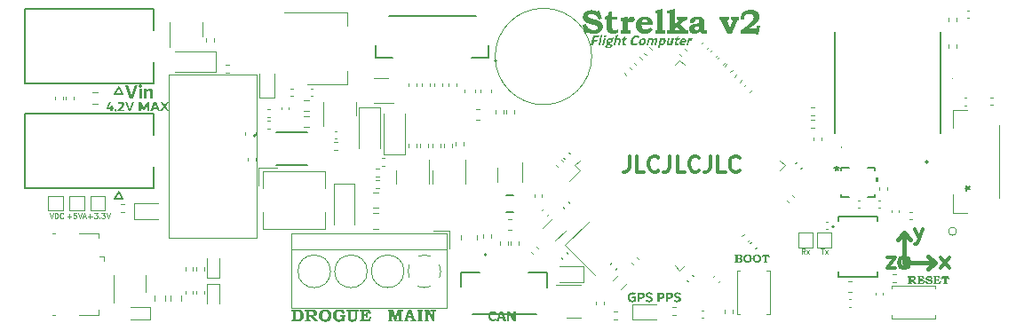
<source format=gbr>
%TF.GenerationSoftware,KiCad,Pcbnew,7.0.7*%
%TF.CreationDate,2023-11-07T13:11:27+11:00*%
%TF.ProjectId,Strelka_Flight_Computer,53747265-6c6b-4615-9f46-6c696768745f,2*%
%TF.SameCoordinates,Original*%
%TF.FileFunction,Legend,Top*%
%TF.FilePolarity,Positive*%
%FSLAX46Y46*%
G04 Gerber Fmt 4.6, Leading zero omitted, Abs format (unit mm)*
G04 Created by KiCad (PCBNEW 7.0.7) date 2023-11-07 13:11:27*
%MOMM*%
%LPD*%
G01*
G04 APERTURE LIST*
%ADD10C,0.400000*%
%ADD11C,0.100000*%
%ADD12C,0.300000*%
%ADD13C,0.250000*%
%ADD14C,0.200000*%
%ADD15C,0.150000*%
%ADD16C,0.120000*%
%ADD17C,0.152400*%
%ADD18C,0.127000*%
G04 APERTURE END LIST*
D10*
X182844800Y-72694964D02*
X182159000Y-73304564D01*
X179898400Y-69761264D02*
X180508000Y-70447064D01*
X179923800Y-72694964D02*
X182844800Y-72694964D01*
X179898400Y-72682264D02*
X179898400Y-69761264D01*
X179898400Y-69761264D02*
X179263400Y-70472464D01*
X182844800Y-72694964D02*
X182133600Y-72059964D01*
X180419564Y-72669564D02*
G75*
G03*
X180419564Y-72669564I-521164J0D01*
G01*
D11*
X102084836Y-68243133D02*
X102465789Y-68243133D01*
X102275312Y-68433609D02*
X102275312Y-68052657D01*
X102656265Y-67933609D02*
X102965789Y-67933609D01*
X102965789Y-67933609D02*
X102799122Y-68124085D01*
X102799122Y-68124085D02*
X102870551Y-68124085D01*
X102870551Y-68124085D02*
X102918170Y-68147895D01*
X102918170Y-68147895D02*
X102941979Y-68171704D01*
X102941979Y-68171704D02*
X102965789Y-68219323D01*
X102965789Y-68219323D02*
X102965789Y-68338371D01*
X102965789Y-68338371D02*
X102941979Y-68385990D01*
X102941979Y-68385990D02*
X102918170Y-68409800D01*
X102918170Y-68409800D02*
X102870551Y-68433609D01*
X102870551Y-68433609D02*
X102727694Y-68433609D01*
X102727694Y-68433609D02*
X102680075Y-68409800D01*
X102680075Y-68409800D02*
X102656265Y-68385990D01*
X103180074Y-68385990D02*
X103203884Y-68409800D01*
X103203884Y-68409800D02*
X103180074Y-68433609D01*
X103180074Y-68433609D02*
X103156265Y-68409800D01*
X103156265Y-68409800D02*
X103180074Y-68385990D01*
X103180074Y-68385990D02*
X103180074Y-68433609D01*
X103370550Y-67933609D02*
X103680074Y-67933609D01*
X103680074Y-67933609D02*
X103513407Y-68124085D01*
X103513407Y-68124085D02*
X103584836Y-68124085D01*
X103584836Y-68124085D02*
X103632455Y-68147895D01*
X103632455Y-68147895D02*
X103656264Y-68171704D01*
X103656264Y-68171704D02*
X103680074Y-68219323D01*
X103680074Y-68219323D02*
X103680074Y-68338371D01*
X103680074Y-68338371D02*
X103656264Y-68385990D01*
X103656264Y-68385990D02*
X103632455Y-68409800D01*
X103632455Y-68409800D02*
X103584836Y-68433609D01*
X103584836Y-68433609D02*
X103441979Y-68433609D01*
X103441979Y-68433609D02*
X103394360Y-68409800D01*
X103394360Y-68409800D02*
X103370550Y-68385990D01*
X103822931Y-67933609D02*
X103989597Y-68433609D01*
X103989597Y-68433609D02*
X104156264Y-67933609D01*
D12*
X178235542Y-72170092D02*
X179021257Y-72170092D01*
X179021257Y-72170092D02*
X178235542Y-73170092D01*
X178235542Y-73170092D02*
X179021257Y-73170092D01*
X183391742Y-73195492D02*
X184177457Y-72195492D01*
X183391742Y-72195492D02*
X184177457Y-73195492D01*
D13*
G36*
X106547637Y-55746550D02*
G01*
X106822960Y-55746550D01*
X106822960Y-55761717D01*
X106372882Y-56970500D01*
X106074808Y-56970500D01*
X105622751Y-55761717D01*
X105622751Y-55746550D01*
X105907636Y-55746550D01*
X106228790Y-56700452D01*
X106547637Y-55746550D01*
G37*
G36*
X107079159Y-55978678D02*
G01*
X107065599Y-55978147D01*
X107052330Y-55976553D01*
X107039350Y-55973896D01*
X107026660Y-55970177D01*
X107014260Y-55965396D01*
X107002149Y-55959551D01*
X106997386Y-55956916D01*
X106985907Y-55949769D01*
X106975168Y-55941930D01*
X106963259Y-55931609D01*
X106952417Y-55920292D01*
X106942641Y-55907977D01*
X106936716Y-55899214D01*
X106930162Y-55887694D01*
X106923763Y-55873382D01*
X106918964Y-55858536D01*
X106915765Y-55843158D01*
X106914320Y-55829935D01*
X106913965Y-55819090D01*
X106914520Y-55805650D01*
X106916187Y-55792531D01*
X106919653Y-55777214D01*
X106924718Y-55762361D01*
X106930162Y-55750338D01*
X106936716Y-55738636D01*
X106944196Y-55727371D01*
X106952417Y-55716863D01*
X106961378Y-55707111D01*
X106971080Y-55698116D01*
X106981522Y-55689877D01*
X106992706Y-55682396D01*
X106997386Y-55679615D01*
X107009381Y-55673346D01*
X107021665Y-55668139D01*
X107034239Y-55663995D01*
X107047103Y-55660913D01*
X107060257Y-55658894D01*
X107073700Y-55657938D01*
X107079159Y-55657853D01*
X107093217Y-55658384D01*
X107106954Y-55659978D01*
X107120368Y-55662635D01*
X107133461Y-55666354D01*
X107146231Y-55671135D01*
X107158680Y-55676980D01*
X107163569Y-55679615D01*
X107175333Y-55686794D01*
X107186309Y-55694730D01*
X107196495Y-55703422D01*
X107205893Y-55712871D01*
X107214501Y-55723077D01*
X107222321Y-55734039D01*
X107225228Y-55738636D01*
X107231782Y-55750338D01*
X107237226Y-55762361D01*
X107242291Y-55777214D01*
X107245757Y-55792531D01*
X107247424Y-55805650D01*
X107247979Y-55819090D01*
X107247424Y-55832609D01*
X107245757Y-55845758D01*
X107242291Y-55861048D01*
X107237226Y-55875804D01*
X107230560Y-55890028D01*
X107225228Y-55899214D01*
X107217724Y-55910099D01*
X107207677Y-55922247D01*
X107196495Y-55933399D01*
X107186309Y-55941930D01*
X107175333Y-55949769D01*
X107163569Y-55956916D01*
X107151249Y-55963185D01*
X107138608Y-55968392D01*
X107125644Y-55972536D01*
X107112358Y-55975618D01*
X107098750Y-55977637D01*
X107084821Y-55978593D01*
X107079159Y-55978678D01*
G37*
G36*
X106953862Y-56970500D02*
G01*
X106953862Y-56109250D01*
X107212039Y-56084191D01*
X107212039Y-56970500D01*
X106953862Y-56970500D01*
G37*
G36*
X107983272Y-56084191D02*
G01*
X107999423Y-56084449D01*
X108015065Y-56085221D01*
X108030201Y-56086509D01*
X108044828Y-56088313D01*
X108058949Y-56090631D01*
X108072562Y-56093465D01*
X108085667Y-56096813D01*
X108104374Y-56102803D01*
X108121938Y-56109951D01*
X108138361Y-56118259D01*
X108153642Y-56127725D01*
X108167782Y-56138351D01*
X108180779Y-56150137D01*
X108192682Y-56162967D01*
X108203415Y-56176852D01*
X108212976Y-56191792D01*
X108221367Y-56207787D01*
X108228587Y-56224837D01*
X108234636Y-56242942D01*
X108239514Y-56262102D01*
X108242116Y-56275461D01*
X108244197Y-56289289D01*
X108245758Y-56303586D01*
X108246799Y-56318351D01*
X108247319Y-56333586D01*
X108247384Y-56341379D01*
X108247384Y-56970500D01*
X107989207Y-56970500D01*
X107989207Y-56417216D01*
X107988950Y-56401111D01*
X107988177Y-56386182D01*
X107986889Y-56372428D01*
X107984663Y-56357474D01*
X107981696Y-56344213D01*
X107978656Y-56334454D01*
X107973490Y-56322260D01*
X107965886Y-56310256D01*
X107956468Y-56300313D01*
X107945236Y-56292430D01*
X107943705Y-56291590D01*
X107930042Y-56285675D01*
X107915957Y-56281886D01*
X107902301Y-56279668D01*
X107887185Y-56278401D01*
X107873473Y-56278071D01*
X107858960Y-56278607D01*
X107843983Y-56280216D01*
X107828542Y-56282896D01*
X107812638Y-56286649D01*
X107796270Y-56291474D01*
X107779439Y-56297372D01*
X107762143Y-56304341D01*
X107744385Y-56312383D01*
X107732288Y-56318340D01*
X107719985Y-56324774D01*
X107707476Y-56331684D01*
X107694760Y-56339071D01*
X107694760Y-56970500D01*
X107436584Y-56970500D01*
X107436584Y-56109250D01*
X107694760Y-56084191D01*
X107694760Y-56177504D01*
X107707938Y-56169450D01*
X107721132Y-56161731D01*
X107734344Y-56154349D01*
X107747574Y-56147303D01*
X107760820Y-56140593D01*
X107774085Y-56134220D01*
X107787366Y-56128182D01*
X107800665Y-56122481D01*
X107813981Y-56117116D01*
X107827315Y-56112087D01*
X107836214Y-56108921D01*
X107849608Y-56104501D01*
X107863084Y-56100516D01*
X107876641Y-56096966D01*
X107890279Y-56093851D01*
X107903998Y-56091170D01*
X107917798Y-56088924D01*
X107931680Y-56087113D01*
X107945642Y-56085737D01*
X107959686Y-56084795D01*
X107973811Y-56084288D01*
X107983272Y-56084191D01*
G37*
D12*
X180938257Y-69426892D02*
X181295400Y-70426892D01*
X181652543Y-69426892D02*
X181295400Y-70426892D01*
X181295400Y-70426892D02*
X181152543Y-70784035D01*
X181152543Y-70784035D02*
X181081114Y-70855464D01*
X181081114Y-70855464D02*
X180938257Y-70926892D01*
D11*
X170420550Y-71833609D02*
X170253884Y-71595514D01*
X170134836Y-71833609D02*
X170134836Y-71333609D01*
X170134836Y-71333609D02*
X170325312Y-71333609D01*
X170325312Y-71333609D02*
X170372931Y-71357419D01*
X170372931Y-71357419D02*
X170396741Y-71381228D01*
X170396741Y-71381228D02*
X170420550Y-71428847D01*
X170420550Y-71428847D02*
X170420550Y-71500276D01*
X170420550Y-71500276D02*
X170396741Y-71547895D01*
X170396741Y-71547895D02*
X170372931Y-71571704D01*
X170372931Y-71571704D02*
X170325312Y-71595514D01*
X170325312Y-71595514D02*
X170134836Y-71595514D01*
X170587217Y-71833609D02*
X170849122Y-71500276D01*
X170587217Y-71500276D02*
X170849122Y-71833609D01*
D13*
G36*
X140693859Y-78245631D02*
G01*
X140679645Y-78245508D01*
X140665671Y-78245141D01*
X140651938Y-78244528D01*
X140638446Y-78243669D01*
X140625194Y-78242566D01*
X140612182Y-78241217D01*
X140599411Y-78239624D01*
X140586880Y-78237785D01*
X140574590Y-78235701D01*
X140562540Y-78233371D01*
X140550730Y-78230797D01*
X140539161Y-78227977D01*
X140527833Y-78224912D01*
X140516744Y-78221602D01*
X140505896Y-78218046D01*
X140495289Y-78214246D01*
X140484922Y-78210200D01*
X140474796Y-78205909D01*
X140464909Y-78201373D01*
X140455264Y-78196592D01*
X140445859Y-78191565D01*
X140436694Y-78186293D01*
X140427769Y-78180776D01*
X140419085Y-78175014D01*
X140410642Y-78169007D01*
X140402439Y-78162754D01*
X140394476Y-78156257D01*
X140386754Y-78149514D01*
X140379272Y-78142526D01*
X140372030Y-78135292D01*
X140365029Y-78127814D01*
X140358269Y-78120090D01*
X140351732Y-78112160D01*
X140345403Y-78104064D01*
X140339282Y-78095800D01*
X140333368Y-78087369D01*
X140327661Y-78078772D01*
X140322162Y-78070007D01*
X140316870Y-78061076D01*
X140311786Y-78051977D01*
X140306910Y-78042712D01*
X140302241Y-78033279D01*
X140297779Y-78023680D01*
X140293525Y-78013913D01*
X140289479Y-78003980D01*
X140285640Y-77993880D01*
X140282009Y-77983612D01*
X140278585Y-77973178D01*
X140275368Y-77962577D01*
X140272359Y-77951809D01*
X140269558Y-77940874D01*
X140266964Y-77929772D01*
X140264578Y-77918503D01*
X140262399Y-77907067D01*
X140260427Y-77895464D01*
X140258664Y-77883694D01*
X140257107Y-77871757D01*
X140255758Y-77859653D01*
X140254617Y-77847382D01*
X140253683Y-77834944D01*
X140252957Y-77822340D01*
X140252438Y-77809568D01*
X140252127Y-77796629D01*
X140252023Y-77783524D01*
X140252081Y-77772931D01*
X140252254Y-77762465D01*
X140252543Y-77752125D01*
X140252947Y-77741911D01*
X140253466Y-77731822D01*
X140254101Y-77721860D01*
X140254852Y-77712023D01*
X140256699Y-77692728D01*
X140259008Y-77673937D01*
X140261778Y-77655649D01*
X140265011Y-77637865D01*
X140268705Y-77620585D01*
X140272861Y-77603809D01*
X140277478Y-77587536D01*
X140282558Y-77571767D01*
X140288099Y-77556502D01*
X140294102Y-77541740D01*
X140300567Y-77527483D01*
X140307494Y-77513729D01*
X140311130Y-77507041D01*
X140318669Y-77493994D01*
X140326510Y-77481414D01*
X140334652Y-77469302D01*
X140343095Y-77457658D01*
X140351840Y-77446481D01*
X140360887Y-77435771D01*
X140370235Y-77425529D01*
X140379884Y-77415755D01*
X140389835Y-77406448D01*
X140400088Y-77397608D01*
X140410642Y-77389236D01*
X140421497Y-77381332D01*
X140432654Y-77373895D01*
X140444113Y-77366925D01*
X140455873Y-77360423D01*
X140467934Y-77354389D01*
X140480242Y-77348740D01*
X140492744Y-77343455D01*
X140505438Y-77338535D01*
X140518324Y-77333979D01*
X140531404Y-77329788D01*
X140544676Y-77325961D01*
X140558141Y-77322499D01*
X140571798Y-77319401D01*
X140585648Y-77316668D01*
X140599691Y-77314299D01*
X140613927Y-77312294D01*
X140628356Y-77310654D01*
X140642977Y-77309379D01*
X140657791Y-77308467D01*
X140672797Y-77307921D01*
X140687997Y-77307739D01*
X140698687Y-77307819D01*
X140709265Y-77308059D01*
X140719730Y-77308460D01*
X140730083Y-77309021D01*
X140740323Y-77309742D01*
X140750450Y-77310624D01*
X140760465Y-77311665D01*
X140770368Y-77312868D01*
X140780157Y-77314230D01*
X140789835Y-77315753D01*
X140804139Y-77318337D01*
X140818191Y-77321283D01*
X140831989Y-77324588D01*
X140845533Y-77328255D01*
X140858997Y-77332249D01*
X140872461Y-77336630D01*
X140885925Y-77341397D01*
X140899389Y-77346550D01*
X140912853Y-77352090D01*
X140921829Y-77355998D01*
X140930805Y-77360078D01*
X140939781Y-77364329D01*
X140948756Y-77368752D01*
X140957732Y-77373347D01*
X140966708Y-77378113D01*
X140975684Y-77383052D01*
X140984660Y-77388162D01*
X140989148Y-77390781D01*
X140914654Y-77538548D01*
X140902101Y-77530710D01*
X140889417Y-77523378D01*
X140876601Y-77516552D01*
X140863653Y-77510231D01*
X140850574Y-77504416D01*
X140837363Y-77499107D01*
X140824020Y-77494303D01*
X140810546Y-77490005D01*
X140796940Y-77486212D01*
X140783202Y-77482926D01*
X140769332Y-77480144D01*
X140755331Y-77477869D01*
X140741199Y-77476099D01*
X140726934Y-77474835D01*
X140712538Y-77474076D01*
X140698011Y-77473824D01*
X140683390Y-77474115D01*
X140669233Y-77474990D01*
X140655540Y-77476449D01*
X140642312Y-77478491D01*
X140629548Y-77481116D01*
X140617247Y-77484325D01*
X140605411Y-77488117D01*
X140594040Y-77492493D01*
X140583132Y-77497452D01*
X140572688Y-77502994D01*
X140562709Y-77509120D01*
X140553194Y-77515830D01*
X140544143Y-77523122D01*
X140535556Y-77530998D01*
X140527433Y-77539458D01*
X140519774Y-77548501D01*
X140512580Y-77558127D01*
X140505850Y-77568337D01*
X140499584Y-77579130D01*
X140493782Y-77590507D01*
X140488444Y-77602467D01*
X140483570Y-77615010D01*
X140479161Y-77628137D01*
X140475215Y-77641847D01*
X140471734Y-77656141D01*
X140468717Y-77671018D01*
X140466164Y-77686479D01*
X140464076Y-77702523D01*
X140462451Y-77719150D01*
X140461291Y-77736361D01*
X140460594Y-77754155D01*
X140460362Y-77772533D01*
X140460620Y-77790846D01*
X140461393Y-77808600D01*
X140462681Y-77825796D01*
X140464484Y-77842432D01*
X140466802Y-77858509D01*
X140469636Y-77874027D01*
X140472985Y-77888986D01*
X140476849Y-77903386D01*
X140481228Y-77917226D01*
X140486122Y-77930508D01*
X140491532Y-77943231D01*
X140497457Y-77955394D01*
X140503897Y-77966999D01*
X140510852Y-77978044D01*
X140518322Y-77988530D01*
X140526308Y-77998457D01*
X140534796Y-78007774D01*
X140543714Y-78016489D01*
X140553061Y-78024604D01*
X140562838Y-78032117D01*
X140573043Y-78039029D01*
X140583678Y-78045340D01*
X140594743Y-78051051D01*
X140606236Y-78056160D01*
X140618159Y-78060668D01*
X140630512Y-78064575D01*
X140643294Y-78067880D01*
X140656505Y-78070585D01*
X140670145Y-78072689D01*
X140684215Y-78074192D01*
X140698714Y-78075093D01*
X140713642Y-78075394D01*
X140725093Y-78075252D01*
X140736274Y-78074827D01*
X140747184Y-78074119D01*
X140757823Y-78073127D01*
X140768193Y-78071852D01*
X140778291Y-78070293D01*
X140788119Y-78068451D01*
X140797677Y-78066326D01*
X140810000Y-78063052D01*
X140821842Y-78059274D01*
X140833508Y-78054977D01*
X140845304Y-78050267D01*
X140857230Y-78045146D01*
X140866260Y-78041034D01*
X140875362Y-78036691D01*
X140884538Y-78032116D01*
X140893787Y-78027308D01*
X140903108Y-78022270D01*
X140912503Y-78016999D01*
X140918806Y-78013356D01*
X140996231Y-78154040D01*
X140986750Y-78159602D01*
X140977295Y-78164993D01*
X140967867Y-78170212D01*
X140958465Y-78175259D01*
X140949090Y-78180134D01*
X140939742Y-78184837D01*
X140930421Y-78189369D01*
X140921127Y-78193729D01*
X140911859Y-78197918D01*
X140902617Y-78201934D01*
X140893403Y-78205779D01*
X140884215Y-78209453D01*
X140875054Y-78212954D01*
X140861363Y-78217884D01*
X140847732Y-78222428D01*
X140834094Y-78226575D01*
X140820294Y-78230313D01*
X140806331Y-78233644D01*
X140792204Y-78236567D01*
X140777915Y-78239083D01*
X140763462Y-78241190D01*
X140753736Y-78242368D01*
X140743938Y-78243365D01*
X140734067Y-78244181D01*
X140724124Y-78244815D01*
X140714108Y-78245268D01*
X140704019Y-78245540D01*
X140693859Y-78245631D01*
G37*
G36*
X141930460Y-78218764D02*
G01*
X141930460Y-78230000D01*
X141717969Y-78230000D01*
X141644940Y-78015310D01*
X141307152Y-78015310D01*
X141235345Y-78230000D01*
X141025785Y-78230000D01*
X141025785Y-78218764D01*
X141159004Y-77854842D01*
X141360642Y-77854842D01*
X141591451Y-77854842D01*
X141474703Y-77508506D01*
X141360642Y-77854842D01*
X141159004Y-77854842D01*
X141353558Y-77323370D01*
X141602686Y-77323370D01*
X141930460Y-78218764D01*
G37*
G36*
X142852721Y-77323370D02*
G01*
X142852721Y-78230000D01*
X142636078Y-78230000D01*
X142350558Y-77807459D01*
X142343787Y-77797101D01*
X142337214Y-77787000D01*
X142330838Y-77777157D01*
X142324660Y-77767571D01*
X142318680Y-77758243D01*
X142312897Y-77749173D01*
X142307311Y-77740360D01*
X142301923Y-77731805D01*
X142296732Y-77723508D01*
X142290119Y-77712845D01*
X142288520Y-77710251D01*
X142282250Y-77699767D01*
X142276018Y-77688956D01*
X142269824Y-77677816D01*
X142263668Y-77666348D01*
X142259077Y-77657532D01*
X142254506Y-77648531D01*
X142249958Y-77639345D01*
X142245430Y-77629975D01*
X142240924Y-77620420D01*
X142239427Y-77617194D01*
X142239427Y-78230000D01*
X142043789Y-78230000D01*
X142043789Y-77323370D01*
X142258967Y-77323370D01*
X142569888Y-77787920D01*
X142575395Y-77796198D01*
X142581467Y-77805445D01*
X142587163Y-77814163D01*
X142592657Y-77822596D01*
X142595045Y-77826266D01*
X142601138Y-77835571D01*
X142607052Y-77844708D01*
X142612787Y-77853679D01*
X142618343Y-77862483D01*
X142623721Y-77871119D01*
X142628919Y-77879589D01*
X142630949Y-77882930D01*
X142636905Y-77892862D01*
X142642500Y-77902691D01*
X142647735Y-77912417D01*
X142652610Y-77922040D01*
X142657124Y-77931560D01*
X142658548Y-77934710D01*
X142658548Y-77323370D01*
X142852721Y-77323370D01*
G37*
D11*
X171938408Y-71333609D02*
X172224122Y-71333609D01*
X172081265Y-71833609D02*
X172081265Y-71333609D01*
X172343169Y-71833609D02*
X172605074Y-71500276D01*
X172343169Y-71500276D02*
X172605074Y-71833609D01*
D13*
G36*
X130665945Y-77151771D02*
G01*
X131186182Y-77151771D01*
X131385484Y-77839656D01*
X131592407Y-77151771D01*
X132121730Y-77151771D01*
X132121730Y-77301833D01*
X132064870Y-77301833D01*
X132051093Y-77302313D01*
X132038704Y-77303751D01*
X132025669Y-77306743D01*
X132014634Y-77311115D01*
X132004285Y-77317961D01*
X132000683Y-77321471D01*
X131993831Y-77331731D01*
X131989297Y-77343182D01*
X131986464Y-77354598D01*
X131984489Y-77367717D01*
X131983527Y-77379438D01*
X131983115Y-77392250D01*
X131983098Y-77395623D01*
X131983098Y-78058009D01*
X131983220Y-78070855D01*
X131983687Y-78084154D01*
X131984674Y-78096752D01*
X131986645Y-78108334D01*
X131988080Y-78112524D01*
X131993811Y-78122832D01*
X132002369Y-78131978D01*
X132008597Y-78135972D01*
X132019746Y-78140789D01*
X132031213Y-78143747D01*
X132044146Y-78145460D01*
X132056664Y-78145937D01*
X132121730Y-78145937D01*
X132121730Y-78296000D01*
X131568667Y-78296000D01*
X131568667Y-78145937D01*
X131611458Y-78145937D01*
X131625368Y-78145758D01*
X131637790Y-78145221D01*
X131650732Y-78144105D01*
X131663122Y-78142151D01*
X131674766Y-78138609D01*
X131685178Y-78132470D01*
X131694087Y-78123718D01*
X131699092Y-78115748D01*
X131703265Y-78103464D01*
X131705267Y-78091799D01*
X131706380Y-78079791D01*
X131706936Y-78065929D01*
X131707006Y-78058302D01*
X131707006Y-77343159D01*
X131426810Y-78296000D01*
X131267662Y-78296000D01*
X130996552Y-77373641D01*
X130996552Y-78080870D01*
X130997225Y-78093696D01*
X130999549Y-78105935D01*
X131004023Y-78116952D01*
X131005052Y-78118679D01*
X131012677Y-78127705D01*
X131022363Y-78135001D01*
X131029965Y-78138903D01*
X131041929Y-78142612D01*
X131054220Y-78144590D01*
X131066959Y-78145600D01*
X131079351Y-78145930D01*
X131081549Y-78145937D01*
X131136650Y-78145937D01*
X131136650Y-78296000D01*
X130665945Y-78296000D01*
X130665945Y-78145937D01*
X130712254Y-78145937D01*
X130725228Y-78145743D01*
X130739022Y-78145002D01*
X130750878Y-78143703D01*
X130763673Y-78141107D01*
X130772044Y-78138023D01*
X130782122Y-78131509D01*
X130790192Y-78122848D01*
X130795785Y-78113110D01*
X130799610Y-78101111D01*
X130801720Y-78088637D01*
X130802925Y-78075757D01*
X130803505Y-78063481D01*
X130803698Y-78049803D01*
X130803698Y-77395623D01*
X130803555Y-77382290D01*
X130803126Y-77370504D01*
X130802233Y-77358400D01*
X130800401Y-77345724D01*
X130797836Y-77337004D01*
X130792512Y-77326466D01*
X130784937Y-77317187D01*
X130775561Y-77310333D01*
X130764685Y-77305851D01*
X130751959Y-77303236D01*
X130740138Y-77302132D01*
X130728667Y-77301833D01*
X130665945Y-77301833D01*
X130665945Y-77151771D01*
G37*
G36*
X133263028Y-78053027D02*
G01*
X133268247Y-78064472D01*
X133273353Y-78075067D01*
X133279984Y-78087871D01*
X133286414Y-78099165D01*
X133294167Y-78111156D01*
X133301606Y-78120786D01*
X133310117Y-78129225D01*
X133312854Y-78131282D01*
X133324224Y-78136992D01*
X133336760Y-78140770D01*
X133349175Y-78143132D01*
X133363379Y-78144777D01*
X133376030Y-78145579D01*
X133389826Y-78145922D01*
X133393454Y-78145937D01*
X133393454Y-78296000D01*
X132849476Y-78296000D01*
X132849476Y-78145937D01*
X132882302Y-78145057D01*
X132895834Y-78144786D01*
X132908034Y-78143970D01*
X132920917Y-78142273D01*
X132933526Y-78139304D01*
X132944741Y-78134605D01*
X132945903Y-78133920D01*
X132955486Y-78126289D01*
X132962300Y-78115848D01*
X132964075Y-78106076D01*
X132962529Y-78094364D01*
X132959608Y-78082691D01*
X132955899Y-78070409D01*
X132951957Y-78058568D01*
X132948248Y-78048044D01*
X132914542Y-77958358D01*
X132564005Y-77958358D01*
X132521214Y-78063285D01*
X132516731Y-78075011D01*
X132512674Y-78086660D01*
X132509313Y-78098422D01*
X132508025Y-78107249D01*
X132510672Y-78119355D01*
X132517404Y-78128937D01*
X132527197Y-78135925D01*
X132538506Y-78140478D01*
X132548471Y-78143006D01*
X132560280Y-78144423D01*
X132572480Y-78145110D01*
X132585291Y-78145525D01*
X132597271Y-78145754D01*
X132610790Y-78145891D01*
X132625847Y-78145937D01*
X132625847Y-78296000D01*
X132180935Y-78296000D01*
X132180935Y-78145937D01*
X132193742Y-78145786D01*
X132207618Y-78145209D01*
X132219866Y-78144200D01*
X132232097Y-78142475D01*
X132243363Y-78139782D01*
X132255133Y-78135179D01*
X132265528Y-78129432D01*
X132275376Y-78121788D01*
X132276189Y-78121024D01*
X132284507Y-78111058D01*
X132291532Y-78100076D01*
X132297949Y-78088273D01*
X132303651Y-78076526D01*
X132304619Y-78074422D01*
X132421523Y-77770780D01*
X132624382Y-77770780D01*
X132854166Y-77770780D01*
X132742205Y-77456000D01*
X132624382Y-77770780D01*
X132421523Y-77770780D01*
X132659846Y-77151771D01*
X132917766Y-77151771D01*
X133263028Y-78053027D01*
G37*
G36*
X133446796Y-77151771D02*
G01*
X134007187Y-77151771D01*
X134007187Y-77301833D01*
X133956189Y-77301833D01*
X133943004Y-77302027D01*
X133931294Y-77302606D01*
X133919187Y-77303812D01*
X133906345Y-77306285D01*
X133897278Y-77309747D01*
X133887537Y-77317001D01*
X133879857Y-77326893D01*
X133875882Y-77334953D01*
X133872482Y-77347019D01*
X133870607Y-77359866D01*
X133869535Y-77373288D01*
X133869020Y-77386174D01*
X133868848Y-77400605D01*
X133868848Y-78046286D01*
X133868935Y-78058889D01*
X133869289Y-78072994D01*
X133869914Y-78085267D01*
X133871023Y-78097577D01*
X133873112Y-78109886D01*
X133874417Y-78114283D01*
X133880534Y-78125073D01*
X133889360Y-78133155D01*
X133894347Y-78135972D01*
X133905442Y-78140789D01*
X133917601Y-78143747D01*
X133930013Y-78145314D01*
X133941969Y-78145898D01*
X133946224Y-78145937D01*
X134007187Y-78145937D01*
X134007187Y-78296000D01*
X133446796Y-78296000D01*
X133446796Y-78145937D01*
X133492226Y-78145937D01*
X133506600Y-78145765D01*
X133519314Y-78145250D01*
X133532379Y-78144178D01*
X133544601Y-78142303D01*
X133555533Y-78138903D01*
X133565631Y-78132294D01*
X133573504Y-78123460D01*
X133577515Y-78116334D01*
X133581225Y-78103649D01*
X133583004Y-78091227D01*
X133583993Y-78078258D01*
X133584439Y-78065813D01*
X133584549Y-78054785D01*
X133584549Y-77406467D01*
X133584439Y-77393424D01*
X133584110Y-77381554D01*
X133583388Y-77368365D01*
X133582070Y-77354956D01*
X133579906Y-77342646D01*
X133577515Y-77334953D01*
X133571571Y-77324034D01*
X133563410Y-77315055D01*
X133554068Y-77308575D01*
X133542129Y-77304737D01*
X133530492Y-77303124D01*
X133518018Y-77302255D01*
X133505859Y-77301893D01*
X133497794Y-77301833D01*
X133446796Y-77301833D01*
X133446796Y-77151771D01*
G37*
G36*
X134125010Y-77151771D02*
G01*
X134592491Y-77151771D01*
X134929546Y-77821484D01*
X134929546Y-77404709D01*
X134929454Y-77391932D01*
X134929082Y-77377738D01*
X134928424Y-77365519D01*
X134927256Y-77353463D01*
X134925058Y-77341813D01*
X134923684Y-77337884D01*
X134917983Y-77326446D01*
X134910388Y-77316642D01*
X134901409Y-77309747D01*
X134890195Y-77305574D01*
X134877473Y-77303348D01*
X134865744Y-77302328D01*
X134852139Y-77301864D01*
X134847187Y-77301833D01*
X134791207Y-77301833D01*
X134791207Y-77151771D01*
X135266015Y-77151771D01*
X135266015Y-77301833D01*
X135213258Y-77301833D01*
X135201445Y-77302055D01*
X135188723Y-77302907D01*
X135175886Y-77304708D01*
X135163860Y-77307831D01*
X135156692Y-77310919D01*
X135146384Y-77317962D01*
X135138431Y-77326598D01*
X135133244Y-77335832D01*
X135130127Y-77347468D01*
X135128408Y-77360525D01*
X135127426Y-77374507D01*
X135126954Y-77388127D01*
X135126803Y-77400311D01*
X135126796Y-77403536D01*
X135126796Y-78296000D01*
X134889979Y-78296000D01*
X134463237Y-77447500D01*
X134463237Y-78048923D01*
X134463334Y-78061307D01*
X134463724Y-78075137D01*
X134464416Y-78087135D01*
X134465642Y-78099115D01*
X134467950Y-78110986D01*
X134469392Y-78115162D01*
X134476038Y-78125674D01*
X134485092Y-78133745D01*
X134491667Y-78137730D01*
X134504032Y-78142058D01*
X134517221Y-78144366D01*
X134529036Y-78145424D01*
X134542500Y-78145905D01*
X134547355Y-78145937D01*
X134602456Y-78145937D01*
X134602456Y-78296000D01*
X134125010Y-78296000D01*
X134125010Y-78145937D01*
X134174542Y-78145937D01*
X134186820Y-78145765D01*
X134199872Y-78145106D01*
X134212781Y-78143711D01*
X134224477Y-78141293D01*
X134231109Y-78138903D01*
X134241674Y-78132006D01*
X134249838Y-78123222D01*
X134255436Y-78114283D01*
X134259828Y-78103000D01*
X134262525Y-78090635D01*
X134263954Y-78078013D01*
X134264486Y-78065854D01*
X134264521Y-78061526D01*
X134264521Y-77392106D01*
X134264233Y-77378429D01*
X134263367Y-77366194D01*
X134261628Y-77353744D01*
X134258679Y-77341920D01*
X134256315Y-77335832D01*
X134250613Y-77325477D01*
X134243019Y-77316400D01*
X134234040Y-77309747D01*
X134222117Y-77305241D01*
X134209013Y-77302946D01*
X134196737Y-77302027D01*
X134186852Y-77301833D01*
X134125010Y-77301833D01*
X134125010Y-77151771D01*
G37*
G36*
X104532972Y-57870474D02*
G01*
X104532972Y-58029476D01*
X104423307Y-58029476D01*
X104423307Y-58230000D01*
X104229134Y-58230000D01*
X104229134Y-58029476D01*
X103825401Y-58029476D01*
X103825401Y-57940327D01*
X104071598Y-57323370D01*
X104288241Y-57323370D01*
X104051814Y-57870474D01*
X104229134Y-57870474D01*
X104267236Y-57651632D01*
X104423307Y-57651632D01*
X104423307Y-57870474D01*
X104532972Y-57870474D01*
G37*
G36*
X104700279Y-58245631D02*
G01*
X104688818Y-58245099D01*
X104677701Y-58243502D01*
X104666928Y-58240840D01*
X104656498Y-58237113D01*
X104646412Y-58232322D01*
X104643126Y-58230488D01*
X104633778Y-58224474D01*
X104625151Y-58217791D01*
X104617246Y-58210438D01*
X104610061Y-58202415D01*
X104603599Y-58193723D01*
X104601605Y-58190676D01*
X104596375Y-58181145D01*
X104592228Y-58171236D01*
X104589162Y-58160949D01*
X104587179Y-58150285D01*
X104586277Y-58139242D01*
X104586217Y-58135478D01*
X104586758Y-58124816D01*
X104588381Y-58114446D01*
X104591086Y-58104368D01*
X104594873Y-58094582D01*
X104599741Y-58085088D01*
X104601605Y-58081988D01*
X104607827Y-58072990D01*
X104614771Y-58064678D01*
X104622436Y-58057053D01*
X104630822Y-58050115D01*
X104639930Y-58043864D01*
X104643126Y-58041933D01*
X104653098Y-58036786D01*
X104663413Y-58032705D01*
X104674072Y-58029688D01*
X104685075Y-58027736D01*
X104696420Y-58026849D01*
X104700279Y-58026789D01*
X104711158Y-58027322D01*
X104721814Y-58028919D01*
X104732247Y-58031581D01*
X104742456Y-58035307D01*
X104752443Y-58040099D01*
X104755722Y-58041933D01*
X104765170Y-58047955D01*
X104773914Y-58054664D01*
X104781954Y-58062060D01*
X104789290Y-58070143D01*
X104795922Y-58078912D01*
X104797976Y-58081988D01*
X104803454Y-58091385D01*
X104807799Y-58101074D01*
X104811010Y-58111054D01*
X104813088Y-58121327D01*
X104814033Y-58131891D01*
X104814096Y-58135478D01*
X104813546Y-58146646D01*
X104811898Y-58157436D01*
X104809150Y-58167849D01*
X104805303Y-58177884D01*
X104800357Y-58187541D01*
X104798464Y-58190676D01*
X104792290Y-58199592D01*
X104785309Y-58207838D01*
X104777521Y-58215415D01*
X104768926Y-58222321D01*
X104759524Y-58228558D01*
X104756210Y-58230488D01*
X104746132Y-58235634D01*
X104735866Y-58239716D01*
X104725410Y-58242733D01*
X104714765Y-58244685D01*
X104703932Y-58245572D01*
X104700279Y-58245631D01*
G37*
G36*
X105518736Y-57563461D02*
G01*
X105518490Y-57576279D01*
X105517749Y-57589089D01*
X105516515Y-57601890D01*
X105514787Y-57614683D01*
X105512565Y-57627467D01*
X105509849Y-57640243D01*
X105506640Y-57653010D01*
X105502937Y-57665768D01*
X105498740Y-57678518D01*
X105494050Y-57691259D01*
X105490648Y-57699748D01*
X105484998Y-57712614D01*
X105478579Y-57725840D01*
X105473872Y-57734858D01*
X105468824Y-57744036D01*
X105463434Y-57753375D01*
X105457703Y-57762874D01*
X105451631Y-57772533D01*
X105445216Y-57782352D01*
X105438461Y-57792332D01*
X105431363Y-57802471D01*
X105423924Y-57812772D01*
X105416144Y-57823232D01*
X105408022Y-57833853D01*
X105399558Y-57844634D01*
X105390753Y-57855575D01*
X105381552Y-57866715D01*
X105371901Y-57878152D01*
X105361799Y-57889888D01*
X105351247Y-57901920D01*
X105340245Y-57914251D01*
X105328792Y-57926879D01*
X105316889Y-57939805D01*
X105304535Y-57953028D01*
X105291732Y-57966549D01*
X105278478Y-57980368D01*
X105271682Y-57987389D01*
X105264773Y-57994485D01*
X105257752Y-58001654D01*
X105250619Y-58008899D01*
X105243373Y-58016217D01*
X105236014Y-58023610D01*
X105228543Y-58031078D01*
X105220959Y-58038620D01*
X105213262Y-58046236D01*
X105205453Y-58053927D01*
X105197531Y-58061692D01*
X105189497Y-58069532D01*
X105515806Y-58069532D01*
X105515806Y-58230000D01*
X104896894Y-58230000D01*
X104896894Y-58138653D01*
X104907454Y-58128082D01*
X104917852Y-58117649D01*
X104928090Y-58107354D01*
X104938167Y-58097196D01*
X104948084Y-58087177D01*
X104957839Y-58077295D01*
X104967434Y-58067552D01*
X104976868Y-58057946D01*
X104986142Y-58048478D01*
X104995254Y-58039148D01*
X105004206Y-58029955D01*
X105012997Y-58020901D01*
X105021628Y-58011984D01*
X105030097Y-58003206D01*
X105038406Y-57994565D01*
X105046554Y-57986062D01*
X105054541Y-57977697D01*
X105062368Y-57969470D01*
X105070033Y-57961380D01*
X105077538Y-57953429D01*
X105084883Y-57945615D01*
X105092066Y-57937939D01*
X105099089Y-57930402D01*
X105105951Y-57923002D01*
X105112652Y-57915739D01*
X105125572Y-57901629D01*
X105137849Y-57888069D01*
X105149483Y-57875061D01*
X105155059Y-57868764D01*
X105165838Y-57856426D01*
X105176193Y-57844386D01*
X105186125Y-57832643D01*
X105195634Y-57821198D01*
X105204718Y-57810051D01*
X105213379Y-57799201D01*
X105221617Y-57788649D01*
X105229431Y-57778394D01*
X105236821Y-57768438D01*
X105243788Y-57758779D01*
X105250331Y-57749417D01*
X105256450Y-57740354D01*
X105262146Y-57731588D01*
X105267418Y-57723119D01*
X105274532Y-57710975D01*
X105276692Y-57707076D01*
X105282715Y-57695523D01*
X105288146Y-57684129D01*
X105292985Y-57672894D01*
X105297231Y-57661818D01*
X105300885Y-57650901D01*
X105303946Y-57640143D01*
X105306414Y-57629543D01*
X105308291Y-57619102D01*
X105309574Y-57608821D01*
X105310266Y-57598698D01*
X105310397Y-57592037D01*
X105310112Y-57581817D01*
X105309255Y-57572039D01*
X105307225Y-57559689D01*
X105304180Y-57548126D01*
X105300119Y-57537349D01*
X105295043Y-57527358D01*
X105288953Y-57518153D01*
X105281847Y-57509734D01*
X105277913Y-57505819D01*
X105269456Y-57498607D01*
X105260205Y-57492356D01*
X105250161Y-57487066D01*
X105239323Y-57482739D01*
X105227691Y-57479373D01*
X105215265Y-57476968D01*
X105205424Y-57475796D01*
X105195138Y-57475165D01*
X105188032Y-57475045D01*
X105176121Y-57475385D01*
X105164325Y-57476403D01*
X105152643Y-57478102D01*
X105141076Y-57480479D01*
X105129623Y-57483536D01*
X105118285Y-57487272D01*
X105107061Y-57491688D01*
X105095952Y-57496782D01*
X105084778Y-57502537D01*
X105073360Y-57508934D01*
X105064636Y-57514151D01*
X105055774Y-57519730D01*
X105046775Y-57525669D01*
X105037639Y-57531969D01*
X105028365Y-57538629D01*
X105018954Y-57545650D01*
X105009406Y-57553032D01*
X104999720Y-57560774D01*
X104898360Y-57439874D01*
X104906693Y-57432254D01*
X104915147Y-57424842D01*
X104923722Y-57417637D01*
X104932416Y-57410641D01*
X104941231Y-57403853D01*
X104950166Y-57397273D01*
X104959221Y-57390900D01*
X104968396Y-57384736D01*
X104977692Y-57378780D01*
X104987108Y-57373031D01*
X104996643Y-57367491D01*
X105006300Y-57362159D01*
X105016076Y-57357035D01*
X105025973Y-57352118D01*
X105035989Y-57347410D01*
X105046127Y-57342909D01*
X105056346Y-57338650D01*
X105066609Y-57334666D01*
X105076915Y-57330957D01*
X105087266Y-57327522D01*
X105097661Y-57324362D01*
X105108099Y-57321477D01*
X105118582Y-57318867D01*
X105129108Y-57316531D01*
X105139678Y-57314470D01*
X105150292Y-57312684D01*
X105160950Y-57311173D01*
X105171652Y-57309937D01*
X105182398Y-57308975D01*
X105193187Y-57308288D01*
X105204021Y-57307876D01*
X105214898Y-57307739D01*
X105225901Y-57307848D01*
X105236743Y-57308177D01*
X105247425Y-57308726D01*
X105257946Y-57309494D01*
X105268307Y-57310481D01*
X105278508Y-57311688D01*
X105288549Y-57313115D01*
X105298429Y-57314760D01*
X105308149Y-57316626D01*
X105317709Y-57318710D01*
X105331748Y-57322249D01*
X105345427Y-57326281D01*
X105358745Y-57330807D01*
X105371702Y-57335826D01*
X105384226Y-57341307D01*
X105396243Y-57347307D01*
X105407753Y-57353826D01*
X105418757Y-57360865D01*
X105429254Y-57368424D01*
X105439245Y-57376501D01*
X105448729Y-57385099D01*
X105457706Y-57394216D01*
X105466177Y-57403852D01*
X105474141Y-57414008D01*
X105479169Y-57421067D01*
X105486240Y-57432030D01*
X105492616Y-57443487D01*
X105498296Y-57455437D01*
X105503280Y-57467882D01*
X105507569Y-57480820D01*
X105511163Y-57494251D01*
X105514061Y-57508177D01*
X105516263Y-57522596D01*
X105517345Y-57532483D01*
X105518118Y-57542589D01*
X105518582Y-57552915D01*
X105518736Y-57563461D01*
G37*
G36*
X106300558Y-57323370D02*
G01*
X106504501Y-57323370D01*
X106504501Y-57334605D01*
X106171109Y-58230000D01*
X105950314Y-58230000D01*
X105615457Y-57334605D01*
X105615457Y-57323370D01*
X105826482Y-57323370D01*
X106064375Y-58029965D01*
X106300558Y-57323370D01*
G37*
G36*
X107917690Y-57323370D02*
G01*
X107917690Y-58230000D01*
X107720586Y-58230000D01*
X107720586Y-57667264D01*
X107716930Y-57677300D01*
X107712832Y-57687898D01*
X107708292Y-57699058D01*
X107703309Y-57710781D01*
X107697885Y-57723067D01*
X107692018Y-57735914D01*
X107687861Y-57744792D01*
X107683508Y-57753920D01*
X107678958Y-57763297D01*
X107674211Y-57772925D01*
X107669268Y-57782802D01*
X107664128Y-57792930D01*
X107658792Y-57803307D01*
X107501256Y-58120579D01*
X107347871Y-58120579D01*
X107187404Y-57803307D01*
X107182067Y-57792758D01*
X107176928Y-57782482D01*
X107171985Y-57772478D01*
X107167238Y-57762748D01*
X107162688Y-57753290D01*
X107158335Y-57744105D01*
X107154178Y-57735193D01*
X107148311Y-57722337D01*
X107142886Y-57710094D01*
X107137904Y-57698466D01*
X107133364Y-57687451D01*
X107129266Y-57677051D01*
X107125610Y-57667264D01*
X107125610Y-58230000D01*
X106931437Y-58230000D01*
X106931437Y-57323370D01*
X107136845Y-57323370D01*
X107344940Y-57721974D01*
X107349402Y-57730695D01*
X107353813Y-57739454D01*
X107358172Y-57748252D01*
X107362480Y-57757088D01*
X107366736Y-57765963D01*
X107370941Y-57774877D01*
X107375094Y-57783829D01*
X107379195Y-57792820D01*
X107383245Y-57801850D01*
X107387244Y-57810918D01*
X107389881Y-57816985D01*
X107393790Y-57825947D01*
X107398768Y-57837570D01*
X107403480Y-57848818D01*
X107407924Y-57859693D01*
X107412101Y-57870193D01*
X107416010Y-57880320D01*
X107419653Y-57890072D01*
X107423028Y-57899451D01*
X107423831Y-57901737D01*
X107427886Y-57889201D01*
X107432632Y-57875771D01*
X107436180Y-57866322D01*
X107440036Y-57856476D01*
X107444198Y-57846233D01*
X107448668Y-57835593D01*
X107453445Y-57824556D01*
X107458529Y-57813123D01*
X107463921Y-57801292D01*
X107469619Y-57789065D01*
X107475625Y-57776441D01*
X107481938Y-57763419D01*
X107488559Y-57750001D01*
X107495486Y-57736186D01*
X107502721Y-57721974D01*
X107712281Y-57323370D01*
X107917690Y-57323370D01*
G37*
G36*
X108933251Y-58218764D02*
G01*
X108933251Y-58230000D01*
X108720760Y-58230000D01*
X108647732Y-58015310D01*
X108309944Y-58015310D01*
X108238136Y-58230000D01*
X108028576Y-58230000D01*
X108028576Y-58218764D01*
X108161796Y-57854842D01*
X108363433Y-57854842D01*
X108594242Y-57854842D01*
X108477494Y-57508506D01*
X108363433Y-57854842D01*
X108161796Y-57854842D01*
X108356350Y-57323370D01*
X108605478Y-57323370D01*
X108933251Y-58218764D01*
G37*
G36*
X109506489Y-57750062D02*
G01*
X109809106Y-58230000D01*
X109568527Y-58230000D01*
X109385589Y-57897096D01*
X109184333Y-58230000D01*
X108963538Y-58230000D01*
X109266154Y-57766915D01*
X108977704Y-57323370D01*
X109215352Y-57323370D01*
X109391207Y-57621346D01*
X109572679Y-57323370D01*
X109792254Y-57323370D01*
X109506489Y-57750062D01*
G37*
D12*
X153683082Y-62500828D02*
X153683082Y-63572257D01*
X153683082Y-63572257D02*
X153611653Y-63786542D01*
X153611653Y-63786542D02*
X153468796Y-63929400D01*
X153468796Y-63929400D02*
X153254510Y-64000828D01*
X153254510Y-64000828D02*
X153111653Y-64000828D01*
X155111653Y-64000828D02*
X154397367Y-64000828D01*
X154397367Y-64000828D02*
X154397367Y-62500828D01*
X156468796Y-63857971D02*
X156397368Y-63929400D01*
X156397368Y-63929400D02*
X156183082Y-64000828D01*
X156183082Y-64000828D02*
X156040225Y-64000828D01*
X156040225Y-64000828D02*
X155825939Y-63929400D01*
X155825939Y-63929400D02*
X155683082Y-63786542D01*
X155683082Y-63786542D02*
X155611653Y-63643685D01*
X155611653Y-63643685D02*
X155540225Y-63357971D01*
X155540225Y-63357971D02*
X155540225Y-63143685D01*
X155540225Y-63143685D02*
X155611653Y-62857971D01*
X155611653Y-62857971D02*
X155683082Y-62715114D01*
X155683082Y-62715114D02*
X155825939Y-62572257D01*
X155825939Y-62572257D02*
X156040225Y-62500828D01*
X156040225Y-62500828D02*
X156183082Y-62500828D01*
X156183082Y-62500828D02*
X156397368Y-62572257D01*
X156397368Y-62572257D02*
X156468796Y-62643685D01*
X157540225Y-62500828D02*
X157540225Y-63572257D01*
X157540225Y-63572257D02*
X157468796Y-63786542D01*
X157468796Y-63786542D02*
X157325939Y-63929400D01*
X157325939Y-63929400D02*
X157111653Y-64000828D01*
X157111653Y-64000828D02*
X156968796Y-64000828D01*
X158968796Y-64000828D02*
X158254510Y-64000828D01*
X158254510Y-64000828D02*
X158254510Y-62500828D01*
X160325939Y-63857971D02*
X160254511Y-63929400D01*
X160254511Y-63929400D02*
X160040225Y-64000828D01*
X160040225Y-64000828D02*
X159897368Y-64000828D01*
X159897368Y-64000828D02*
X159683082Y-63929400D01*
X159683082Y-63929400D02*
X159540225Y-63786542D01*
X159540225Y-63786542D02*
X159468796Y-63643685D01*
X159468796Y-63643685D02*
X159397368Y-63357971D01*
X159397368Y-63357971D02*
X159397368Y-63143685D01*
X159397368Y-63143685D02*
X159468796Y-62857971D01*
X159468796Y-62857971D02*
X159540225Y-62715114D01*
X159540225Y-62715114D02*
X159683082Y-62572257D01*
X159683082Y-62572257D02*
X159897368Y-62500828D01*
X159897368Y-62500828D02*
X160040225Y-62500828D01*
X160040225Y-62500828D02*
X160254511Y-62572257D01*
X160254511Y-62572257D02*
X160325939Y-62643685D01*
X161397368Y-62500828D02*
X161397368Y-63572257D01*
X161397368Y-63572257D02*
X161325939Y-63786542D01*
X161325939Y-63786542D02*
X161183082Y-63929400D01*
X161183082Y-63929400D02*
X160968796Y-64000828D01*
X160968796Y-64000828D02*
X160825939Y-64000828D01*
X162825939Y-64000828D02*
X162111653Y-64000828D01*
X162111653Y-64000828D02*
X162111653Y-62500828D01*
X164183082Y-63857971D02*
X164111654Y-63929400D01*
X164111654Y-63929400D02*
X163897368Y-64000828D01*
X163897368Y-64000828D02*
X163754511Y-64000828D01*
X163754511Y-64000828D02*
X163540225Y-63929400D01*
X163540225Y-63929400D02*
X163397368Y-63786542D01*
X163397368Y-63786542D02*
X163325939Y-63643685D01*
X163325939Y-63643685D02*
X163254511Y-63357971D01*
X163254511Y-63357971D02*
X163254511Y-63143685D01*
X163254511Y-63143685D02*
X163325939Y-62857971D01*
X163325939Y-62857971D02*
X163397368Y-62715114D01*
X163397368Y-62715114D02*
X163540225Y-62572257D01*
X163540225Y-62572257D02*
X163754511Y-62500828D01*
X163754511Y-62500828D02*
X163897368Y-62500828D01*
X163897368Y-62500828D02*
X164111654Y-62572257D01*
X164111654Y-62572257D02*
X164183082Y-62643685D01*
D14*
G36*
X180721912Y-73956254D02*
G01*
X180730675Y-73956476D01*
X180739589Y-73956845D01*
X180748654Y-73957362D01*
X180757871Y-73958026D01*
X180767238Y-73958839D01*
X180776757Y-73959799D01*
X180786427Y-73960906D01*
X180796247Y-73962162D01*
X180806219Y-73963565D01*
X180812951Y-73964582D01*
X180823007Y-73966298D01*
X180832877Y-73968367D01*
X180842562Y-73970790D01*
X180852061Y-73973567D01*
X180861374Y-73976698D01*
X180870503Y-73980182D01*
X180879445Y-73984021D01*
X180888203Y-73988213D01*
X180896774Y-73992758D01*
X180905161Y-73997658D01*
X180910648Y-74001121D01*
X180918683Y-74006529D01*
X180926375Y-74012201D01*
X180933723Y-74018138D01*
X180940727Y-74024339D01*
X180947388Y-74030805D01*
X180953705Y-74037535D01*
X180959679Y-74044530D01*
X180965310Y-74051789D01*
X180970597Y-74059313D01*
X180975541Y-74067101D01*
X180978646Y-74072440D01*
X180982976Y-74080599D01*
X180986880Y-74088958D01*
X180990358Y-74097516D01*
X180993410Y-74106274D01*
X180996037Y-74115230D01*
X180998237Y-74124386D01*
X181000012Y-74133741D01*
X181001360Y-74143295D01*
X181002283Y-74153048D01*
X181002780Y-74163001D01*
X181002875Y-74169746D01*
X181002631Y-74180607D01*
X181001901Y-74191206D01*
X181000683Y-74201544D01*
X180998979Y-74211622D01*
X180996788Y-74221438D01*
X180994109Y-74230993D01*
X180990944Y-74240287D01*
X180987292Y-74249321D01*
X180983153Y-74258093D01*
X180978527Y-74266604D01*
X180973414Y-74274854D01*
X180967814Y-74282843D01*
X180961727Y-74290571D01*
X180955153Y-74298038D01*
X180948092Y-74305244D01*
X180940544Y-74312189D01*
X180932663Y-74318831D01*
X180924604Y-74325179D01*
X180916366Y-74331233D01*
X180907950Y-74336991D01*
X180899355Y-74342456D01*
X180890581Y-74347625D01*
X180881629Y-74352500D01*
X180872498Y-74357080D01*
X180863188Y-74361366D01*
X180853700Y-74365357D01*
X180844034Y-74369054D01*
X180834188Y-74372456D01*
X180824164Y-74375563D01*
X180813962Y-74378375D01*
X180803581Y-74380893D01*
X180793021Y-74383117D01*
X180950704Y-74566006D01*
X180957348Y-74574212D01*
X180963033Y-74580910D01*
X180968513Y-74586934D01*
X180974645Y-74593112D01*
X180980497Y-74598373D01*
X180985289Y-74602154D01*
X180992418Y-74606808D01*
X180999515Y-74610658D01*
X181007366Y-74613993D01*
X181010495Y-74615050D01*
X181018412Y-74616939D01*
X181026747Y-74618099D01*
X181035041Y-74618713D01*
X181042895Y-74618942D01*
X181045666Y-74618958D01*
X181078688Y-74618958D01*
X181078688Y-74719000D01*
X180833077Y-74719000D01*
X180586880Y-74393863D01*
X180523182Y-74393863D01*
X180523182Y-74547248D01*
X180523249Y-74556712D01*
X180523450Y-74565273D01*
X180523891Y-74574703D01*
X180524542Y-74582721D01*
X180525600Y-74590479D01*
X180527480Y-74597660D01*
X180531565Y-74604950D01*
X180537079Y-74610702D01*
X180541549Y-74613682D01*
X180549441Y-74616464D01*
X180557236Y-74617798D01*
X180565406Y-74618540D01*
X180573264Y-74618875D01*
X180580237Y-74618958D01*
X180615408Y-74618958D01*
X180615408Y-74719000D01*
X180240642Y-74719000D01*
X180240642Y-74618958D01*
X180274640Y-74618958D01*
X180282685Y-74618819D01*
X180291331Y-74618288D01*
X180300029Y-74617165D01*
X180308138Y-74615217D01*
X180312937Y-74613291D01*
X180320036Y-74608749D01*
X180325749Y-74602914D01*
X180329741Y-74596487D01*
X180331299Y-74588822D01*
X180331953Y-74580578D01*
X180332306Y-74571428D01*
X180332453Y-74562334D01*
X180332477Y-74556236D01*
X180332477Y-74135357D01*
X180332333Y-74126626D01*
X180331800Y-74117707D01*
X180330710Y-74109186D01*
X180328626Y-74101042D01*
X180328374Y-74100381D01*
X180324695Y-74093738D01*
X180523182Y-74093738D01*
X180523182Y-74293822D01*
X180636901Y-74293822D01*
X180645147Y-74293773D01*
X180653128Y-74293626D01*
X180664605Y-74293223D01*
X180675488Y-74292600D01*
X180685776Y-74291758D01*
X180695471Y-74290695D01*
X180704571Y-74289413D01*
X180713077Y-74287911D01*
X180720988Y-74286189D01*
X180730613Y-74283551D01*
X180737138Y-74281316D01*
X180745186Y-74278022D01*
X180752721Y-74274392D01*
X180759743Y-74270426D01*
X180767799Y-74264997D01*
X180775054Y-74259042D01*
X180781507Y-74252563D01*
X180787159Y-74245559D01*
X180792000Y-74238050D01*
X180796021Y-74230054D01*
X180799221Y-74221571D01*
X180801600Y-74212602D01*
X180803159Y-74203146D01*
X180803816Y-74195231D01*
X180803963Y-74189090D01*
X180803582Y-74179775D01*
X180802437Y-74170879D01*
X180800529Y-74162403D01*
X180797857Y-74154347D01*
X180794422Y-74146710D01*
X180790225Y-74139494D01*
X180788332Y-74136725D01*
X180783122Y-74130162D01*
X180777264Y-74124154D01*
X180770758Y-74118698D01*
X180763602Y-74113796D01*
X180755798Y-74109448D01*
X180747345Y-74105652D01*
X180743782Y-74104289D01*
X180735984Y-74101816D01*
X180727051Y-74099673D01*
X180716982Y-74097859D01*
X180708685Y-74096716D01*
X180699749Y-74095757D01*
X180690175Y-74094985D01*
X180679961Y-74094397D01*
X180669109Y-74093995D01*
X180657617Y-74093779D01*
X180649602Y-74093738D01*
X180523182Y-74093738D01*
X180324695Y-74093738D01*
X180324554Y-74093484D01*
X180318223Y-74088008D01*
X180314891Y-74086508D01*
X180307124Y-74083675D01*
X180298769Y-74081768D01*
X180290849Y-74080852D01*
X180284605Y-74080646D01*
X180269169Y-74081233D01*
X180240642Y-74081233D01*
X180240642Y-73956180D01*
X180713300Y-73956180D01*
X180721912Y-73956254D01*
G37*
G36*
X181115812Y-73956180D02*
G01*
X181755533Y-73956180D01*
X181842875Y-74196515D01*
X181743419Y-74231882D01*
X181740235Y-74224186D01*
X181736983Y-74216681D01*
X181733664Y-74209366D01*
X181730279Y-74202243D01*
X181725074Y-74191915D01*
X181719718Y-74182017D01*
X181714211Y-74172548D01*
X181708553Y-74163509D01*
X181702744Y-74154899D01*
X181696784Y-74146718D01*
X181690672Y-74138966D01*
X181684410Y-74131644D01*
X181678008Y-74124727D01*
X181671479Y-74118263D01*
X181664824Y-74112252D01*
X181658041Y-74106695D01*
X181651131Y-74101591D01*
X181644094Y-74096940D01*
X181636930Y-74092743D01*
X181629638Y-74089000D01*
X181622220Y-74085709D01*
X181614675Y-74082872D01*
X181609574Y-74081233D01*
X181601797Y-74078998D01*
X181593779Y-74076983D01*
X181585521Y-74075188D01*
X181577022Y-74073612D01*
X181568283Y-74072257D01*
X181559304Y-74071121D01*
X181550084Y-74070205D01*
X181540624Y-74069509D01*
X181530923Y-74069033D01*
X181520982Y-74068776D01*
X181514221Y-74068727D01*
X181397180Y-74068727D01*
X181397180Y-74268811D01*
X181435673Y-74268811D01*
X181443592Y-74268754D01*
X181453371Y-74268503D01*
X181462258Y-74268049D01*
X181470254Y-74267394D01*
X181478995Y-74266292D01*
X181487646Y-74264554D01*
X181494291Y-74262363D01*
X181501289Y-74258590D01*
X181507906Y-74253264D01*
X181513193Y-74246795D01*
X181515980Y-74241847D01*
X181518569Y-74234450D01*
X181520281Y-74225996D01*
X181521352Y-74217461D01*
X181521975Y-74209657D01*
X181522390Y-74200986D01*
X181522597Y-74191449D01*
X181522623Y-74186355D01*
X181522623Y-74156264D01*
X181620321Y-74156264D01*
X181620321Y-74481400D01*
X181522623Y-74481400D01*
X181522623Y-74447206D01*
X181522498Y-74438758D01*
X181522123Y-74430903D01*
X181521301Y-74421916D01*
X181520089Y-74413855D01*
X181518117Y-74405404D01*
X181515105Y-74397228D01*
X181514612Y-74396208D01*
X181510252Y-74388844D01*
X181505184Y-74382775D01*
X181498636Y-74377494D01*
X181492923Y-74374519D01*
X181485322Y-74372311D01*
X181476232Y-74370851D01*
X181466841Y-74369938D01*
X181458139Y-74369406D01*
X181448382Y-74369052D01*
X181440371Y-74368903D01*
X181431765Y-74368853D01*
X181397180Y-74368853D01*
X181397180Y-74556627D01*
X181397247Y-74565397D01*
X181397503Y-74574409D01*
X181398046Y-74582840D01*
X181399275Y-74590992D01*
X181399916Y-74592970D01*
X181404662Y-74599297D01*
X181410662Y-74602935D01*
X181418340Y-74604938D01*
X181426651Y-74605872D01*
X181435806Y-74606329D01*
X181445052Y-74606452D01*
X181509337Y-74606452D01*
X181518237Y-74606368D01*
X181526962Y-74606114D01*
X181535511Y-74605690D01*
X181543885Y-74605097D01*
X181552083Y-74604334D01*
X181560105Y-74603402D01*
X181567953Y-74602301D01*
X181579394Y-74600331D01*
X181590440Y-74597980D01*
X181601092Y-74595248D01*
X181611348Y-74592134D01*
X181621210Y-74588640D01*
X181630676Y-74584764D01*
X181639886Y-74580425D01*
X181648903Y-74575616D01*
X181657728Y-74570336D01*
X181666360Y-74564586D01*
X181674800Y-74558365D01*
X181683048Y-74551674D01*
X181691104Y-74544512D01*
X181698967Y-74536880D01*
X181706637Y-74528777D01*
X181714116Y-74520203D01*
X181718995Y-74514226D01*
X181726092Y-74504944D01*
X181730651Y-74498579D01*
X181735070Y-74492071D01*
X181739350Y-74485421D01*
X181743492Y-74478630D01*
X181747494Y-74471697D01*
X181751358Y-74464621D01*
X181755082Y-74457404D01*
X181758668Y-74450044D01*
X181762115Y-74442543D01*
X181765423Y-74434900D01*
X181768592Y-74427115D01*
X181771622Y-74419187D01*
X181774513Y-74411118D01*
X181777266Y-74402907D01*
X181778590Y-74398748D01*
X181879218Y-74433528D01*
X181778590Y-74719000D01*
X181115812Y-74719000D01*
X181115812Y-74618958D01*
X181135157Y-74618958D01*
X181144383Y-74618872D01*
X181152815Y-74618616D01*
X181162240Y-74618055D01*
X181170424Y-74617227D01*
X181178607Y-74615880D01*
X181186741Y-74613487D01*
X181193596Y-74609650D01*
X181199763Y-74603865D01*
X181204009Y-74597287D01*
X181205498Y-74593947D01*
X181206941Y-74585700D01*
X181207550Y-74577876D01*
X181207911Y-74569708D01*
X181208138Y-74560042D01*
X181208223Y-74551231D01*
X181208234Y-74546466D01*
X181208234Y-74122656D01*
X181208161Y-74114385D01*
X181207863Y-74105103D01*
X181207336Y-74096995D01*
X181206402Y-74088813D01*
X181204644Y-74080533D01*
X181203545Y-74077520D01*
X181199286Y-74070229D01*
X181193543Y-74064478D01*
X181188890Y-74061498D01*
X181180895Y-74058716D01*
X181173050Y-74057381D01*
X181164853Y-74056639D01*
X181156983Y-74056305D01*
X181150006Y-74056222D01*
X181115812Y-74056222D01*
X181115812Y-73956180D01*
G37*
G36*
X182499986Y-73956180D02*
G01*
X182566029Y-74214491D01*
X182463838Y-74243801D01*
X182457385Y-74232634D01*
X182450826Y-74221849D01*
X182444159Y-74211446D01*
X182437386Y-74201424D01*
X182430506Y-74191785D01*
X182423519Y-74182526D01*
X182416425Y-74173649D01*
X182409225Y-74165154D01*
X182401917Y-74157041D01*
X182394503Y-74149309D01*
X182386982Y-74141959D01*
X182379354Y-74134990D01*
X182371619Y-74128404D01*
X182363777Y-74122198D01*
X182355829Y-74116375D01*
X182347773Y-74110933D01*
X182339655Y-74105822D01*
X182331470Y-74101041D01*
X182323218Y-74096589D01*
X182314898Y-74092468D01*
X182306512Y-74088676D01*
X182298058Y-74085214D01*
X182289537Y-74082081D01*
X182280949Y-74079279D01*
X182272293Y-74076806D01*
X182263571Y-74074662D01*
X182254781Y-74072849D01*
X182245924Y-74071365D01*
X182237000Y-74070211D01*
X182228009Y-74069387D01*
X182218951Y-74068892D01*
X182209825Y-74068727D01*
X182201136Y-74068894D01*
X182192801Y-74069394D01*
X182184819Y-74070227D01*
X182174727Y-74071855D01*
X182165264Y-74074076D01*
X182156430Y-74076890D01*
X182148225Y-74080295D01*
X182140649Y-74084293D01*
X182135380Y-74087681D01*
X182129014Y-74092440D01*
X182122251Y-74098587D01*
X182116814Y-74104954D01*
X182112039Y-74112883D01*
X182109175Y-74121129D01*
X182108220Y-74129690D01*
X182108826Y-74137899D01*
X182110643Y-74145917D01*
X182113673Y-74153744D01*
X182117913Y-74161381D01*
X182123366Y-74168826D01*
X182128600Y-74174646D01*
X182133035Y-74178930D01*
X182139682Y-74184520D01*
X182147604Y-74189957D01*
X182154384Y-74193935D01*
X182161881Y-74197827D01*
X182170096Y-74201633D01*
X182179029Y-74205354D01*
X182188680Y-74208988D01*
X182199049Y-74212537D01*
X182210135Y-74215999D01*
X182217925Y-74218260D01*
X182221939Y-74219376D01*
X182369267Y-74261386D01*
X182376855Y-74263582D01*
X182391621Y-74268110D01*
X182405839Y-74272818D01*
X182419509Y-74277706D01*
X182432631Y-74282774D01*
X182445205Y-74288022D01*
X182457231Y-74293450D01*
X182468709Y-74299059D01*
X182479639Y-74304847D01*
X182490021Y-74310816D01*
X182499854Y-74316965D01*
X182509140Y-74323294D01*
X182517878Y-74329803D01*
X182526068Y-74336492D01*
X182533710Y-74343361D01*
X182540803Y-74350411D01*
X182544145Y-74354003D01*
X182550391Y-74361356D01*
X182556235Y-74368859D01*
X182561675Y-74376511D01*
X182566713Y-74384314D01*
X182571347Y-74392265D01*
X182575579Y-74400366D01*
X182579407Y-74408617D01*
X182582833Y-74417018D01*
X182585855Y-74425568D01*
X182588475Y-74434267D01*
X182590691Y-74443117D01*
X182592505Y-74452115D01*
X182593915Y-74461264D01*
X182594923Y-74470562D01*
X182595527Y-74480009D01*
X182595729Y-74489607D01*
X182595420Y-74501821D01*
X182594492Y-74513796D01*
X182592947Y-74525531D01*
X182590783Y-74537026D01*
X182588001Y-74548282D01*
X182584600Y-74559298D01*
X182580582Y-74570075D01*
X182575945Y-74580612D01*
X182570690Y-74590909D01*
X182564817Y-74600966D01*
X182558325Y-74610784D01*
X182551215Y-74620362D01*
X182543487Y-74629700D01*
X182535141Y-74638799D01*
X182526177Y-74647658D01*
X182516594Y-74656278D01*
X182505363Y-74665387D01*
X182493797Y-74673909D01*
X182481897Y-74681843D01*
X182469663Y-74689190D01*
X182457094Y-74695948D01*
X182444191Y-74702119D01*
X182430954Y-74707703D01*
X182417383Y-74712698D01*
X182403477Y-74717106D01*
X182389237Y-74720926D01*
X182374662Y-74724158D01*
X182359754Y-74726803D01*
X182344510Y-74728860D01*
X182328933Y-74730329D01*
X182321019Y-74730844D01*
X182313021Y-74731211D01*
X182304940Y-74731431D01*
X182296775Y-74731505D01*
X182285431Y-74731371D01*
X182274258Y-74730969D01*
X182263257Y-74730299D01*
X182252427Y-74729362D01*
X182241769Y-74728156D01*
X182231283Y-74726682D01*
X182220969Y-74724941D01*
X182210826Y-74722932D01*
X182200856Y-74720655D01*
X182191057Y-74718110D01*
X182184619Y-74716264D01*
X182175018Y-74713183D01*
X182165337Y-74709727D01*
X182155577Y-74705896D01*
X182145739Y-74701692D01*
X182135821Y-74697113D01*
X182125825Y-74692160D01*
X182115749Y-74686832D01*
X182105594Y-74681130D01*
X182098781Y-74677120D01*
X182091932Y-74672944D01*
X182085048Y-74668602D01*
X182078129Y-74664094D01*
X182053900Y-74719000D01*
X181972030Y-74719000D01*
X181917515Y-74418874D01*
X182020293Y-74393863D01*
X182024993Y-74405104D01*
X182030007Y-74416111D01*
X182035336Y-74426884D01*
X182040980Y-74437424D01*
X182046938Y-74447730D01*
X182053210Y-74457803D01*
X182059797Y-74467642D01*
X182066699Y-74477248D01*
X182073915Y-74486620D01*
X182081445Y-74495758D01*
X182089290Y-74504663D01*
X182097449Y-74513335D01*
X182105923Y-74521773D01*
X182114711Y-74529977D01*
X182123813Y-74537948D01*
X182133230Y-74545685D01*
X182142864Y-74553043D01*
X182152617Y-74559927D01*
X182162489Y-74566336D01*
X182172480Y-74572271D01*
X182182590Y-74577730D01*
X182192820Y-74582715D01*
X182203168Y-74587225D01*
X182213635Y-74591260D01*
X182224222Y-74594821D01*
X182234927Y-74597907D01*
X182245752Y-74600518D01*
X182256695Y-74602654D01*
X182267758Y-74604316D01*
X182278940Y-74605503D01*
X182290240Y-74606215D01*
X182301660Y-74606452D01*
X182311748Y-74606294D01*
X182321395Y-74605817D01*
X182330603Y-74605024D01*
X182339371Y-74603912D01*
X182347700Y-74602483D01*
X182355589Y-74600737D01*
X182364832Y-74598108D01*
X182370048Y-74596292D01*
X182378207Y-74592921D01*
X182385707Y-74589159D01*
X182392548Y-74585006D01*
X182399889Y-74579506D01*
X182406282Y-74573443D01*
X182410886Y-74567960D01*
X182415600Y-74561111D01*
X182419340Y-74554194D01*
X182422469Y-74546036D01*
X182424271Y-74537786D01*
X182424759Y-74530639D01*
X182424261Y-74522769D01*
X182422239Y-74513325D01*
X182418663Y-74504321D01*
X182414681Y-74497433D01*
X182409705Y-74490826D01*
X182403733Y-74484500D01*
X182396766Y-74478455D01*
X182392909Y-74475538D01*
X182384047Y-74469829D01*
X182376410Y-74465555D01*
X182367924Y-74461288D01*
X182358590Y-74457028D01*
X182348408Y-74452775D01*
X182337378Y-74448528D01*
X182329553Y-74445701D01*
X182321351Y-74442877D01*
X182312772Y-74440056D01*
X182303816Y-74437238D01*
X182294483Y-74434423D01*
X182284773Y-74431612D01*
X182279776Y-74430207D01*
X182151598Y-74393668D01*
X182143995Y-74391390D01*
X182135746Y-74388661D01*
X182126850Y-74385480D01*
X182117306Y-74381847D01*
X182109723Y-74378825D01*
X182101777Y-74375550D01*
X182093466Y-74372020D01*
X182084791Y-74368236D01*
X182075752Y-74364198D01*
X182072658Y-74362796D01*
X182063554Y-74358494D01*
X182054851Y-74354161D01*
X182046550Y-74349797D01*
X182038650Y-74345403D01*
X182031153Y-74340977D01*
X182024058Y-74336521D01*
X182017364Y-74332033D01*
X182009064Y-74326002D01*
X182001479Y-74319916D01*
X181996259Y-74315315D01*
X181989756Y-74308940D01*
X181983534Y-74302126D01*
X181977593Y-74294872D01*
X181971933Y-74287178D01*
X181966553Y-74279045D01*
X181961454Y-74270472D01*
X181956637Y-74261459D01*
X181953208Y-74254411D01*
X181952100Y-74252007D01*
X181948957Y-74244717D01*
X181946124Y-74237355D01*
X181943599Y-74229921D01*
X181941384Y-74222414D01*
X181938911Y-74212293D01*
X181937417Y-74204619D01*
X181936232Y-74196872D01*
X181935356Y-74189053D01*
X181934789Y-74181161D01*
X181934532Y-74173198D01*
X181934515Y-74170528D01*
X181934812Y-74159218D01*
X181935703Y-74148077D01*
X181937188Y-74137103D01*
X181939268Y-74126298D01*
X181941942Y-74115662D01*
X181945210Y-74105194D01*
X181949072Y-74094894D01*
X181953529Y-74084762D01*
X181958579Y-74074798D01*
X181964224Y-74065003D01*
X181968318Y-74058567D01*
X181974955Y-74049105D01*
X181982189Y-74039990D01*
X181987344Y-74034106D01*
X181992765Y-74028376D01*
X181998451Y-74022801D01*
X182004403Y-74017379D01*
X182010621Y-74012112D01*
X182017104Y-74006999D01*
X182023852Y-74002040D01*
X182030867Y-73997235D01*
X182038147Y-73992585D01*
X182045692Y-73988088D01*
X182053504Y-73983746D01*
X182061580Y-73979558D01*
X182069923Y-73975524D01*
X182078478Y-73971668D01*
X182087145Y-73968060D01*
X182095923Y-73964700D01*
X182104813Y-73961590D01*
X182113814Y-73958729D01*
X182122926Y-73956116D01*
X182132150Y-73953752D01*
X182141486Y-73951637D01*
X182150933Y-73949771D01*
X182160491Y-73948154D01*
X182170161Y-73946785D01*
X182179942Y-73945666D01*
X182189835Y-73944795D01*
X182199839Y-73944173D01*
X182209954Y-73943799D01*
X182220181Y-73943675D01*
X182232561Y-73943873D01*
X182244788Y-73944469D01*
X182256863Y-73945461D01*
X182268785Y-73946850D01*
X182280555Y-73948636D01*
X182292172Y-73950819D01*
X182303636Y-73953399D01*
X182314947Y-73956376D01*
X182326106Y-73959749D01*
X182337112Y-73963520D01*
X182347966Y-73967687D01*
X182358667Y-73972251D01*
X182369215Y-73977213D01*
X182379610Y-73982571D01*
X182389853Y-73988326D01*
X182399944Y-73994478D01*
X182421437Y-73956180D01*
X182499986Y-73956180D01*
G37*
G36*
X182661772Y-73956180D02*
G01*
X183301493Y-73956180D01*
X183388834Y-74196515D01*
X183289378Y-74231882D01*
X183286194Y-74224186D01*
X183282943Y-74216681D01*
X183279624Y-74209366D01*
X183276238Y-74202243D01*
X183271033Y-74191915D01*
X183265678Y-74182017D01*
X183260171Y-74172548D01*
X183254513Y-74163509D01*
X183248704Y-74154899D01*
X183242743Y-74146718D01*
X183236632Y-74138966D01*
X183230369Y-74131644D01*
X183223968Y-74124727D01*
X183217439Y-74118263D01*
X183210783Y-74112252D01*
X183204000Y-74106695D01*
X183197090Y-74101591D01*
X183190053Y-74096940D01*
X183182889Y-74092743D01*
X183175598Y-74089000D01*
X183168180Y-74085709D01*
X183160634Y-74082872D01*
X183155533Y-74081233D01*
X183147756Y-74078998D01*
X183139738Y-74076983D01*
X183131480Y-74075188D01*
X183122982Y-74073612D01*
X183114243Y-74072257D01*
X183105264Y-74071121D01*
X183096044Y-74070205D01*
X183086584Y-74069509D01*
X183076883Y-74069033D01*
X183066942Y-74068776D01*
X183060181Y-74068727D01*
X182943140Y-74068727D01*
X182943140Y-74268811D01*
X182981632Y-74268811D01*
X182989552Y-74268754D01*
X182999331Y-74268503D01*
X183008218Y-74268049D01*
X183016214Y-74267394D01*
X183024955Y-74266292D01*
X183033606Y-74264554D01*
X183040251Y-74262363D01*
X183047248Y-74258590D01*
X183053865Y-74253264D01*
X183059153Y-74246795D01*
X183061939Y-74241847D01*
X183064528Y-74234450D01*
X183066241Y-74225996D01*
X183067311Y-74217461D01*
X183067934Y-74209657D01*
X183068349Y-74200986D01*
X183068557Y-74191449D01*
X183068583Y-74186355D01*
X183068583Y-74156264D01*
X183166280Y-74156264D01*
X183166280Y-74481400D01*
X183068583Y-74481400D01*
X183068583Y-74447206D01*
X183068458Y-74438758D01*
X183068082Y-74430903D01*
X183067261Y-74421916D01*
X183066048Y-74413855D01*
X183064077Y-74405404D01*
X183061065Y-74397228D01*
X183060572Y-74396208D01*
X183056212Y-74388844D01*
X183051144Y-74382775D01*
X183044596Y-74377494D01*
X183038883Y-74374519D01*
X183031281Y-74372311D01*
X183022191Y-74370851D01*
X183012800Y-74369938D01*
X183004099Y-74369406D01*
X182994341Y-74369052D01*
X182986330Y-74368903D01*
X182977725Y-74368853D01*
X182943140Y-74368853D01*
X182943140Y-74556627D01*
X182943207Y-74565397D01*
X182943463Y-74574409D01*
X182944005Y-74582840D01*
X182945234Y-74590992D01*
X182945875Y-74592970D01*
X182950622Y-74599297D01*
X182956622Y-74602935D01*
X182964300Y-74604938D01*
X182972610Y-74605872D01*
X182981765Y-74606329D01*
X182991011Y-74606452D01*
X183055296Y-74606452D01*
X183064196Y-74606368D01*
X183072921Y-74606114D01*
X183081471Y-74605690D01*
X183089844Y-74605097D01*
X183098042Y-74604334D01*
X183106065Y-74603402D01*
X183113912Y-74602301D01*
X183125354Y-74600331D01*
X183136400Y-74597980D01*
X183147051Y-74595248D01*
X183157308Y-74592134D01*
X183167169Y-74588640D01*
X183176636Y-74584764D01*
X183185845Y-74580425D01*
X183194863Y-74575616D01*
X183203687Y-74570336D01*
X183212320Y-74564586D01*
X183220760Y-74558365D01*
X183229008Y-74551674D01*
X183237063Y-74544512D01*
X183244926Y-74536880D01*
X183252597Y-74528777D01*
X183260075Y-74520203D01*
X183264954Y-74514226D01*
X183272052Y-74504944D01*
X183276610Y-74498579D01*
X183281029Y-74492071D01*
X183285310Y-74485421D01*
X183289451Y-74478630D01*
X183293454Y-74471697D01*
X183297317Y-74464621D01*
X183301042Y-74457404D01*
X183304628Y-74450044D01*
X183308075Y-74442543D01*
X183311383Y-74434900D01*
X183314552Y-74427115D01*
X183317582Y-74419187D01*
X183320473Y-74411118D01*
X183323225Y-74402907D01*
X183324549Y-74398748D01*
X183425177Y-74433528D01*
X183324549Y-74719000D01*
X182661772Y-74719000D01*
X182661772Y-74618958D01*
X182681116Y-74618958D01*
X182690342Y-74618872D01*
X182698775Y-74618616D01*
X182708199Y-74618055D01*
X182716383Y-74617227D01*
X182724567Y-74615880D01*
X182732700Y-74613487D01*
X182739556Y-74609650D01*
X182745723Y-74603865D01*
X182749968Y-74597287D01*
X182751458Y-74593947D01*
X182752901Y-74585700D01*
X182753510Y-74577876D01*
X182753870Y-74569708D01*
X182754097Y-74560042D01*
X182754183Y-74551231D01*
X182754193Y-74546466D01*
X182754193Y-74122656D01*
X182754120Y-74114385D01*
X182753823Y-74105103D01*
X182753296Y-74096995D01*
X182752362Y-74088813D01*
X182750603Y-74080533D01*
X182749504Y-74077520D01*
X182745245Y-74070229D01*
X182739502Y-74064478D01*
X182734849Y-74061498D01*
X182726854Y-74058716D01*
X182719010Y-74057381D01*
X182710812Y-74056639D01*
X182702942Y-74056305D01*
X182695966Y-74056222D01*
X182661772Y-74056222D01*
X182661772Y-73956180D01*
G37*
G36*
X183521702Y-73943675D02*
G01*
X183594193Y-73943675D01*
X183601814Y-73956180D01*
X184034417Y-73956180D01*
X184043796Y-73943675D01*
X184116873Y-73943675D01*
X184212030Y-74210193D01*
X184109839Y-74245559D01*
X184105640Y-74237555D01*
X184101593Y-74229906D01*
X184097696Y-74222613D01*
X184093951Y-74215676D01*
X184088616Y-74205937D01*
X184083622Y-74196998D01*
X184078967Y-74188860D01*
X184074653Y-74181522D01*
X184069429Y-74172982D01*
X184064810Y-74165866D01*
X184060795Y-74160172D01*
X184055259Y-74152956D01*
X184049568Y-74146035D01*
X184043723Y-74139409D01*
X184037723Y-74133079D01*
X184031569Y-74127045D01*
X184025260Y-74121305D01*
X184018797Y-74115861D01*
X184012178Y-74110713D01*
X184005406Y-74105860D01*
X183998479Y-74101302D01*
X183993775Y-74098427D01*
X183986649Y-74094397D01*
X183979535Y-74090905D01*
X183970661Y-74087294D01*
X183961805Y-74084524D01*
X183952968Y-74082593D01*
X183944151Y-74081501D01*
X183937110Y-74081233D01*
X183929057Y-74081971D01*
X183921545Y-74085049D01*
X183918939Y-74087485D01*
X183915776Y-74095051D01*
X183914531Y-74103387D01*
X183914097Y-74111623D01*
X183914054Y-74115622D01*
X183914054Y-74546466D01*
X183914097Y-74555549D01*
X183914225Y-74563747D01*
X183914505Y-74572748D01*
X183915018Y-74581724D01*
X183915860Y-74589678D01*
X183916789Y-74594338D01*
X183919931Y-74601967D01*
X183924957Y-74608482D01*
X183926168Y-74609579D01*
X183932916Y-74613826D01*
X183940857Y-74616498D01*
X183944340Y-74617199D01*
X183952510Y-74617968D01*
X183961795Y-74618401D01*
X183971600Y-74618667D01*
X183980797Y-74618819D01*
X183991197Y-74618915D01*
X183999787Y-74618951D01*
X184005889Y-74618958D01*
X184005889Y-74719000D01*
X183632295Y-74719000D01*
X183632295Y-74618958D01*
X183654766Y-74618958D01*
X183663674Y-74618887D01*
X183671741Y-74618677D01*
X183680638Y-74618216D01*
X183689578Y-74617373D01*
X183697610Y-74615991D01*
X183702442Y-74614464D01*
X183709641Y-74609985D01*
X183714985Y-74604190D01*
X183718464Y-74598246D01*
X183721109Y-74589783D01*
X183722391Y-74581943D01*
X183723166Y-74574066D01*
X183723674Y-74564968D01*
X183723887Y-74556810D01*
X183723935Y-74550179D01*
X183723935Y-74109760D01*
X183723654Y-74101175D01*
X183722513Y-74092951D01*
X183719441Y-74086117D01*
X183712061Y-74082306D01*
X183704289Y-74081309D01*
X183700879Y-74081233D01*
X183691802Y-74081743D01*
X183682400Y-74083274D01*
X183674646Y-74085234D01*
X183666683Y-74087848D01*
X183658513Y-74091114D01*
X183650136Y-74095035D01*
X183641551Y-74099608D01*
X183637180Y-74102140D01*
X183628507Y-74107638D01*
X183620071Y-74113680D01*
X183613901Y-74118568D01*
X183607864Y-74123762D01*
X183601962Y-74129262D01*
X183596193Y-74135067D01*
X183590559Y-74141178D01*
X183585058Y-74147594D01*
X183579691Y-74154316D01*
X183574459Y-74161344D01*
X183569483Y-74168830D01*
X183565197Y-74175949D01*
X183560135Y-74184772D01*
X183555829Y-74192508D01*
X183551088Y-74201202D01*
X183545910Y-74210854D01*
X183542216Y-74217821D01*
X183538328Y-74225214D01*
X183534246Y-74233032D01*
X183529970Y-74241277D01*
X183527759Y-74245559D01*
X183427131Y-74210193D01*
X183521702Y-73943675D01*
G37*
G36*
X164191444Y-71901271D02*
G01*
X164203445Y-71901544D01*
X164215111Y-71901998D01*
X164226441Y-71902633D01*
X164237435Y-71903451D01*
X164248093Y-71904450D01*
X164258415Y-71905631D01*
X164268401Y-71906993D01*
X164278052Y-71908537D01*
X164287367Y-71910263D01*
X164296346Y-71912170D01*
X164304989Y-71914259D01*
X164313296Y-71916530D01*
X164321268Y-71918982D01*
X164328903Y-71921616D01*
X164336203Y-71924432D01*
X164346704Y-71928970D01*
X164356738Y-71933866D01*
X164366305Y-71939119D01*
X164375404Y-71944729D01*
X164384037Y-71950696D01*
X164392202Y-71957020D01*
X164399900Y-71963702D01*
X164407131Y-71970741D01*
X164413895Y-71978137D01*
X164420192Y-71985890D01*
X164424131Y-71991257D01*
X164429648Y-71999466D01*
X164434622Y-72007826D01*
X164439054Y-72016337D01*
X164442943Y-72024999D01*
X164446290Y-72033813D01*
X164449094Y-72042777D01*
X164451355Y-72051893D01*
X164453073Y-72061159D01*
X164454249Y-72070577D01*
X164454882Y-72080146D01*
X164455003Y-72086609D01*
X164454750Y-72095979D01*
X164453989Y-72105233D01*
X164452722Y-72114371D01*
X164450949Y-72123392D01*
X164448668Y-72132298D01*
X164445881Y-72141088D01*
X164442586Y-72149761D01*
X164438785Y-72158319D01*
X164434508Y-72166648D01*
X164429785Y-72174732D01*
X164424616Y-72182572D01*
X164419002Y-72190168D01*
X164412941Y-72197520D01*
X164406435Y-72204628D01*
X164399484Y-72211491D01*
X164392086Y-72218110D01*
X164384160Y-72224463D01*
X164377815Y-72229040D01*
X164371127Y-72233455D01*
X164364095Y-72237709D01*
X164356720Y-72241801D01*
X164349001Y-72245732D01*
X164340939Y-72249502D01*
X164332533Y-72253110D01*
X164323784Y-72256557D01*
X164314691Y-72259842D01*
X164311584Y-72260901D01*
X164321472Y-72263490D01*
X164330914Y-72266126D01*
X164339909Y-72268811D01*
X164348458Y-72271544D01*
X164356561Y-72274325D01*
X164364216Y-72277154D01*
X164373730Y-72281001D01*
X164382449Y-72284933D01*
X164390375Y-72288951D01*
X164394040Y-72290992D01*
X164401621Y-72295475D01*
X164408903Y-72300277D01*
X164415886Y-72305399D01*
X164422571Y-72310840D01*
X164428956Y-72316600D01*
X164435043Y-72322680D01*
X164440831Y-72329079D01*
X164446320Y-72335798D01*
X164451511Y-72342836D01*
X164456402Y-72350194D01*
X164459497Y-72355277D01*
X164463827Y-72363093D01*
X164467731Y-72371081D01*
X164471209Y-72379240D01*
X164474262Y-72387572D01*
X164476888Y-72396075D01*
X164479088Y-72404749D01*
X164480863Y-72413596D01*
X164482212Y-72422614D01*
X164483134Y-72431804D01*
X164483631Y-72441166D01*
X164483726Y-72447503D01*
X164483401Y-72458778D01*
X164482428Y-72469887D01*
X164480805Y-72480833D01*
X164478533Y-72491613D01*
X164475612Y-72502228D01*
X164472041Y-72512679D01*
X164467822Y-72522965D01*
X164462953Y-72533085D01*
X164457435Y-72543041D01*
X164451268Y-72552832D01*
X164446796Y-72559268D01*
X164442085Y-72565572D01*
X164437134Y-72571685D01*
X164431943Y-72577607D01*
X164426512Y-72583338D01*
X164420842Y-72588879D01*
X164414932Y-72594228D01*
X164408782Y-72599387D01*
X164402393Y-72604355D01*
X164395764Y-72609133D01*
X164388896Y-72613719D01*
X164381787Y-72618115D01*
X164374439Y-72622319D01*
X164366852Y-72626333D01*
X164359025Y-72630157D01*
X164350958Y-72633789D01*
X164342651Y-72637230D01*
X164334005Y-72640472D01*
X164324870Y-72643504D01*
X164315247Y-72646328D01*
X164305136Y-72648942D01*
X164294535Y-72651347D01*
X164283447Y-72653543D01*
X164271870Y-72655530D01*
X164259804Y-72657307D01*
X164247250Y-72658876D01*
X164234207Y-72660235D01*
X164220676Y-72661385D01*
X164206657Y-72662326D01*
X164192149Y-72663058D01*
X164177152Y-72663581D01*
X164161667Y-72663895D01*
X164153742Y-72663973D01*
X164145694Y-72664000D01*
X163743377Y-72664000D01*
X163743377Y-72563958D01*
X163773663Y-72563958D01*
X163782594Y-72563829D01*
X163790581Y-72563442D01*
X163798918Y-72562639D01*
X163806925Y-72561232D01*
X163814501Y-72558682D01*
X163821127Y-72554524D01*
X163826618Y-72548777D01*
X163829546Y-72543637D01*
X163831916Y-72535164D01*
X163833053Y-72526418D01*
X163833684Y-72517076D01*
X163833970Y-72507989D01*
X163834040Y-72499868D01*
X163834040Y-72338863D01*
X164024159Y-72338863D01*
X164024159Y-72498501D01*
X164024330Y-72506558D01*
X164024612Y-72515384D01*
X164025052Y-72524149D01*
X164025809Y-72532737D01*
X164026894Y-72538166D01*
X164031084Y-72545097D01*
X164035882Y-72548521D01*
X164043741Y-72550308D01*
X164052338Y-72551040D01*
X164060549Y-72551349D01*
X164068546Y-72551450D01*
X164070272Y-72551452D01*
X164126350Y-72551452D01*
X164135396Y-72551377D01*
X164144144Y-72551150D01*
X164152592Y-72550772D01*
X164160742Y-72550243D01*
X164168593Y-72549563D01*
X164178597Y-72548421D01*
X164188069Y-72547011D01*
X164197009Y-72545332D01*
X164205419Y-72543384D01*
X164207438Y-72542855D01*
X164215346Y-72540364D01*
X164222948Y-72537286D01*
X164230245Y-72533623D01*
X164237236Y-72529373D01*
X164243922Y-72524537D01*
X164250303Y-72519115D01*
X164256379Y-72513106D01*
X164262149Y-72506512D01*
X164267461Y-72499453D01*
X164272065Y-72492053D01*
X164275961Y-72484310D01*
X164279148Y-72476226D01*
X164281627Y-72467799D01*
X164283398Y-72459031D01*
X164284460Y-72449921D01*
X164284815Y-72440468D01*
X164284564Y-72432421D01*
X164283547Y-72422807D01*
X164281748Y-72413690D01*
X164279166Y-72405069D01*
X164275802Y-72396944D01*
X164271656Y-72389316D01*
X164268792Y-72384976D01*
X164263450Y-72378109D01*
X164257317Y-72371795D01*
X164250391Y-72366034D01*
X164242674Y-72360827D01*
X164234164Y-72356173D01*
X164226786Y-72352848D01*
X164220921Y-72350587D01*
X164212433Y-72347839D01*
X164202896Y-72345458D01*
X164195053Y-72343912D01*
X164186620Y-72342573D01*
X164177596Y-72341439D01*
X164167981Y-72340512D01*
X164157775Y-72339791D01*
X164146979Y-72339276D01*
X164135592Y-72338966D01*
X164127673Y-72338875D01*
X164123614Y-72338863D01*
X164024159Y-72338863D01*
X163834040Y-72338863D01*
X163834040Y-72065898D01*
X163833970Y-72057645D01*
X163833684Y-72048437D01*
X163833180Y-72040460D01*
X163832284Y-72032513D01*
X163830599Y-72024672D01*
X163829546Y-72021934D01*
X163824989Y-72014832D01*
X163823731Y-72013727D01*
X164024159Y-72013727D01*
X164024159Y-72213811D01*
X164108374Y-72213811D01*
X164116471Y-72213765D01*
X164124301Y-72213628D01*
X164135546Y-72213250D01*
X164146189Y-72212666D01*
X164156232Y-72211876D01*
X164165673Y-72210880D01*
X164174513Y-72209678D01*
X164182752Y-72208270D01*
X164192803Y-72206072D01*
X164201785Y-72203507D01*
X164205875Y-72202087D01*
X164213541Y-72198967D01*
X164220713Y-72195468D01*
X164228982Y-72190563D01*
X164236478Y-72185065D01*
X164243202Y-72178976D01*
X164249152Y-72172296D01*
X164253356Y-72166526D01*
X164257972Y-72158895D01*
X164261805Y-72150902D01*
X164264856Y-72142546D01*
X164267125Y-72133828D01*
X164268612Y-72124747D01*
X164269316Y-72115303D01*
X164269378Y-72111424D01*
X164269140Y-72103465D01*
X164268173Y-72093937D01*
X164266461Y-72084876D01*
X164264005Y-72076283D01*
X164260806Y-72068157D01*
X164256861Y-72060499D01*
X164254138Y-72056128D01*
X164249107Y-72049252D01*
X164243418Y-72043034D01*
X164237070Y-72037475D01*
X164230064Y-72032574D01*
X164222400Y-72028331D01*
X164214078Y-72024747D01*
X164210565Y-72023497D01*
X164202728Y-72021207D01*
X164193480Y-72019223D01*
X164185619Y-72017935D01*
X164176964Y-72016819D01*
X164167516Y-72015874D01*
X164157274Y-72015101D01*
X164146239Y-72014500D01*
X164134411Y-72014071D01*
X164126084Y-72013880D01*
X164117405Y-72013766D01*
X164108374Y-72013727D01*
X164024159Y-72013727D01*
X163823731Y-72013727D01*
X163818894Y-72009478D01*
X163814501Y-72006889D01*
X163806925Y-72004149D01*
X163798918Y-72002639D01*
X163790581Y-72001775D01*
X163782594Y-72001360D01*
X163773663Y-72001222D01*
X163743377Y-72001222D01*
X163743377Y-71901180D01*
X164179106Y-71901180D01*
X164191444Y-71901271D01*
G37*
G36*
X164971240Y-71888783D02*
G01*
X164982442Y-71889106D01*
X164993509Y-71889645D01*
X165004439Y-71890400D01*
X165015234Y-71891370D01*
X165025893Y-71892556D01*
X165036416Y-71893958D01*
X165046803Y-71895575D01*
X165057055Y-71897408D01*
X165067170Y-71899456D01*
X165077150Y-71901720D01*
X165086994Y-71904200D01*
X165096701Y-71906895D01*
X165106273Y-71909806D01*
X165115710Y-71912932D01*
X165125010Y-71916274D01*
X165134174Y-71919832D01*
X165143203Y-71923606D01*
X165152096Y-71927595D01*
X165160853Y-71931799D01*
X165169474Y-71936219D01*
X165177959Y-71940855D01*
X165186308Y-71945707D01*
X165194521Y-71950774D01*
X165202599Y-71956056D01*
X165210541Y-71961555D01*
X165218347Y-71967269D01*
X165226017Y-71973198D01*
X165233551Y-71979343D01*
X165240949Y-71985704D01*
X165248211Y-71992281D01*
X165255338Y-71999073D01*
X165262286Y-72006022D01*
X165269014Y-72013094D01*
X165275521Y-72020289D01*
X165281808Y-72027606D01*
X165287874Y-72035047D01*
X165293719Y-72042611D01*
X165299344Y-72050297D01*
X165304748Y-72058106D01*
X165309932Y-72066038D01*
X165314895Y-72074093D01*
X165319638Y-72082271D01*
X165324159Y-72090572D01*
X165328461Y-72098996D01*
X165332542Y-72107543D01*
X165336402Y-72116212D01*
X165340041Y-72125004D01*
X165343460Y-72133920D01*
X165346659Y-72142958D01*
X165349637Y-72152119D01*
X165352394Y-72161403D01*
X165354931Y-72170809D01*
X165357247Y-72180339D01*
X165359342Y-72189992D01*
X165361217Y-72199767D01*
X165362872Y-72209665D01*
X165364305Y-72219687D01*
X165365519Y-72229831D01*
X165366511Y-72240098D01*
X165367283Y-72250488D01*
X165367835Y-72261000D01*
X165368166Y-72271636D01*
X165368276Y-72282394D01*
X165368074Y-72296825D01*
X165367467Y-72311050D01*
X165366455Y-72325071D01*
X165365040Y-72338888D01*
X165363219Y-72352500D01*
X165360994Y-72365907D01*
X165358365Y-72379110D01*
X165355331Y-72392108D01*
X165351892Y-72404902D01*
X165348049Y-72417491D01*
X165343802Y-72429876D01*
X165339150Y-72442056D01*
X165334093Y-72454032D01*
X165328632Y-72465803D01*
X165322767Y-72477369D01*
X165316496Y-72488731D01*
X165309894Y-72499829D01*
X165302984Y-72510606D01*
X165295765Y-72521060D01*
X165288237Y-72531192D01*
X165280402Y-72541003D01*
X165272258Y-72550491D01*
X165263806Y-72559657D01*
X165255045Y-72568501D01*
X165245976Y-72577022D01*
X165236598Y-72585222D01*
X165226913Y-72593100D01*
X165216919Y-72600655D01*
X165206616Y-72607889D01*
X165196005Y-72614800D01*
X165185086Y-72621389D01*
X165173859Y-72627656D01*
X165162354Y-72633571D01*
X165150555Y-72639105D01*
X165138461Y-72644257D01*
X165126072Y-72649027D01*
X165113389Y-72653416D01*
X165100412Y-72657423D01*
X165087139Y-72661049D01*
X165073572Y-72664293D01*
X165059711Y-72667155D01*
X165045555Y-72669635D01*
X165031104Y-72671734D01*
X165016359Y-72673452D01*
X165001319Y-72674787D01*
X164985984Y-72675741D01*
X164970355Y-72676314D01*
X164962430Y-72676457D01*
X164954431Y-72676505D01*
X164943879Y-72676414D01*
X164933446Y-72676142D01*
X164923135Y-72675689D01*
X164912943Y-72675055D01*
X164902872Y-72674239D01*
X164892920Y-72673242D01*
X164883090Y-72672064D01*
X164873379Y-72670704D01*
X164863788Y-72669163D01*
X164854318Y-72667441D01*
X164844968Y-72665538D01*
X164835738Y-72663453D01*
X164826628Y-72661187D01*
X164817639Y-72658740D01*
X164808769Y-72656111D01*
X164800020Y-72653302D01*
X164791392Y-72650311D01*
X164782883Y-72647138D01*
X164774495Y-72643785D01*
X164766226Y-72640250D01*
X164758078Y-72636534D01*
X164750051Y-72632636D01*
X164742143Y-72628558D01*
X164734356Y-72624298D01*
X164726689Y-72619857D01*
X164719142Y-72615234D01*
X164711715Y-72610430D01*
X164704409Y-72605445D01*
X164697222Y-72600279D01*
X164690156Y-72594931D01*
X164683210Y-72589403D01*
X164676385Y-72583692D01*
X164668342Y-72576621D01*
X164660555Y-72569403D01*
X164653024Y-72562039D01*
X164645747Y-72554527D01*
X164638726Y-72546868D01*
X164631961Y-72539062D01*
X164625450Y-72531110D01*
X164619195Y-72523010D01*
X164613195Y-72514764D01*
X164607451Y-72506371D01*
X164601962Y-72497830D01*
X164596728Y-72489143D01*
X164591749Y-72480309D01*
X164587026Y-72471328D01*
X164582558Y-72462200D01*
X164578346Y-72452925D01*
X164574388Y-72443503D01*
X164570686Y-72433934D01*
X164567240Y-72424218D01*
X164564048Y-72414356D01*
X164561112Y-72404346D01*
X164558431Y-72394190D01*
X164556006Y-72383886D01*
X164553836Y-72373436D01*
X164551921Y-72362839D01*
X164550262Y-72352095D01*
X164548857Y-72341203D01*
X164547708Y-72330165D01*
X164546815Y-72318980D01*
X164546177Y-72307648D01*
X164545794Y-72296170D01*
X164545683Y-72286107D01*
X164758255Y-72286107D01*
X164758314Y-72294029D01*
X164758491Y-72301848D01*
X164759198Y-72317172D01*
X164760378Y-72332079D01*
X164762028Y-72346569D01*
X164764151Y-72360643D01*
X164766745Y-72374300D01*
X164769811Y-72387540D01*
X164773349Y-72400364D01*
X164777359Y-72412771D01*
X164781840Y-72424761D01*
X164786792Y-72436334D01*
X164792217Y-72447490D01*
X164798113Y-72458230D01*
X164804481Y-72468553D01*
X164811320Y-72478460D01*
X164818632Y-72487949D01*
X164825308Y-72495639D01*
X164832245Y-72502833D01*
X164839444Y-72509530D01*
X164846903Y-72515732D01*
X164854623Y-72521437D01*
X164862605Y-72526646D01*
X164870847Y-72531360D01*
X164879351Y-72535577D01*
X164888115Y-72539297D01*
X164897141Y-72542522D01*
X164906427Y-72545251D01*
X164915975Y-72547483D01*
X164925783Y-72549220D01*
X164935853Y-72550460D01*
X164946184Y-72551204D01*
X164956775Y-72551452D01*
X164967412Y-72551204D01*
X164977780Y-72550460D01*
X164987880Y-72549220D01*
X164997711Y-72547483D01*
X165007273Y-72545251D01*
X165016566Y-72542522D01*
X165025591Y-72539297D01*
X165034347Y-72535577D01*
X165042834Y-72531360D01*
X165051053Y-72526646D01*
X165059003Y-72521437D01*
X165066685Y-72515732D01*
X165074098Y-72509530D01*
X165081242Y-72502833D01*
X165088117Y-72495639D01*
X165094724Y-72487949D01*
X165102106Y-72478272D01*
X165109012Y-72468193D01*
X165115442Y-72457713D01*
X165121395Y-72446831D01*
X165126872Y-72435548D01*
X165131873Y-72423863D01*
X165136398Y-72411777D01*
X165140446Y-72399289D01*
X165144018Y-72386400D01*
X165147114Y-72373109D01*
X165149733Y-72359417D01*
X165151877Y-72345324D01*
X165153544Y-72330829D01*
X165154734Y-72315932D01*
X165155449Y-72300634D01*
X165155687Y-72284935D01*
X165155585Y-72273884D01*
X165155278Y-72263057D01*
X165154766Y-72252452D01*
X165154050Y-72242070D01*
X165153130Y-72231911D01*
X165152005Y-72221975D01*
X165150675Y-72212262D01*
X165149141Y-72202771D01*
X165147402Y-72193504D01*
X165145459Y-72184459D01*
X165143311Y-72175637D01*
X165140959Y-72167039D01*
X165138402Y-72158663D01*
X165135641Y-72150509D01*
X165132675Y-72142579D01*
X165129504Y-72134872D01*
X165126183Y-72127396D01*
X165122717Y-72120159D01*
X165119106Y-72113162D01*
X165113418Y-72103117D01*
X165107403Y-72093610D01*
X165101062Y-72084643D01*
X165094395Y-72076215D01*
X165087401Y-72068326D01*
X165080081Y-72060976D01*
X165072435Y-72054166D01*
X165064463Y-72047895D01*
X165058967Y-72044013D01*
X165050547Y-72038601D01*
X165041993Y-72033721D01*
X165033305Y-72029373D01*
X165024483Y-72025558D01*
X165015527Y-72022275D01*
X165006437Y-72019524D01*
X164997213Y-72017306D01*
X164987855Y-72015620D01*
X164978364Y-72014467D01*
X164968738Y-72013846D01*
X164962247Y-72013727D01*
X164951445Y-72013978D01*
X164940924Y-72014729D01*
X164930684Y-72015980D01*
X164920725Y-72017733D01*
X164911047Y-72019986D01*
X164901650Y-72022740D01*
X164892534Y-72025994D01*
X164883698Y-72029750D01*
X164875143Y-72034006D01*
X164866870Y-72038762D01*
X164858877Y-72044020D01*
X164851165Y-72049778D01*
X164843734Y-72056036D01*
X164836584Y-72062796D01*
X164829714Y-72070056D01*
X164823126Y-72077817D01*
X164815270Y-72088087D01*
X164807922Y-72098724D01*
X164801080Y-72109727D01*
X164794745Y-72121096D01*
X164788917Y-72132832D01*
X164783595Y-72144935D01*
X164778780Y-72157403D01*
X164774473Y-72170238D01*
X164770672Y-72183439D01*
X164767377Y-72197007D01*
X164764590Y-72210941D01*
X164762309Y-72225242D01*
X164760536Y-72239908D01*
X164759269Y-72254942D01*
X164758508Y-72270341D01*
X164758318Y-72278178D01*
X164758255Y-72286107D01*
X164545683Y-72286107D01*
X164545666Y-72284544D01*
X164545778Y-72273713D01*
X164546113Y-72263005D01*
X164546672Y-72252422D01*
X164547455Y-72241963D01*
X164548461Y-72231628D01*
X164549691Y-72221417D01*
X164551145Y-72211330D01*
X164552822Y-72201367D01*
X164554723Y-72191528D01*
X164556848Y-72181813D01*
X164559196Y-72172222D01*
X164561768Y-72162755D01*
X164564563Y-72153412D01*
X164567582Y-72144193D01*
X164570825Y-72135099D01*
X164574291Y-72126128D01*
X164577981Y-72117281D01*
X164581895Y-72108558D01*
X164586032Y-72099960D01*
X164590393Y-72091485D01*
X164594977Y-72083134D01*
X164599786Y-72074908D01*
X164604817Y-72066805D01*
X164610073Y-72058827D01*
X164615552Y-72050972D01*
X164621255Y-72043242D01*
X164627181Y-72035635D01*
X164633331Y-72028153D01*
X164639704Y-72020795D01*
X164646302Y-72013560D01*
X164653122Y-72006450D01*
X164660167Y-71999464D01*
X164667404Y-71992647D01*
X164674779Y-71986048D01*
X164682291Y-71979664D01*
X164689940Y-71973497D01*
X164697727Y-71967547D01*
X164705651Y-71961813D01*
X164713713Y-71956295D01*
X164721912Y-71950994D01*
X164730248Y-71945909D01*
X164738722Y-71941040D01*
X164747333Y-71936388D01*
X164756081Y-71931952D01*
X164764967Y-71927732D01*
X164773990Y-71923729D01*
X164783151Y-71919942D01*
X164792449Y-71916372D01*
X164801884Y-71913018D01*
X164811457Y-71909881D01*
X164821167Y-71906959D01*
X164831015Y-71904255D01*
X164841000Y-71901766D01*
X164851122Y-71899494D01*
X164861382Y-71897439D01*
X164871779Y-71895599D01*
X164882313Y-71893976D01*
X164892985Y-71892570D01*
X164903795Y-71891380D01*
X164914741Y-71890406D01*
X164925825Y-71889649D01*
X164937047Y-71889108D01*
X164948406Y-71888783D01*
X164959902Y-71888675D01*
X164971240Y-71888783D01*
G37*
G36*
X165866927Y-71888783D02*
G01*
X165878130Y-71889106D01*
X165889196Y-71889645D01*
X165900127Y-71890400D01*
X165910922Y-71891370D01*
X165921581Y-71892556D01*
X165932104Y-71893958D01*
X165942491Y-71895575D01*
X165952742Y-71897408D01*
X165962858Y-71899456D01*
X165972837Y-71901720D01*
X165982681Y-71904200D01*
X165992389Y-71906895D01*
X166001961Y-71909806D01*
X166011397Y-71912932D01*
X166020697Y-71916274D01*
X166029862Y-71919832D01*
X166038890Y-71923606D01*
X166047783Y-71927595D01*
X166056540Y-71931799D01*
X166065161Y-71936219D01*
X166073646Y-71940855D01*
X166081995Y-71945707D01*
X166090209Y-71950774D01*
X166098286Y-71956056D01*
X166106228Y-71961555D01*
X166114034Y-71967269D01*
X166121704Y-71973198D01*
X166129238Y-71979343D01*
X166136636Y-71985704D01*
X166143899Y-71992281D01*
X166151025Y-71999073D01*
X166157974Y-72006022D01*
X166164701Y-72013094D01*
X166171209Y-72020289D01*
X166177495Y-72027606D01*
X166183561Y-72035047D01*
X166189407Y-72042611D01*
X166195031Y-72050297D01*
X166200436Y-72058106D01*
X166205619Y-72066038D01*
X166210582Y-72074093D01*
X166215325Y-72082271D01*
X166219847Y-72090572D01*
X166224148Y-72098996D01*
X166228229Y-72107543D01*
X166232089Y-72116212D01*
X166235729Y-72125004D01*
X166239148Y-72133920D01*
X166242346Y-72142958D01*
X166245324Y-72152119D01*
X166248081Y-72161403D01*
X166250618Y-72170809D01*
X166252934Y-72180339D01*
X166255030Y-72189992D01*
X166256905Y-72199767D01*
X166258559Y-72209665D01*
X166259993Y-72219687D01*
X166261206Y-72229831D01*
X166262199Y-72240098D01*
X166262971Y-72250488D01*
X166263522Y-72261000D01*
X166263853Y-72271636D01*
X166263963Y-72282394D01*
X166263761Y-72296825D01*
X166263154Y-72311050D01*
X166262143Y-72325071D01*
X166260727Y-72338888D01*
X166258907Y-72352500D01*
X166256682Y-72365907D01*
X166254052Y-72379110D01*
X166251018Y-72392108D01*
X166247580Y-72404902D01*
X166243737Y-72417491D01*
X166239489Y-72429876D01*
X166234837Y-72442056D01*
X166229781Y-72454032D01*
X166224320Y-72465803D01*
X166218454Y-72477369D01*
X166212184Y-72488731D01*
X166205582Y-72499829D01*
X166198671Y-72510606D01*
X166191452Y-72521060D01*
X166183925Y-72531192D01*
X166176089Y-72541003D01*
X166167945Y-72550491D01*
X166159493Y-72559657D01*
X166150732Y-72568501D01*
X166141663Y-72577022D01*
X166132286Y-72585222D01*
X166122600Y-72593100D01*
X166112606Y-72600655D01*
X166102303Y-72607889D01*
X166091693Y-72614800D01*
X166080773Y-72621389D01*
X166069546Y-72627656D01*
X166058041Y-72633571D01*
X166046242Y-72639105D01*
X166034148Y-72644257D01*
X166021760Y-72649027D01*
X166009077Y-72653416D01*
X165996099Y-72657423D01*
X165982827Y-72661049D01*
X165969260Y-72664293D01*
X165955398Y-72667155D01*
X165941242Y-72669635D01*
X165926791Y-72671734D01*
X165912046Y-72673452D01*
X165897006Y-72674787D01*
X165881671Y-72675741D01*
X165866042Y-72676314D01*
X165858117Y-72676457D01*
X165850118Y-72676505D01*
X165839566Y-72676414D01*
X165829134Y-72676142D01*
X165818822Y-72675689D01*
X165808630Y-72675055D01*
X165798559Y-72674239D01*
X165788608Y-72673242D01*
X165778777Y-72672064D01*
X165769066Y-72670704D01*
X165759476Y-72669163D01*
X165750005Y-72667441D01*
X165740655Y-72665538D01*
X165731425Y-72663453D01*
X165722316Y-72661187D01*
X165713326Y-72658740D01*
X165704457Y-72656111D01*
X165695708Y-72653302D01*
X165687079Y-72650311D01*
X165678570Y-72647138D01*
X165670182Y-72643785D01*
X165661914Y-72640250D01*
X165653766Y-72636534D01*
X165645738Y-72632636D01*
X165637830Y-72628558D01*
X165630043Y-72624298D01*
X165622376Y-72619857D01*
X165614829Y-72615234D01*
X165607402Y-72610430D01*
X165600096Y-72605445D01*
X165592910Y-72600279D01*
X165585844Y-72594931D01*
X165578898Y-72589403D01*
X165572072Y-72583692D01*
X165564030Y-72576621D01*
X165556243Y-72569403D01*
X165548711Y-72562039D01*
X165541435Y-72554527D01*
X165534414Y-72546868D01*
X165527648Y-72539062D01*
X165521138Y-72531110D01*
X165514883Y-72523010D01*
X165508883Y-72514764D01*
X165503138Y-72506371D01*
X165497649Y-72497830D01*
X165492415Y-72489143D01*
X165487437Y-72480309D01*
X165482714Y-72471328D01*
X165478246Y-72462200D01*
X165474033Y-72452925D01*
X165470076Y-72443503D01*
X165466374Y-72433934D01*
X165462927Y-72424218D01*
X165459736Y-72414356D01*
X165456800Y-72404346D01*
X165454119Y-72394190D01*
X165451693Y-72383886D01*
X165449523Y-72373436D01*
X165447608Y-72362839D01*
X165445949Y-72352095D01*
X165444545Y-72341203D01*
X165443396Y-72330165D01*
X165442502Y-72318980D01*
X165441864Y-72307648D01*
X165441481Y-72296170D01*
X165441370Y-72286107D01*
X165653942Y-72286107D01*
X165654001Y-72294029D01*
X165654178Y-72301848D01*
X165654886Y-72317172D01*
X165656065Y-72332079D01*
X165657716Y-72346569D01*
X165659838Y-72360643D01*
X165662433Y-72374300D01*
X165665499Y-72387540D01*
X165669036Y-72400364D01*
X165673046Y-72412771D01*
X165677527Y-72424761D01*
X165682480Y-72436334D01*
X165687904Y-72447490D01*
X165693800Y-72458230D01*
X165700168Y-72468553D01*
X165707008Y-72478460D01*
X165714319Y-72487949D01*
X165720995Y-72495639D01*
X165727933Y-72502833D01*
X165735131Y-72509530D01*
X165742590Y-72515732D01*
X165750311Y-72521437D01*
X165758292Y-72526646D01*
X165766534Y-72531360D01*
X165775038Y-72535577D01*
X165783802Y-72539297D01*
X165792828Y-72542522D01*
X165802114Y-72545251D01*
X165811662Y-72547483D01*
X165821471Y-72549220D01*
X165831540Y-72550460D01*
X165841871Y-72551204D01*
X165852463Y-72551452D01*
X165863100Y-72551204D01*
X165873468Y-72550460D01*
X165883567Y-72549220D01*
X165893398Y-72547483D01*
X165902960Y-72545251D01*
X165912254Y-72542522D01*
X165921278Y-72539297D01*
X165930034Y-72535577D01*
X165938522Y-72531360D01*
X165946741Y-72526646D01*
X165954691Y-72521437D01*
X165962372Y-72515732D01*
X165969785Y-72509530D01*
X165976929Y-72502833D01*
X165983804Y-72495639D01*
X165990411Y-72487949D01*
X165997793Y-72478272D01*
X166004699Y-72468193D01*
X166011129Y-72457713D01*
X166017083Y-72446831D01*
X166022560Y-72435548D01*
X166027561Y-72423863D01*
X166032085Y-72411777D01*
X166036133Y-72399289D01*
X166039706Y-72386400D01*
X166042801Y-72373109D01*
X166045421Y-72359417D01*
X166047564Y-72345324D01*
X166049231Y-72330829D01*
X166050422Y-72315932D01*
X166051136Y-72300634D01*
X166051374Y-72284935D01*
X166051272Y-72273884D01*
X166050965Y-72263057D01*
X166050454Y-72252452D01*
X166049738Y-72242070D01*
X166048817Y-72231911D01*
X166047692Y-72221975D01*
X166046363Y-72212262D01*
X166044829Y-72202771D01*
X166043090Y-72193504D01*
X166041147Y-72184459D01*
X166038999Y-72175637D01*
X166036646Y-72167039D01*
X166034089Y-72158663D01*
X166031328Y-72150509D01*
X166028362Y-72142579D01*
X166025191Y-72134872D01*
X166021870Y-72127396D01*
X166018405Y-72120159D01*
X166014794Y-72113162D01*
X166009105Y-72103117D01*
X166003090Y-72093610D01*
X165996750Y-72084643D01*
X165990082Y-72076215D01*
X165983089Y-72068326D01*
X165975769Y-72060976D01*
X165968123Y-72054166D01*
X165960150Y-72047895D01*
X165954654Y-72044013D01*
X165946234Y-72038601D01*
X165937680Y-72033721D01*
X165928992Y-72029373D01*
X165920170Y-72025558D01*
X165911214Y-72022275D01*
X165902124Y-72019524D01*
X165892901Y-72017306D01*
X165883543Y-72015620D01*
X165874051Y-72014467D01*
X165864425Y-72013846D01*
X165857934Y-72013727D01*
X165847132Y-72013978D01*
X165836612Y-72014729D01*
X165826372Y-72015980D01*
X165816413Y-72017733D01*
X165806734Y-72019986D01*
X165797337Y-72022740D01*
X165788221Y-72025994D01*
X165779385Y-72029750D01*
X165770831Y-72034006D01*
X165762557Y-72038762D01*
X165754564Y-72044020D01*
X165746852Y-72049778D01*
X165739421Y-72056036D01*
X165732271Y-72062796D01*
X165725402Y-72070056D01*
X165718813Y-72077817D01*
X165710958Y-72088087D01*
X165703609Y-72098724D01*
X165696767Y-72109727D01*
X165690432Y-72121096D01*
X165684604Y-72132832D01*
X165679282Y-72144935D01*
X165674468Y-72157403D01*
X165670160Y-72170238D01*
X165666359Y-72183439D01*
X165663065Y-72197007D01*
X165660277Y-72210941D01*
X165657997Y-72225242D01*
X165656223Y-72239908D01*
X165654956Y-72254942D01*
X165654196Y-72270341D01*
X165654006Y-72278178D01*
X165653942Y-72286107D01*
X165441370Y-72286107D01*
X165441353Y-72284544D01*
X165441465Y-72273713D01*
X165441801Y-72263005D01*
X165442360Y-72252422D01*
X165443142Y-72241963D01*
X165444149Y-72231628D01*
X165445379Y-72221417D01*
X165446832Y-72211330D01*
X165448510Y-72201367D01*
X165450411Y-72191528D01*
X165452535Y-72181813D01*
X165454883Y-72172222D01*
X165457455Y-72162755D01*
X165460250Y-72153412D01*
X165463270Y-72144193D01*
X165466512Y-72135099D01*
X165469979Y-72126128D01*
X165473669Y-72117281D01*
X165477582Y-72108558D01*
X165481719Y-72099960D01*
X165486080Y-72091485D01*
X165490665Y-72083134D01*
X165495473Y-72074908D01*
X165500505Y-72066805D01*
X165505760Y-72058827D01*
X165511239Y-72050972D01*
X165516942Y-72043242D01*
X165522868Y-72035635D01*
X165529018Y-72028153D01*
X165535392Y-72020795D01*
X165541989Y-72013560D01*
X165548810Y-72006450D01*
X165555854Y-71999464D01*
X165563092Y-71992647D01*
X165570466Y-71986048D01*
X165577978Y-71979664D01*
X165585628Y-71973497D01*
X165593414Y-71967547D01*
X165601338Y-71961813D01*
X165609400Y-71956295D01*
X165617599Y-71950994D01*
X165625935Y-71945909D01*
X165634409Y-71941040D01*
X165643020Y-71936388D01*
X165651769Y-71931952D01*
X165660654Y-71927732D01*
X165669678Y-71923729D01*
X165678838Y-71919942D01*
X165688136Y-71916372D01*
X165697572Y-71913018D01*
X165707144Y-71909881D01*
X165716855Y-71906959D01*
X165726702Y-71904255D01*
X165736687Y-71901766D01*
X165746810Y-71899494D01*
X165757069Y-71897439D01*
X165767466Y-71895599D01*
X165778001Y-71893976D01*
X165788673Y-71892570D01*
X165799482Y-71891380D01*
X165810429Y-71890406D01*
X165821513Y-71889649D01*
X165832734Y-71889108D01*
X165844093Y-71888783D01*
X165855589Y-71888675D01*
X165866927Y-71888783D01*
G37*
G36*
X166394096Y-71888675D02*
G01*
X166466587Y-71888675D01*
X166474207Y-71901180D01*
X166906810Y-71901180D01*
X166916189Y-71888675D01*
X166989267Y-71888675D01*
X167084424Y-72155193D01*
X166982233Y-72190559D01*
X166978034Y-72182555D01*
X166973986Y-72174906D01*
X166970090Y-72167613D01*
X166966345Y-72160676D01*
X166961010Y-72150937D01*
X166956015Y-72141998D01*
X166951361Y-72133860D01*
X166947046Y-72126522D01*
X166941823Y-72117982D01*
X166937203Y-72110866D01*
X166933189Y-72105172D01*
X166927653Y-72097956D01*
X166921962Y-72091035D01*
X166916117Y-72084409D01*
X166910117Y-72078079D01*
X166903962Y-72072045D01*
X166897654Y-72066305D01*
X166891190Y-72060861D01*
X166884572Y-72055713D01*
X166877799Y-72050860D01*
X166870872Y-72046302D01*
X166866168Y-72043427D01*
X166859043Y-72039397D01*
X166851929Y-72035905D01*
X166843054Y-72032294D01*
X166834199Y-72029524D01*
X166825362Y-72027593D01*
X166816544Y-72026501D01*
X166809504Y-72026233D01*
X166801450Y-72026971D01*
X166793938Y-72030049D01*
X166791332Y-72032485D01*
X166788170Y-72040051D01*
X166786925Y-72048387D01*
X166786490Y-72056623D01*
X166786448Y-72060622D01*
X166786448Y-72491466D01*
X166786490Y-72500549D01*
X166786618Y-72508747D01*
X166786899Y-72517748D01*
X166787412Y-72526724D01*
X166788253Y-72534678D01*
X166789183Y-72539338D01*
X166792325Y-72546967D01*
X166797351Y-72553482D01*
X166798562Y-72554579D01*
X166805310Y-72558826D01*
X166813250Y-72561498D01*
X166816734Y-72562199D01*
X166824904Y-72562968D01*
X166834189Y-72563401D01*
X166843994Y-72563667D01*
X166853191Y-72563819D01*
X166863591Y-72563915D01*
X166872181Y-72563951D01*
X166878283Y-72563958D01*
X166878283Y-72664000D01*
X166504689Y-72664000D01*
X166504689Y-72563958D01*
X166527159Y-72563958D01*
X166536068Y-72563887D01*
X166544134Y-72563677D01*
X166553032Y-72563216D01*
X166561971Y-72562373D01*
X166570004Y-72560991D01*
X166574836Y-72559464D01*
X166582035Y-72554985D01*
X166587379Y-72549190D01*
X166590858Y-72543246D01*
X166593503Y-72534783D01*
X166594785Y-72526943D01*
X166595560Y-72519066D01*
X166596067Y-72509968D01*
X166596281Y-72501810D01*
X166596329Y-72495179D01*
X166596329Y-72054760D01*
X166596048Y-72046175D01*
X166594907Y-72037951D01*
X166591835Y-72031117D01*
X166584455Y-72027306D01*
X166576683Y-72026309D01*
X166573272Y-72026233D01*
X166564195Y-72026743D01*
X166554794Y-72028274D01*
X166547039Y-72030234D01*
X166539077Y-72032848D01*
X166530907Y-72036114D01*
X166522529Y-72040035D01*
X166513944Y-72044608D01*
X166509574Y-72047140D01*
X166500900Y-72052638D01*
X166492465Y-72058680D01*
X166486294Y-72063568D01*
X166480258Y-72068762D01*
X166474355Y-72074262D01*
X166468587Y-72080067D01*
X166462952Y-72086178D01*
X166457452Y-72092594D01*
X166452085Y-72099316D01*
X166446852Y-72106344D01*
X166441877Y-72113830D01*
X166437590Y-72120949D01*
X166432528Y-72129772D01*
X166428223Y-72137508D01*
X166423481Y-72146202D01*
X166418304Y-72155854D01*
X166414609Y-72162821D01*
X166410721Y-72170214D01*
X166406639Y-72178032D01*
X166402364Y-72186277D01*
X166400153Y-72190559D01*
X166299525Y-72155193D01*
X166394096Y-71888675D01*
G37*
D13*
G36*
X150780081Y-51185059D02*
G01*
X150379523Y-51185059D01*
X150331896Y-51414159D01*
X150677499Y-51414159D01*
X150622056Y-51574626D01*
X150298434Y-51574626D01*
X150224673Y-51930000D01*
X150029279Y-51930000D01*
X150217834Y-51023370D01*
X150813787Y-51023370D01*
X150780081Y-51185059D01*
G37*
G36*
X150741979Y-51930000D02*
G01*
X150942991Y-50963531D01*
X151133745Y-50945212D01*
X150929069Y-51930000D01*
X150741979Y-51930000D01*
G37*
G36*
X151343061Y-51195317D02*
G01*
X151331420Y-51194750D01*
X151320312Y-51193050D01*
X151309736Y-51190217D01*
X151299693Y-51186250D01*
X151290181Y-51181149D01*
X151287129Y-51179197D01*
X151278608Y-51172783D01*
X151270998Y-51165630D01*
X151264297Y-51157739D01*
X151258507Y-51149109D01*
X151253627Y-51139741D01*
X151252203Y-51136454D01*
X151248708Y-51126182D01*
X151246467Y-51115514D01*
X151245479Y-51104452D01*
X151245745Y-51092995D01*
X151246925Y-51083145D01*
X151248050Y-51077103D01*
X151250493Y-51067148D01*
X151253699Y-51057430D01*
X151257668Y-51047952D01*
X151262400Y-51038712D01*
X151267895Y-51029710D01*
X151274154Y-51020947D01*
X151276871Y-51017508D01*
X151284025Y-51009164D01*
X151291597Y-51001380D01*
X151299586Y-50994156D01*
X151307993Y-50987493D01*
X151316817Y-50981391D01*
X151326058Y-50975849D01*
X151329872Y-50973789D01*
X151339583Y-50969145D01*
X151349330Y-50965288D01*
X151359113Y-50962218D01*
X151368932Y-50959936D01*
X151378786Y-50958440D01*
X151388676Y-50957732D01*
X151392642Y-50957669D01*
X151402743Y-50958062D01*
X151414330Y-50959574D01*
X151425332Y-50962218D01*
X151435751Y-50965996D01*
X151445585Y-50970908D01*
X151450284Y-50973789D01*
X151459128Y-50980237D01*
X151466976Y-50987493D01*
X151473828Y-50995556D01*
X151479684Y-51004426D01*
X151484544Y-51014103D01*
X151485943Y-51017508D01*
X151489363Y-51027938D01*
X151491564Y-51038712D01*
X151492546Y-51049828D01*
X151492309Y-51061289D01*
X151491179Y-51071101D01*
X151490095Y-51077103D01*
X151487588Y-51087118D01*
X151484342Y-51096858D01*
X151480356Y-51106323D01*
X151475631Y-51115514D01*
X151470167Y-51124431D01*
X151463963Y-51133074D01*
X151461274Y-51136454D01*
X151454167Y-51144518D01*
X151446582Y-51152068D01*
X151438520Y-51159105D01*
X151429981Y-51165630D01*
X151420965Y-51171642D01*
X151411472Y-51177141D01*
X151407541Y-51179197D01*
X151397659Y-51183841D01*
X151387706Y-51187698D01*
X151377681Y-51190768D01*
X151367584Y-51193050D01*
X151357416Y-51194546D01*
X151347177Y-51195254D01*
X151343061Y-51195317D01*
G37*
G36*
X151099551Y-51930000D02*
G01*
X151232175Y-51292037D01*
X151423173Y-51273475D01*
X151286641Y-51930000D01*
X151099551Y-51930000D01*
G37*
G36*
X152209879Y-51333803D02*
G01*
X152074080Y-51364822D01*
X152081133Y-51371716D01*
X152090572Y-51382608D01*
X152098641Y-51394161D01*
X152105341Y-51406376D01*
X152110671Y-51419251D01*
X152114632Y-51432788D01*
X152117223Y-51446986D01*
X152118189Y-51456819D01*
X152118547Y-51466946D01*
X152118296Y-51477366D01*
X152117437Y-51488080D01*
X152115968Y-51499088D01*
X152113891Y-51510390D01*
X152110593Y-51524473D01*
X152106650Y-51538054D01*
X152102063Y-51551132D01*
X152096833Y-51563708D01*
X152090958Y-51575781D01*
X152084439Y-51587353D01*
X152077276Y-51598421D01*
X152069470Y-51608988D01*
X152061019Y-51619052D01*
X152051924Y-51628614D01*
X152045503Y-51634710D01*
X152035473Y-51643417D01*
X152025073Y-51651677D01*
X152014304Y-51659491D01*
X152003165Y-51666858D01*
X151991658Y-51673779D01*
X151979781Y-51680254D01*
X151967535Y-51686281D01*
X151954920Y-51691863D01*
X151941935Y-51696998D01*
X151928582Y-51701686D01*
X151919474Y-51704563D01*
X151905665Y-51708535D01*
X151891713Y-51712117D01*
X151877620Y-51715307D01*
X151863386Y-51718107D01*
X151849010Y-51720517D01*
X151834492Y-51722535D01*
X151824735Y-51723664D01*
X151814914Y-51724619D01*
X151805031Y-51725400D01*
X151795085Y-51726008D01*
X151785076Y-51726442D01*
X151775003Y-51726703D01*
X151764868Y-51726789D01*
X151753462Y-51726688D01*
X151742295Y-51726384D01*
X151731366Y-51725877D01*
X151720676Y-51725168D01*
X151710224Y-51724255D01*
X151700010Y-51723140D01*
X151695992Y-51722637D01*
X151690033Y-51730945D01*
X151684848Y-51740154D01*
X151681826Y-51749016D01*
X151681111Y-51759027D01*
X151684302Y-51768293D01*
X151685001Y-51769288D01*
X151692775Y-51775492D01*
X151702293Y-51779777D01*
X151709914Y-51782233D01*
X151720447Y-51784782D01*
X151731516Y-51786787D01*
X151742381Y-51788338D01*
X151752406Y-51789513D01*
X151763314Y-51790580D01*
X151765601Y-51790781D01*
X151854505Y-51799330D01*
X151864498Y-51800259D01*
X151874266Y-51801276D01*
X151888496Y-51802966D01*
X151902219Y-51804854D01*
X151915435Y-51806939D01*
X151928145Y-51809221D01*
X151940348Y-51811702D01*
X151952044Y-51814379D01*
X151963234Y-51817254D01*
X151973917Y-51820327D01*
X151984094Y-51823597D01*
X151987374Y-51824731D01*
X151996873Y-51828333D01*
X152005861Y-51832270D01*
X152017050Y-51838040D01*
X152027331Y-51844406D01*
X152036704Y-51851367D01*
X152045168Y-51858923D01*
X152052725Y-51867075D01*
X152059373Y-51875821D01*
X152062356Y-51880418D01*
X152067596Y-51890146D01*
X152071714Y-51900645D01*
X152074709Y-51911914D01*
X152076583Y-51923954D01*
X152077335Y-51936766D01*
X152077163Y-51946880D01*
X152076359Y-51957428D01*
X152074924Y-51968410D01*
X152072859Y-51979825D01*
X152069763Y-51992899D01*
X152065972Y-52005651D01*
X152061486Y-52018081D01*
X152056303Y-52030189D01*
X152050426Y-52041975D01*
X152043853Y-52053438D01*
X152036584Y-52064580D01*
X152028620Y-52075400D01*
X152019960Y-52085898D01*
X152010605Y-52096074D01*
X152003982Y-52102679D01*
X151993532Y-52112267D01*
X151982515Y-52121430D01*
X151970932Y-52130167D01*
X151962895Y-52135756D01*
X151954606Y-52141156D01*
X151946065Y-52146367D01*
X151937272Y-52151390D01*
X151928228Y-52156223D01*
X151918931Y-52160867D01*
X151909383Y-52165323D01*
X151899583Y-52169590D01*
X151889530Y-52173667D01*
X151879226Y-52177556D01*
X151868671Y-52181256D01*
X151863298Y-52183035D01*
X151852405Y-52186466D01*
X151841339Y-52189675D01*
X151830102Y-52192664D01*
X151818693Y-52195430D01*
X151807113Y-52197976D01*
X151795361Y-52200300D01*
X151783436Y-52202403D01*
X151771341Y-52204284D01*
X151759073Y-52205944D01*
X151746634Y-52207383D01*
X151734023Y-52208600D01*
X151721240Y-52209596D01*
X151708286Y-52210371D01*
X151695160Y-52210925D01*
X151681862Y-52211257D01*
X151668392Y-52211367D01*
X151651067Y-52211193D01*
X151634202Y-52210669D01*
X151617797Y-52209796D01*
X151601851Y-52208574D01*
X151586366Y-52207002D01*
X151571340Y-52205082D01*
X151556774Y-52202812D01*
X151542668Y-52200193D01*
X151529022Y-52197225D01*
X151515836Y-52193908D01*
X151503110Y-52190241D01*
X151490843Y-52186226D01*
X151479036Y-52181861D01*
X151467690Y-52177147D01*
X151456803Y-52172083D01*
X151446376Y-52166671D01*
X151436601Y-52160898D01*
X151427611Y-52154753D01*
X151419405Y-52148235D01*
X151411983Y-52141346D01*
X151405346Y-52134084D01*
X151396860Y-52122495D01*
X151390139Y-52110068D01*
X151385182Y-52096803D01*
X151381990Y-52082702D01*
X151380842Y-52072836D01*
X151380479Y-52062598D01*
X151380899Y-52051987D01*
X151382104Y-52041005D01*
X151384094Y-52029651D01*
X151386354Y-52019905D01*
X151387779Y-52014839D01*
X151565524Y-52014839D01*
X151565734Y-52025022D01*
X151568253Y-52036062D01*
X151573245Y-52045814D01*
X151580709Y-52054277D01*
X151587060Y-52059204D01*
X151597132Y-52064552D01*
X151607165Y-52068177D01*
X151618954Y-52071222D01*
X151628947Y-52073126D01*
X151639928Y-52074703D01*
X151651896Y-52075954D01*
X151664852Y-52076878D01*
X151678796Y-52077476D01*
X151688640Y-52077694D01*
X151698923Y-52077766D01*
X151712090Y-52077603D01*
X151724754Y-52077114D01*
X151736917Y-52076298D01*
X151748577Y-52075156D01*
X151759734Y-52073688D01*
X151770390Y-52071893D01*
X151780543Y-52069772D01*
X151790193Y-52067325D01*
X151802279Y-52063555D01*
X151813473Y-52059204D01*
X151823708Y-52054399D01*
X151832798Y-52049144D01*
X151840744Y-52043439D01*
X151849066Y-52035674D01*
X151855599Y-52027205D01*
X151860343Y-52018033D01*
X151863298Y-52008157D01*
X151864571Y-51997686D01*
X151863493Y-51987592D01*
X151859277Y-51978361D01*
X151858169Y-51976894D01*
X151850651Y-51970149D01*
X151840948Y-51964812D01*
X151831478Y-51961142D01*
X151822021Y-51958332D01*
X151811179Y-51955727D01*
X151800832Y-51953635D01*
X151789293Y-51951615D01*
X151779202Y-51950050D01*
X151768349Y-51948531D01*
X151756732Y-51947058D01*
X151744352Y-51945631D01*
X151665950Y-51938304D01*
X151654776Y-51937128D01*
X151645033Y-51935666D01*
X151634122Y-51933705D01*
X151624138Y-51931691D01*
X151613342Y-51929331D01*
X151608797Y-51928290D01*
X151601895Y-51937040D01*
X151595507Y-51945767D01*
X151589633Y-51954471D01*
X151584274Y-51963152D01*
X151581442Y-51968101D01*
X151576420Y-51977841D01*
X151572344Y-51987030D01*
X151568890Y-51996712D01*
X151567032Y-52003761D01*
X151565524Y-52014839D01*
X151387779Y-52014839D01*
X151389014Y-52010451D01*
X151393181Y-51998300D01*
X151398058Y-51986668D01*
X151403646Y-51975555D01*
X151409942Y-51964961D01*
X151416949Y-51954886D01*
X151424666Y-51945330D01*
X151428790Y-51940746D01*
X151437457Y-51931873D01*
X151446605Y-51923329D01*
X151456233Y-51915112D01*
X151466342Y-51907224D01*
X151476933Y-51899664D01*
X151485191Y-51894209D01*
X151493720Y-51888939D01*
X151502519Y-51883854D01*
X151511588Y-51878953D01*
X151504586Y-51870794D01*
X151498842Y-51862192D01*
X151494358Y-51853147D01*
X151491133Y-51843660D01*
X151489168Y-51833730D01*
X151488462Y-51823357D01*
X151489015Y-51812542D01*
X151490828Y-51801284D01*
X151493627Y-51790527D01*
X151497628Y-51779874D01*
X151501881Y-51771075D01*
X151506969Y-51762348D01*
X151512891Y-51753692D01*
X151519648Y-51745108D01*
X151527378Y-51736523D01*
X151534360Y-51729604D01*
X151542051Y-51722640D01*
X151550453Y-51715629D01*
X151559564Y-51708573D01*
X151569386Y-51701471D01*
X151579917Y-51694323D01*
X151588281Y-51688932D01*
X151579128Y-51683317D01*
X151570538Y-51677371D01*
X151562510Y-51671095D01*
X151555045Y-51664488D01*
X151548142Y-51657551D01*
X151539813Y-51647787D01*
X151532483Y-51637435D01*
X151526154Y-51626496D01*
X151520825Y-51614969D01*
X151519648Y-51611995D01*
X151515607Y-51599783D01*
X151512520Y-51587205D01*
X151510830Y-51577530D01*
X151509677Y-51567650D01*
X151509061Y-51557564D01*
X151508982Y-51547271D01*
X151509439Y-51536772D01*
X151510433Y-51526068D01*
X151510645Y-51524556D01*
X151700129Y-51524556D01*
X151700657Y-51536530D01*
X151702891Y-51547263D01*
X151706830Y-51556756D01*
X151712474Y-51565009D01*
X151718218Y-51570718D01*
X151726943Y-51576769D01*
X151737242Y-51581795D01*
X151746615Y-51585077D01*
X151756995Y-51587703D01*
X151768383Y-51589672D01*
X151780778Y-51590985D01*
X151790736Y-51591539D01*
X151801260Y-51591723D01*
X151811869Y-51591526D01*
X151821989Y-51590933D01*
X151834720Y-51589529D01*
X151846581Y-51587422D01*
X151857572Y-51584613D01*
X151867693Y-51581102D01*
X151876943Y-51576889D01*
X151887283Y-51570635D01*
X151889188Y-51569253D01*
X151898069Y-51561642D01*
X151905937Y-51553005D01*
X151912791Y-51543343D01*
X151918631Y-51532655D01*
X151922573Y-51523366D01*
X151925866Y-51513420D01*
X151928511Y-51502819D01*
X151930312Y-51491912D01*
X151931076Y-51481661D01*
X151930570Y-51469771D01*
X151928442Y-51458907D01*
X151924693Y-51449068D01*
X151919321Y-51440254D01*
X151913856Y-51433942D01*
X151905684Y-51427047D01*
X151895972Y-51421320D01*
X151884723Y-51416762D01*
X151874615Y-51413957D01*
X151863523Y-51411900D01*
X151851446Y-51410591D01*
X151838385Y-51410030D01*
X151834966Y-51410006D01*
X151821226Y-51410369D01*
X151808218Y-51411457D01*
X151795940Y-51413269D01*
X151784392Y-51415807D01*
X151773576Y-51419070D01*
X151763491Y-51423058D01*
X151754136Y-51427771D01*
X151745512Y-51433210D01*
X151737619Y-51439373D01*
X151730457Y-51446261D01*
X151724025Y-51453875D01*
X151718325Y-51462213D01*
X151713355Y-51471277D01*
X151709116Y-51481066D01*
X151705608Y-51491580D01*
X151702831Y-51502819D01*
X151700934Y-51514084D01*
X151700129Y-51524556D01*
X151510645Y-51524556D01*
X151511964Y-51515157D01*
X151514031Y-51504040D01*
X151516221Y-51494257D01*
X151518698Y-51484691D01*
X151522955Y-51470751D01*
X151527860Y-51457300D01*
X151533414Y-51444338D01*
X151539615Y-51431866D01*
X151546465Y-51419884D01*
X151553964Y-51408390D01*
X151562110Y-51397386D01*
X151570905Y-51386872D01*
X151580348Y-51376847D01*
X151583640Y-51373614D01*
X151593860Y-51364192D01*
X151604463Y-51355250D01*
X151615447Y-51346790D01*
X151626814Y-51338810D01*
X151638563Y-51331311D01*
X151650693Y-51324293D01*
X151663206Y-51317755D01*
X151676101Y-51311699D01*
X151689378Y-51306123D01*
X151703038Y-51301028D01*
X151712356Y-51297899D01*
X151721822Y-51294941D01*
X151731354Y-51292175D01*
X151740950Y-51289599D01*
X151750611Y-51287213D01*
X151760336Y-51285019D01*
X151770127Y-51283015D01*
X151779983Y-51281203D01*
X151789903Y-51279581D01*
X151799889Y-51278150D01*
X151809939Y-51276909D01*
X151820054Y-51275860D01*
X151830234Y-51275001D01*
X151840479Y-51274333D01*
X151850788Y-51273856D01*
X151861163Y-51273570D01*
X151871602Y-51273475D01*
X151883406Y-51273582D01*
X151894638Y-51273902D01*
X151905296Y-51274436D01*
X151915383Y-51275184D01*
X151927186Y-51276420D01*
X151938095Y-51277989D01*
X151948109Y-51279893D01*
X151950004Y-51280314D01*
X152186920Y-51186036D01*
X152209879Y-51333803D01*
G37*
G36*
X152727185Y-51273475D02*
G01*
X152738839Y-51273663D01*
X152750049Y-51274227D01*
X152760813Y-51275166D01*
X152771134Y-51276482D01*
X152781009Y-51278174D01*
X152794989Y-51281416D01*
X152807968Y-51285504D01*
X152819948Y-51290437D01*
X152830926Y-51296217D01*
X152840905Y-51302842D01*
X152849883Y-51310313D01*
X152857861Y-51318630D01*
X152860297Y-51321591D01*
X152866937Y-51330966D01*
X152872568Y-51341140D01*
X152877190Y-51352112D01*
X152880802Y-51363883D01*
X152883406Y-51376452D01*
X152885001Y-51389820D01*
X152885587Y-51403987D01*
X152885418Y-51413875D01*
X152884799Y-51424118D01*
X152883733Y-51434716D01*
X152882218Y-51445668D01*
X152880254Y-51456976D01*
X152879104Y-51462763D01*
X152781896Y-51930000D01*
X152594806Y-51930000D01*
X152680046Y-51520160D01*
X152681943Y-51510547D01*
X152683809Y-51499314D01*
X152685115Y-51488951D01*
X152685942Y-51477666D01*
X152685962Y-51467633D01*
X152685175Y-51458855D01*
X152682901Y-51448627D01*
X152678408Y-51438946D01*
X152671867Y-51431196D01*
X152666369Y-51427103D01*
X152657469Y-51422722D01*
X152647904Y-51419916D01*
X152636679Y-51418067D01*
X152625737Y-51417246D01*
X152617764Y-51417090D01*
X152606477Y-51417450D01*
X152594872Y-51418532D01*
X152582950Y-51420335D01*
X152570709Y-51422860D01*
X152558151Y-51426106D01*
X152545276Y-51430073D01*
X152532082Y-51434761D01*
X152518571Y-51440170D01*
X152509387Y-51444178D01*
X152500062Y-51448505D01*
X152490596Y-51453154D01*
X152480988Y-51458122D01*
X152382803Y-51930000D01*
X152195713Y-51930000D01*
X152396725Y-50963531D01*
X152587478Y-50945212D01*
X152506634Y-51334291D01*
X152520289Y-51326927D01*
X152533962Y-51320037D01*
X152547652Y-51313623D01*
X152561360Y-51307684D01*
X152575084Y-51302220D01*
X152588825Y-51297231D01*
X152602584Y-51292717D01*
X152616360Y-51288679D01*
X152630153Y-51285115D01*
X152643963Y-51282027D01*
X152657791Y-51279414D01*
X152671635Y-51277276D01*
X152685497Y-51275613D01*
X152699376Y-51274425D01*
X152713272Y-51273712D01*
X152727185Y-51273475D01*
G37*
G36*
X153359041Y-51899225D02*
G01*
X153347676Y-51904844D01*
X153336235Y-51910101D01*
X153324718Y-51914996D01*
X153313124Y-51919528D01*
X153301453Y-51923697D01*
X153289707Y-51927504D01*
X153277884Y-51930948D01*
X153265985Y-51934030D01*
X153254009Y-51936749D01*
X153241957Y-51939105D01*
X153229829Y-51941099D01*
X153217625Y-51942731D01*
X153205344Y-51944000D01*
X153192987Y-51944906D01*
X153180553Y-51945450D01*
X153168043Y-51945631D01*
X153155469Y-51945299D01*
X153143268Y-51944303D01*
X153131441Y-51942643D01*
X153119989Y-51940319D01*
X153108910Y-51937331D01*
X153098205Y-51933678D01*
X153087875Y-51929362D01*
X153077918Y-51924382D01*
X153068537Y-51918673D01*
X153059813Y-51912170D01*
X153051746Y-51904873D01*
X153044334Y-51896782D01*
X153037580Y-51887898D01*
X153031481Y-51878220D01*
X153026039Y-51867748D01*
X153021254Y-51856482D01*
X153017307Y-51844427D01*
X153015019Y-51834869D01*
X153013306Y-51824869D01*
X153012168Y-51814427D01*
X153011606Y-51803543D01*
X153011619Y-51792216D01*
X153012207Y-51780448D01*
X153013370Y-51768237D01*
X153015109Y-51755583D01*
X153017423Y-51742488D01*
X153018323Y-51738025D01*
X153083780Y-51423928D01*
X152970939Y-51423928D01*
X153002203Y-51273475D01*
X153115043Y-51273475D01*
X153145085Y-51128639D01*
X153338036Y-51101528D01*
X153302377Y-51273475D01*
X153474324Y-51273475D01*
X153423766Y-51423928D01*
X153271114Y-51423928D01*
X153211030Y-51712135D01*
X153209076Y-51722832D01*
X153207733Y-51732697D01*
X153206912Y-51743859D01*
X153207046Y-51753720D01*
X153208466Y-51763838D01*
X153211858Y-51773276D01*
X153212496Y-51774417D01*
X153218831Y-51782217D01*
X153227089Y-51787789D01*
X153237271Y-51791132D01*
X153247758Y-51792229D01*
X153249376Y-51792247D01*
X153260191Y-51791860D01*
X153270929Y-51790701D01*
X153281589Y-51788769D01*
X153287478Y-51787362D01*
X153297584Y-51784415D01*
X153307378Y-51781211D01*
X153318060Y-51777423D01*
X153327923Y-51773711D01*
X153334861Y-51770997D01*
X153359041Y-51899225D01*
G37*
G36*
X154166997Y-51945631D02*
G01*
X154153111Y-51945508D01*
X154139512Y-51945141D01*
X154126199Y-51944528D01*
X154113172Y-51943669D01*
X154100431Y-51942566D01*
X154087977Y-51941217D01*
X154075808Y-51939624D01*
X154063926Y-51937785D01*
X154052330Y-51935701D01*
X154041021Y-51933371D01*
X154029997Y-51930797D01*
X154019260Y-51927977D01*
X154008809Y-51924912D01*
X153998645Y-51921602D01*
X153988766Y-51918046D01*
X153979174Y-51914246D01*
X153969868Y-51910200D01*
X153960848Y-51905909D01*
X153952115Y-51901373D01*
X153935506Y-51891565D01*
X153920042Y-51880776D01*
X153905724Y-51869007D01*
X153892550Y-51856257D01*
X153880521Y-51842526D01*
X153869637Y-51827814D01*
X153864624Y-51820090D01*
X153855361Y-51804064D01*
X153847050Y-51787369D01*
X153839691Y-51770007D01*
X153833285Y-51751977D01*
X153827830Y-51733279D01*
X153825460Y-51723680D01*
X153823328Y-51713913D01*
X153821434Y-51703980D01*
X153819778Y-51693880D01*
X153818360Y-51683612D01*
X153817180Y-51673178D01*
X153816238Y-51662577D01*
X153815534Y-51651809D01*
X153815068Y-51640874D01*
X153814841Y-51629772D01*
X153814851Y-51618503D01*
X153815099Y-51607067D01*
X153815585Y-51595464D01*
X153816310Y-51583694D01*
X153817272Y-51571757D01*
X153818473Y-51559653D01*
X153819911Y-51547382D01*
X153821588Y-51534944D01*
X153823502Y-51522340D01*
X153825655Y-51509568D01*
X153828046Y-51496629D01*
X153830674Y-51483524D01*
X153832931Y-51472931D01*
X153835275Y-51462465D01*
X153837705Y-51452125D01*
X153840223Y-51441911D01*
X153842827Y-51431822D01*
X153845518Y-51421860D01*
X153848296Y-51412023D01*
X153851160Y-51402313D01*
X153854112Y-51392728D01*
X153857150Y-51383270D01*
X153860275Y-51373937D01*
X153866786Y-51355649D01*
X153873643Y-51337865D01*
X153880849Y-51320585D01*
X153888401Y-51303809D01*
X153896301Y-51287536D01*
X153904548Y-51271767D01*
X153913142Y-51256502D01*
X153922084Y-51241740D01*
X153931372Y-51227483D01*
X153941009Y-51213729D01*
X153945957Y-51207041D01*
X153956068Y-51193994D01*
X153966374Y-51181414D01*
X153976875Y-51169302D01*
X153987570Y-51157658D01*
X153998460Y-51146481D01*
X154009544Y-51135771D01*
X154020823Y-51125529D01*
X154032297Y-51115755D01*
X154043965Y-51106448D01*
X154055828Y-51097608D01*
X154067886Y-51089236D01*
X154080138Y-51081332D01*
X154092585Y-51073895D01*
X154105226Y-51066925D01*
X154118062Y-51060423D01*
X154131093Y-51054389D01*
X154144308Y-51048740D01*
X154157635Y-51043455D01*
X154171075Y-51038535D01*
X154184628Y-51033979D01*
X154198293Y-51029788D01*
X154212071Y-51025961D01*
X154225961Y-51022499D01*
X154239964Y-51019401D01*
X154254080Y-51016668D01*
X154268308Y-51014299D01*
X154282649Y-51012294D01*
X154297102Y-51010654D01*
X154311668Y-51009379D01*
X154326346Y-51008467D01*
X154341137Y-51007921D01*
X154356041Y-51007739D01*
X154366501Y-51007819D01*
X154376817Y-51008059D01*
X154386987Y-51008460D01*
X154397012Y-51009021D01*
X154406893Y-51009742D01*
X154416628Y-51010624D01*
X154430959Y-51012247D01*
X154444964Y-51014230D01*
X154458643Y-51016574D01*
X154471995Y-51019279D01*
X154485021Y-51022344D01*
X154497721Y-51025771D01*
X154506006Y-51028255D01*
X154518330Y-51032249D01*
X154530572Y-51036630D01*
X154542733Y-51041397D01*
X154554812Y-51046550D01*
X154566810Y-51052090D01*
X154578726Y-51058016D01*
X154590561Y-51064329D01*
X154602314Y-51071028D01*
X154613985Y-51078113D01*
X154625575Y-51085585D01*
X154633256Y-51090781D01*
X154529942Y-51238548D01*
X154519291Y-51230710D01*
X154508406Y-51223378D01*
X154497287Y-51216552D01*
X154485932Y-51210231D01*
X154474343Y-51204416D01*
X154462519Y-51199107D01*
X154450461Y-51194303D01*
X154438167Y-51190005D01*
X154425639Y-51186212D01*
X154412877Y-51182926D01*
X154399879Y-51180144D01*
X154386647Y-51177869D01*
X154373181Y-51176099D01*
X154359479Y-51174835D01*
X154345543Y-51174076D01*
X154331372Y-51173824D01*
X154317021Y-51174115D01*
X154303002Y-51174990D01*
X154289315Y-51176449D01*
X154275960Y-51178491D01*
X154262936Y-51181116D01*
X154250245Y-51184325D01*
X154237886Y-51188117D01*
X154225859Y-51192493D01*
X154214164Y-51197452D01*
X154202801Y-51202994D01*
X154191770Y-51209120D01*
X154181071Y-51215830D01*
X154170704Y-51223122D01*
X154160669Y-51230998D01*
X154150966Y-51239458D01*
X154141595Y-51248501D01*
X154132557Y-51258127D01*
X154123850Y-51268337D01*
X154115475Y-51279130D01*
X154107432Y-51290507D01*
X154099721Y-51302467D01*
X154092342Y-51315010D01*
X154085296Y-51328137D01*
X154078581Y-51341847D01*
X154072198Y-51356141D01*
X154066147Y-51371018D01*
X154060429Y-51386479D01*
X154055042Y-51402523D01*
X154049987Y-51419150D01*
X154045265Y-51436361D01*
X154040874Y-51454155D01*
X154036815Y-51472533D01*
X154033279Y-51490846D01*
X154030362Y-51508600D01*
X154028065Y-51525796D01*
X154026389Y-51542432D01*
X154025333Y-51558509D01*
X154024897Y-51574027D01*
X154025081Y-51588986D01*
X154025885Y-51603386D01*
X154027310Y-51617226D01*
X154029354Y-51630508D01*
X154032019Y-51643231D01*
X154035304Y-51655394D01*
X154039209Y-51666999D01*
X154043734Y-51678044D01*
X154048880Y-51688530D01*
X154054645Y-51698457D01*
X154060993Y-51707774D01*
X154067888Y-51716489D01*
X154075327Y-51724604D01*
X154083313Y-51732117D01*
X154091844Y-51739029D01*
X154100921Y-51745340D01*
X154110544Y-51751051D01*
X154120713Y-51756160D01*
X154131427Y-51760668D01*
X154142687Y-51764575D01*
X154154493Y-51767880D01*
X154166844Y-51770585D01*
X154179741Y-51772689D01*
X154193184Y-51774192D01*
X154207173Y-51775093D01*
X154221707Y-51775394D01*
X154232916Y-51775252D01*
X154243918Y-51774827D01*
X154254714Y-51774119D01*
X154265304Y-51773127D01*
X154275689Y-51771852D01*
X154285867Y-51770293D01*
X154295839Y-51768451D01*
X154305605Y-51766326D01*
X154315164Y-51763918D01*
X154327590Y-51760266D01*
X154330639Y-51759274D01*
X154342958Y-51754977D01*
X154352338Y-51751483D01*
X154361838Y-51747758D01*
X154371458Y-51743801D01*
X154381198Y-51739612D01*
X154391058Y-51735192D01*
X154401039Y-51730539D01*
X154411139Y-51725655D01*
X154421360Y-51720538D01*
X154431702Y-51715190D01*
X154435175Y-51713356D01*
X154481826Y-51854040D01*
X154471385Y-51859602D01*
X154461008Y-51864993D01*
X154450693Y-51870212D01*
X154440442Y-51875259D01*
X154430253Y-51880134D01*
X154420128Y-51884837D01*
X154410065Y-51889369D01*
X154400065Y-51893729D01*
X154390129Y-51897918D01*
X154380255Y-51901934D01*
X154370444Y-51905779D01*
X154360697Y-51909453D01*
X154351012Y-51912954D01*
X154341390Y-51916284D01*
X154331831Y-51919442D01*
X154322335Y-51922428D01*
X154312855Y-51925238D01*
X154303345Y-51927866D01*
X154293805Y-51930313D01*
X154284233Y-51932579D01*
X154274631Y-51934664D01*
X154264999Y-51936567D01*
X154255336Y-51938289D01*
X154245643Y-51939830D01*
X154235919Y-51941190D01*
X154226165Y-51942368D01*
X154216380Y-51943365D01*
X154206564Y-51944181D01*
X154196718Y-51944815D01*
X154186841Y-51945268D01*
X154176934Y-51945540D01*
X154166997Y-51945631D01*
G37*
G36*
X155026692Y-51273642D02*
G01*
X155039276Y-51274143D01*
X155051536Y-51274977D01*
X155063475Y-51276146D01*
X155075091Y-51277649D01*
X155086384Y-51279485D01*
X155097355Y-51281656D01*
X155108003Y-51284160D01*
X155118329Y-51286999D01*
X155128333Y-51290171D01*
X155138014Y-51293677D01*
X155147372Y-51297517D01*
X155156408Y-51301691D01*
X155165122Y-51306199D01*
X155177588Y-51313588D01*
X155181582Y-51316217D01*
X155193063Y-51324523D01*
X155203784Y-51333413D01*
X155213745Y-51342887D01*
X155222946Y-51352945D01*
X155231388Y-51363587D01*
X155239069Y-51374813D01*
X155245991Y-51386622D01*
X155252152Y-51399016D01*
X155257554Y-51411993D01*
X155262196Y-51425554D01*
X155264868Y-51434919D01*
X155267242Y-51444477D01*
X155269295Y-51454222D01*
X155271028Y-51464154D01*
X155272440Y-51474273D01*
X155273531Y-51484579D01*
X155274302Y-51495072D01*
X155274753Y-51505752D01*
X155274882Y-51516618D01*
X155274691Y-51527672D01*
X155274180Y-51538913D01*
X155273348Y-51550341D01*
X155272196Y-51561956D01*
X155270723Y-51573758D01*
X155268929Y-51585747D01*
X155266815Y-51597923D01*
X155264380Y-51610286D01*
X155261216Y-51624686D01*
X155257770Y-51638763D01*
X155254041Y-51652515D01*
X155250031Y-51665942D01*
X155245737Y-51679046D01*
X155241161Y-51691825D01*
X155236303Y-51704279D01*
X155231163Y-51716409D01*
X155225740Y-51728215D01*
X155220034Y-51739696D01*
X155214047Y-51750853D01*
X155207777Y-51761686D01*
X155201224Y-51772194D01*
X155194389Y-51782378D01*
X155187272Y-51792237D01*
X155179872Y-51801772D01*
X155172240Y-51810986D01*
X155164427Y-51819884D01*
X155156433Y-51828465D01*
X155148258Y-51836729D01*
X155139901Y-51844677D01*
X155131363Y-51852307D01*
X155122644Y-51859621D01*
X155113743Y-51866618D01*
X155104661Y-51873299D01*
X155095398Y-51879663D01*
X155085954Y-51885709D01*
X155076328Y-51891440D01*
X155066521Y-51896853D01*
X155056533Y-51901950D01*
X155046364Y-51906730D01*
X155036013Y-51911193D01*
X155025522Y-51915363D01*
X155014932Y-51919264D01*
X155004242Y-51922896D01*
X154993453Y-51926260D01*
X154982566Y-51929354D01*
X154971578Y-51932179D01*
X154960492Y-51934735D01*
X154949307Y-51937021D01*
X154938022Y-51939039D01*
X154926638Y-51940788D01*
X154915155Y-51942268D01*
X154903572Y-51943479D01*
X154891890Y-51944420D01*
X154880110Y-51945093D01*
X154868229Y-51945497D01*
X154856250Y-51945631D01*
X154843493Y-51945455D01*
X154831051Y-51944929D01*
X154818924Y-51944051D01*
X154807111Y-51942822D01*
X154795614Y-51941242D01*
X154784431Y-51939311D01*
X154773563Y-51937029D01*
X154763010Y-51934396D01*
X154752772Y-51931412D01*
X154742849Y-51928076D01*
X154733240Y-51924390D01*
X154723947Y-51920352D01*
X154714968Y-51915963D01*
X154706304Y-51911223D01*
X154697955Y-51906132D01*
X154689921Y-51900690D01*
X154678483Y-51891987D01*
X154667801Y-51882730D01*
X154657875Y-51872919D01*
X154648705Y-51862554D01*
X154640290Y-51851635D01*
X154632630Y-51840163D01*
X154625727Y-51828137D01*
X154619579Y-51815556D01*
X154614186Y-51802422D01*
X154609549Y-51788735D01*
X154606878Y-51779302D01*
X154604559Y-51769677D01*
X154602547Y-51759915D01*
X154600842Y-51750015D01*
X154599444Y-51739979D01*
X154598353Y-51729804D01*
X154597570Y-51719493D01*
X154597094Y-51709044D01*
X154596925Y-51698457D01*
X154597064Y-51687733D01*
X154597509Y-51676872D01*
X154597545Y-51676351D01*
X154790954Y-51676351D01*
X154790976Y-51690092D01*
X154791732Y-51703142D01*
X154793223Y-51715500D01*
X154795448Y-51727167D01*
X154798406Y-51738143D01*
X154802099Y-51748428D01*
X154803494Y-51751702D01*
X154808202Y-51760956D01*
X154813717Y-51769299D01*
X154822327Y-51779008D01*
X154832371Y-51787098D01*
X154840847Y-51792104D01*
X154850129Y-51796200D01*
X154860218Y-51799386D01*
X154871114Y-51801661D01*
X154882818Y-51803027D01*
X154895329Y-51803482D01*
X154908959Y-51803020D01*
X154922005Y-51801636D01*
X154934467Y-51799328D01*
X154946345Y-51796097D01*
X154957639Y-51791943D01*
X154968350Y-51786867D01*
X154978476Y-51780867D01*
X154988019Y-51773944D01*
X154996978Y-51766098D01*
X155005353Y-51757328D01*
X155010612Y-51750969D01*
X155018151Y-51740797D01*
X155025292Y-51729972D01*
X155032033Y-51718495D01*
X155038375Y-51706365D01*
X155044318Y-51693582D01*
X155049861Y-51680147D01*
X155053335Y-51670827D01*
X155056631Y-51661218D01*
X155059750Y-51651318D01*
X155062692Y-51641129D01*
X155065455Y-51630649D01*
X155068042Y-51619880D01*
X155070451Y-51608820D01*
X155072760Y-51597095D01*
X155074741Y-51585732D01*
X155076393Y-51574731D01*
X155077717Y-51564093D01*
X155078713Y-51553818D01*
X155079381Y-51543905D01*
X155079768Y-51529716D01*
X155079415Y-51516342D01*
X155078325Y-51503784D01*
X155076496Y-51492042D01*
X155073929Y-51481115D01*
X155070623Y-51471004D01*
X155068009Y-51464717D01*
X155063446Y-51455943D01*
X155056134Y-51445588D01*
X155047418Y-51436767D01*
X155037297Y-51429479D01*
X155025772Y-51423726D01*
X155016206Y-51420418D01*
X155005851Y-51417973D01*
X154994705Y-51416391D01*
X154982770Y-51415672D01*
X154978616Y-51415624D01*
X154965187Y-51416049D01*
X154952286Y-51417324D01*
X154939913Y-51419449D01*
X154928069Y-51422425D01*
X154916752Y-51426250D01*
X154905964Y-51430925D01*
X154895704Y-51436451D01*
X154885971Y-51442827D01*
X154876767Y-51450052D01*
X154868091Y-51458128D01*
X154862600Y-51463984D01*
X154854740Y-51473475D01*
X154847279Y-51483811D01*
X154840217Y-51494993D01*
X154833555Y-51507021D01*
X154827291Y-51519894D01*
X154823338Y-51528946D01*
X154819561Y-51538374D01*
X154815963Y-51548179D01*
X154812541Y-51558358D01*
X154809297Y-51568914D01*
X154806231Y-51579846D01*
X154803342Y-51591154D01*
X154800631Y-51602837D01*
X154799341Y-51608820D01*
X154797154Y-51620054D01*
X154795292Y-51630981D01*
X154793757Y-51641601D01*
X154792548Y-51651914D01*
X154791666Y-51661919D01*
X154790954Y-51676351D01*
X154597545Y-51676351D01*
X154598262Y-51665874D01*
X154599322Y-51654738D01*
X154600689Y-51643464D01*
X154602363Y-51632054D01*
X154604345Y-51620506D01*
X154606634Y-51608820D01*
X154609921Y-51593919D01*
X154613492Y-51579381D01*
X154617347Y-51565206D01*
X154621487Y-51551393D01*
X154625911Y-51537942D01*
X154630619Y-51524854D01*
X154635612Y-51512129D01*
X154640889Y-51499766D01*
X154646450Y-51487765D01*
X154652296Y-51476128D01*
X154658426Y-51464852D01*
X154664840Y-51453940D01*
X154671539Y-51443390D01*
X154678521Y-51433202D01*
X154685789Y-51423377D01*
X154693340Y-51413914D01*
X154701145Y-51404765D01*
X154709113Y-51395940D01*
X154717242Y-51387439D01*
X154725534Y-51379262D01*
X154733988Y-51371410D01*
X154742605Y-51363883D01*
X154751383Y-51356679D01*
X154760324Y-51349801D01*
X154769426Y-51343246D01*
X154778691Y-51337016D01*
X154788119Y-51331110D01*
X154797708Y-51325529D01*
X154807460Y-51320272D01*
X154817373Y-51315339D01*
X154827449Y-51310731D01*
X154837688Y-51306448D01*
X154848050Y-51302455D01*
X154858498Y-51298720D01*
X154869032Y-51295242D01*
X154879652Y-51292022D01*
X154890357Y-51289060D01*
X154901149Y-51286355D01*
X154912026Y-51283908D01*
X154922989Y-51281718D01*
X154934039Y-51279786D01*
X154945174Y-51278112D01*
X154956394Y-51276695D01*
X154967701Y-51275536D01*
X154979094Y-51274634D01*
X154990572Y-51273990D01*
X155002136Y-51273604D01*
X155013787Y-51273475D01*
X155026692Y-51273642D01*
G37*
G36*
X156231337Y-51273475D02*
G01*
X156241977Y-51273666D01*
X156252220Y-51274238D01*
X156262066Y-51275192D01*
X156276091Y-51277339D01*
X156289223Y-51280344D01*
X156301462Y-51284208D01*
X156312808Y-51288931D01*
X156323260Y-51294512D01*
X156332820Y-51300952D01*
X156341487Y-51308251D01*
X156349261Y-51316408D01*
X156353947Y-51322323D01*
X156360240Y-51331817D01*
X156365562Y-51342070D01*
X156369914Y-51353083D01*
X156373296Y-51364856D01*
X156375707Y-51377389D01*
X156377148Y-51390682D01*
X156377619Y-51404735D01*
X156377394Y-51414525D01*
X156376738Y-51424654D01*
X156375650Y-51435120D01*
X156374131Y-51445924D01*
X156372181Y-51457065D01*
X156371044Y-51462763D01*
X156273836Y-51930000D01*
X156086745Y-51930000D01*
X156171986Y-51520160D01*
X156173985Y-51509873D01*
X156175584Y-51500170D01*
X156177095Y-51488141D01*
X156177897Y-51477150D01*
X156177988Y-51467197D01*
X156177105Y-51456216D01*
X156174580Y-51445179D01*
X156172719Y-51440537D01*
X156166660Y-51431401D01*
X156158100Y-51424508D01*
X156148772Y-51420387D01*
X156137606Y-51417914D01*
X156126898Y-51417112D01*
X156124603Y-51417090D01*
X156111773Y-51417731D01*
X156101579Y-51419053D01*
X156090896Y-51421097D01*
X156079723Y-51423862D01*
X156068061Y-51427348D01*
X156055909Y-51431555D01*
X156043268Y-51436484D01*
X156030138Y-51442134D01*
X156021112Y-51446301D01*
X156011869Y-51450789D01*
X156002409Y-51455598D01*
X155997597Y-51458122D01*
X155996620Y-51462274D01*
X155899411Y-51930000D01*
X155712321Y-51930000D01*
X155797562Y-51520160D01*
X155799561Y-51509873D01*
X155801160Y-51500170D01*
X155802671Y-51488141D01*
X155803472Y-51477150D01*
X155803564Y-51467197D01*
X155802680Y-51456216D01*
X155800156Y-51445179D01*
X155798295Y-51440537D01*
X155792319Y-51431401D01*
X155783796Y-51424508D01*
X155774462Y-51420387D01*
X155763256Y-51417914D01*
X155752488Y-51417112D01*
X155750179Y-51417090D01*
X155739921Y-51417450D01*
X155729299Y-51418532D01*
X155718312Y-51420335D01*
X155706959Y-51422860D01*
X155695242Y-51426106D01*
X155683160Y-51430073D01*
X155670713Y-51434761D01*
X155657901Y-51440170D01*
X155644724Y-51446301D01*
X155635737Y-51450789D01*
X155626587Y-51455598D01*
X155621951Y-51458122D01*
X155523766Y-51930000D01*
X155336676Y-51930000D01*
X155469300Y-51292037D01*
X155660297Y-51273475D01*
X155647353Y-51335512D01*
X155660822Y-51328000D01*
X155674242Y-51320972D01*
X155687613Y-51314429D01*
X155700933Y-51308371D01*
X155714205Y-51302797D01*
X155727426Y-51297708D01*
X155740598Y-51293104D01*
X155753720Y-51288984D01*
X155766793Y-51285349D01*
X155779816Y-51282199D01*
X155792790Y-51279533D01*
X155805714Y-51277352D01*
X155818588Y-51275656D01*
X155831412Y-51274444D01*
X155844188Y-51273717D01*
X155856913Y-51273475D01*
X155869721Y-51273750D01*
X155881952Y-51274578D01*
X155893604Y-51275956D01*
X155904678Y-51277886D01*
X155915173Y-51280368D01*
X155925091Y-51283401D01*
X155934431Y-51286985D01*
X155947356Y-51293396D01*
X155958980Y-51301047D01*
X155969303Y-51309940D01*
X155978326Y-51320073D01*
X155986047Y-51331446D01*
X155992468Y-51344061D01*
X156004070Y-51337833D01*
X156015612Y-51331879D01*
X156027093Y-51326201D01*
X156038515Y-51320797D01*
X156049877Y-51315668D01*
X156061178Y-51310813D01*
X156072420Y-51306234D01*
X156083601Y-51301929D01*
X156094722Y-51297899D01*
X156105783Y-51294144D01*
X156113124Y-51291793D01*
X156124165Y-51288519D01*
X156135214Y-51285568D01*
X156146273Y-51282938D01*
X156157339Y-51280630D01*
X156168415Y-51278645D01*
X156179499Y-51276981D01*
X156190591Y-51275639D01*
X156201692Y-51274620D01*
X156212802Y-51273922D01*
X156223920Y-51273546D01*
X156231337Y-51273475D01*
G37*
G36*
X156976658Y-51273792D02*
G01*
X156991535Y-51274746D01*
X157005768Y-51276334D01*
X157019356Y-51278558D01*
X157032299Y-51281417D01*
X157044597Y-51284912D01*
X157056250Y-51289042D01*
X157067258Y-51293808D01*
X157077622Y-51299209D01*
X157087340Y-51305245D01*
X157096413Y-51311917D01*
X157104841Y-51319224D01*
X157112625Y-51327167D01*
X157119763Y-51335745D01*
X157126256Y-51344959D01*
X157132105Y-51354808D01*
X157137328Y-51365281D01*
X157141947Y-51376370D01*
X157145961Y-51388072D01*
X157149370Y-51400389D01*
X157152174Y-51413321D01*
X157154373Y-51426867D01*
X157155967Y-51441027D01*
X157156957Y-51455802D01*
X157157341Y-51471191D01*
X157157121Y-51487195D01*
X157156295Y-51503813D01*
X157154865Y-51521045D01*
X157152830Y-51538892D01*
X157150190Y-51557354D01*
X157146945Y-51576429D01*
X157145096Y-51586198D01*
X157143096Y-51596120D01*
X157139738Y-51611389D01*
X157136078Y-51626303D01*
X157132113Y-51640859D01*
X157127846Y-51655058D01*
X157123275Y-51668901D01*
X157118401Y-51682387D01*
X157113223Y-51695516D01*
X157107742Y-51708288D01*
X157101957Y-51720703D01*
X157095869Y-51732762D01*
X157089478Y-51744464D01*
X157082783Y-51755809D01*
X157075785Y-51766797D01*
X157068483Y-51777428D01*
X157060879Y-51787702D01*
X157052970Y-51797620D01*
X157044870Y-51807192D01*
X157036629Y-51816430D01*
X157028246Y-51825335D01*
X157019723Y-51833905D01*
X157011058Y-51842142D01*
X157002252Y-51850044D01*
X156993304Y-51857613D01*
X156984216Y-51864848D01*
X156974986Y-51871749D01*
X156965615Y-51878315D01*
X156956103Y-51884548D01*
X156946450Y-51890447D01*
X156936655Y-51896013D01*
X156926720Y-51901244D01*
X156916643Y-51906141D01*
X156906424Y-51910704D01*
X156896154Y-51914934D01*
X156885858Y-51918890D01*
X156875538Y-51922574D01*
X156865193Y-51925985D01*
X156854823Y-51929123D01*
X156844429Y-51931988D01*
X156834009Y-51934580D01*
X156823565Y-51936899D01*
X156813096Y-51938946D01*
X156802602Y-51940719D01*
X156792084Y-51942220D01*
X156781540Y-51943448D01*
X156770972Y-51944403D01*
X156760379Y-51945085D01*
X156749761Y-51945495D01*
X156739118Y-51945631D01*
X156726364Y-51945391D01*
X156713625Y-51944669D01*
X156700902Y-51943467D01*
X156688194Y-51941784D01*
X156675501Y-51939620D01*
X156662823Y-51936976D01*
X156653324Y-51934677D01*
X156643835Y-51932107D01*
X156637513Y-51930244D01*
X156582314Y-52195736D01*
X156395224Y-52195736D01*
X156477612Y-51799330D01*
X156664624Y-51799330D01*
X156676160Y-51801370D01*
X156687565Y-51803065D01*
X156698838Y-51804414D01*
X156709981Y-51805417D01*
X156720992Y-51806074D01*
X156731872Y-51806385D01*
X156736187Y-51806413D01*
X156746224Y-51806207D01*
X156756062Y-51805592D01*
X156770448Y-51803900D01*
X156784387Y-51801284D01*
X156797880Y-51797746D01*
X156810926Y-51793285D01*
X156823525Y-51787900D01*
X156835678Y-51781592D01*
X156847385Y-51774362D01*
X156858644Y-51766208D01*
X156869458Y-51757131D01*
X156872963Y-51753900D01*
X156883106Y-51743593D01*
X156889537Y-51736208D01*
X156895702Y-51728414D01*
X156901602Y-51720208D01*
X156907237Y-51711593D01*
X156912606Y-51702568D01*
X156917710Y-51693132D01*
X156922550Y-51683286D01*
X156927123Y-51673030D01*
X156931432Y-51662363D01*
X156935475Y-51651286D01*
X156939253Y-51639799D01*
X156942766Y-51627902D01*
X156946014Y-51615594D01*
X156948996Y-51602877D01*
X156950388Y-51596364D01*
X156952888Y-51583761D01*
X156955074Y-51571691D01*
X156956946Y-51560154D01*
X156958505Y-51549149D01*
X156959751Y-51538676D01*
X156960684Y-51528735D01*
X156961439Y-51516309D01*
X156961638Y-51504830D01*
X156961279Y-51494297D01*
X156960891Y-51489385D01*
X156959281Y-51477857D01*
X156956740Y-51467389D01*
X156953270Y-51457983D01*
X156947878Y-51448097D01*
X156941146Y-51439739D01*
X156934512Y-51433942D01*
X156925279Y-51428215D01*
X156914431Y-51423673D01*
X156904158Y-51420793D01*
X156892764Y-51418735D01*
X156882842Y-51417682D01*
X156872202Y-51417155D01*
X156866613Y-51417090D01*
X156856126Y-51417435D01*
X156845275Y-51418472D01*
X156834059Y-51420200D01*
X156822477Y-51422619D01*
X156810531Y-51425730D01*
X156798220Y-51429532D01*
X156785544Y-51434025D01*
X156772503Y-51439209D01*
X156759097Y-51445084D01*
X156749957Y-51449385D01*
X156740655Y-51453993D01*
X156735943Y-51456413D01*
X156664624Y-51799330D01*
X156477612Y-51799330D01*
X156583047Y-51292037D01*
X156774045Y-51273475D01*
X156761833Y-51332337D01*
X156775176Y-51325209D01*
X156788402Y-51318541D01*
X156801509Y-51312333D01*
X156814498Y-51306585D01*
X156827368Y-51301296D01*
X156840120Y-51296468D01*
X156852754Y-51292099D01*
X156865270Y-51288190D01*
X156877667Y-51284741D01*
X156889946Y-51281752D01*
X156902106Y-51279223D01*
X156914149Y-51277154D01*
X156926073Y-51275544D01*
X156937878Y-51274394D01*
X156949566Y-51273705D01*
X156961135Y-51273475D01*
X156976658Y-51273792D01*
G37*
G36*
X157928092Y-51273475D02*
G01*
X157791561Y-51930000D01*
X157631582Y-51930000D01*
X157628162Y-51874801D01*
X157613115Y-51883378D01*
X157598139Y-51891401D01*
X157583234Y-51898872D01*
X157568399Y-51905789D01*
X157553635Y-51912153D01*
X157538941Y-51917963D01*
X157524318Y-51923220D01*
X157509765Y-51927923D01*
X157495283Y-51932074D01*
X157480872Y-51935671D01*
X157466532Y-51938714D01*
X157452261Y-51941204D01*
X157438062Y-51943141D01*
X157423933Y-51944524D01*
X157409875Y-51945354D01*
X157395887Y-51945631D01*
X157384583Y-51945426D01*
X157373692Y-51944811D01*
X157363212Y-51943785D01*
X157353145Y-51942349D01*
X157343489Y-51940503D01*
X157329779Y-51936964D01*
X157316997Y-51932503D01*
X157305141Y-51927118D01*
X157294213Y-51920811D01*
X157284213Y-51913580D01*
X157275140Y-51905426D01*
X157266994Y-51896350D01*
X157264485Y-51893119D01*
X157257624Y-51882925D01*
X157251791Y-51872036D01*
X157246983Y-51860451D01*
X157243201Y-51848171D01*
X157240445Y-51835195D01*
X157238716Y-51821523D01*
X157238013Y-51807156D01*
X157238114Y-51797192D01*
X157238671Y-51786919D01*
X157239684Y-51776336D01*
X157241153Y-51765444D01*
X157243079Y-51754243D01*
X157244212Y-51748527D01*
X157339223Y-51291793D01*
X157530221Y-51273475D01*
X157443026Y-51692840D01*
X157441043Y-51703185D01*
X157439488Y-51712973D01*
X157438084Y-51725154D01*
X157437443Y-51736344D01*
X157437565Y-51746541D01*
X157438791Y-51757892D01*
X157441209Y-51767692D01*
X157444003Y-51774417D01*
X157449951Y-51782883D01*
X157458268Y-51789598D01*
X157468956Y-51794561D01*
X157479672Y-51797359D01*
X157489431Y-51798721D01*
X157500242Y-51799305D01*
X157503110Y-51799330D01*
X157516158Y-51798643D01*
X157526720Y-51797226D01*
X157537948Y-51795036D01*
X157549841Y-51792074D01*
X157562400Y-51788339D01*
X157575624Y-51783831D01*
X157584810Y-51780396D01*
X157594291Y-51776618D01*
X157604069Y-51772496D01*
X157614142Y-51768031D01*
X157624511Y-51763223D01*
X157635175Y-51758071D01*
X157640618Y-51755366D01*
X157736850Y-51292037D01*
X157928092Y-51273475D01*
G37*
G36*
X158390444Y-51899225D02*
G01*
X158379079Y-51904844D01*
X158367638Y-51910101D01*
X158356120Y-51914996D01*
X158344526Y-51919528D01*
X158332856Y-51923697D01*
X158321110Y-51927504D01*
X158309287Y-51930948D01*
X158297388Y-51934030D01*
X158285412Y-51936749D01*
X158273360Y-51939105D01*
X158261232Y-51941099D01*
X158249027Y-51942731D01*
X158236747Y-51944000D01*
X158224389Y-51944906D01*
X158211956Y-51945450D01*
X158199446Y-51945631D01*
X158186871Y-51945299D01*
X158174671Y-51944303D01*
X158162844Y-51942643D01*
X158151391Y-51940319D01*
X158140313Y-51937331D01*
X158129608Y-51933678D01*
X158119277Y-51929362D01*
X158109321Y-51924382D01*
X158099940Y-51918673D01*
X158091216Y-51912170D01*
X158083148Y-51904873D01*
X158075737Y-51896782D01*
X158068982Y-51887898D01*
X158062884Y-51878220D01*
X158057442Y-51867748D01*
X158052656Y-51856482D01*
X158048710Y-51844427D01*
X158046422Y-51834869D01*
X158044709Y-51824869D01*
X158043571Y-51814427D01*
X158043009Y-51803543D01*
X158043021Y-51792216D01*
X158043610Y-51780448D01*
X158044773Y-51768237D01*
X158046512Y-51755583D01*
X158048826Y-51742488D01*
X158049725Y-51738025D01*
X158115182Y-51423928D01*
X158002342Y-51423928D01*
X158033605Y-51273475D01*
X158146445Y-51273475D01*
X158176487Y-51128639D01*
X158369439Y-51101528D01*
X158333780Y-51273475D01*
X158505727Y-51273475D01*
X158455168Y-51423928D01*
X158302517Y-51423928D01*
X158242433Y-51712135D01*
X158240479Y-51722832D01*
X158239136Y-51732697D01*
X158238315Y-51743859D01*
X158238449Y-51753720D01*
X158239868Y-51763838D01*
X158243261Y-51773276D01*
X158243898Y-51774417D01*
X158250233Y-51782217D01*
X158258492Y-51787789D01*
X158268674Y-51791132D01*
X158279161Y-51792229D01*
X158280779Y-51792247D01*
X158291594Y-51791860D01*
X158302332Y-51790701D01*
X158312992Y-51788769D01*
X158318881Y-51787362D01*
X158328986Y-51784415D01*
X158338780Y-51781211D01*
X158349463Y-51777423D01*
X158359326Y-51773711D01*
X158366264Y-51770997D01*
X158390444Y-51899225D01*
G37*
G36*
X158888931Y-51273616D02*
G01*
X158899885Y-51274040D01*
X158910570Y-51274746D01*
X158920985Y-51275734D01*
X158931132Y-51277005D01*
X158941009Y-51278558D01*
X158950618Y-51280394D01*
X158964526Y-51283677D01*
X158977829Y-51287595D01*
X158990527Y-51292149D01*
X159002619Y-51297338D01*
X159014105Y-51303163D01*
X159024987Y-51309623D01*
X159035233Y-51316632D01*
X159044814Y-51324106D01*
X159053729Y-51332042D01*
X159061978Y-51340443D01*
X159069562Y-51349307D01*
X159076481Y-51358635D01*
X159082734Y-51368427D01*
X159088322Y-51378682D01*
X159093244Y-51389401D01*
X159097501Y-51400584D01*
X159099969Y-51408297D01*
X159103184Y-51420169D01*
X159105777Y-51432337D01*
X159107747Y-51444801D01*
X159109094Y-51457561D01*
X159109819Y-51470618D01*
X159109921Y-51483971D01*
X159109401Y-51497620D01*
X159108258Y-51511566D01*
X159106493Y-51525807D01*
X159104971Y-51535466D01*
X159103171Y-51545257D01*
X159102168Y-51550202D01*
X159100066Y-51559852D01*
X159097273Y-51571554D01*
X159094541Y-51582392D01*
X159091366Y-51594543D01*
X159088694Y-51604518D01*
X159085773Y-51615232D01*
X159082603Y-51626683D01*
X159079184Y-51638873D01*
X159076766Y-51647411D01*
X158680360Y-51647411D01*
X158679461Y-51657260D01*
X158678744Y-51671420D01*
X158678788Y-51684841D01*
X158679592Y-51697523D01*
X158681155Y-51709467D01*
X158683478Y-51720673D01*
X158686562Y-51731140D01*
X158690405Y-51740869D01*
X158695008Y-51749859D01*
X158700371Y-51758111D01*
X158706494Y-51765624D01*
X158715604Y-51774497D01*
X158725469Y-51782187D01*
X158736090Y-51788694D01*
X158747466Y-51794017D01*
X158759598Y-51798158D01*
X158769193Y-51800487D01*
X158779213Y-51802151D01*
X158789658Y-51803149D01*
X158800528Y-51803482D01*
X158811572Y-51803283D01*
X158822601Y-51802688D01*
X158833615Y-51801696D01*
X158844614Y-51800307D01*
X158855597Y-51798521D01*
X158866565Y-51796338D01*
X158877518Y-51793758D01*
X158888455Y-51790781D01*
X158899526Y-51787365D01*
X158910880Y-51783469D01*
X158922516Y-51779092D01*
X158934434Y-51774234D01*
X158943558Y-51770274D01*
X158952841Y-51766045D01*
X158962283Y-51761545D01*
X158971883Y-51756774D01*
X158981643Y-51751733D01*
X158984931Y-51749993D01*
X159024254Y-51865519D01*
X159013433Y-51872472D01*
X159002401Y-51879132D01*
X158991159Y-51885501D01*
X158979707Y-51891577D01*
X158968044Y-51897362D01*
X158956171Y-51902854D01*
X158944087Y-51908055D01*
X158931793Y-51912964D01*
X158919289Y-51917580D01*
X158906574Y-51921905D01*
X158897981Y-51924626D01*
X158884963Y-51928380D01*
X158871829Y-51931765D01*
X158858579Y-51934780D01*
X158845213Y-51937426D01*
X158831731Y-51939703D01*
X158818133Y-51941611D01*
X158804420Y-51943149D01*
X158790590Y-51944318D01*
X158776645Y-51945118D01*
X158762583Y-51945549D01*
X158753145Y-51945631D01*
X158741887Y-51945499D01*
X158730827Y-51945104D01*
X158719966Y-51944446D01*
X158709303Y-51943524D01*
X158698839Y-51942339D01*
X158688573Y-51940891D01*
X158678506Y-51939180D01*
X158668637Y-51937205D01*
X158658966Y-51934966D01*
X158649494Y-51932465D01*
X158635658Y-51928219D01*
X158622269Y-51923380D01*
X158609326Y-51917949D01*
X158596829Y-51911926D01*
X158584928Y-51905256D01*
X158573680Y-51897886D01*
X158563084Y-51889817D01*
X158553140Y-51881048D01*
X158543850Y-51871579D01*
X158535211Y-51861410D01*
X158527226Y-51850542D01*
X158519893Y-51838973D01*
X158513212Y-51826705D01*
X158507184Y-51813737D01*
X158503528Y-51804703D01*
X158500223Y-51795316D01*
X158497327Y-51785595D01*
X158494842Y-51775540D01*
X158492767Y-51765151D01*
X158491102Y-51754428D01*
X158489847Y-51743371D01*
X158489003Y-51731981D01*
X158488569Y-51720256D01*
X158488545Y-51708197D01*
X158488931Y-51695805D01*
X158489728Y-51683079D01*
X158490935Y-51670018D01*
X158492552Y-51656624D01*
X158494579Y-51642896D01*
X158497017Y-51628834D01*
X158499865Y-51614438D01*
X158502732Y-51601211D01*
X158505837Y-51588216D01*
X158509181Y-51575451D01*
X158512764Y-51562918D01*
X158516585Y-51550615D01*
X158520645Y-51538543D01*
X158524943Y-51526702D01*
X158526163Y-51523579D01*
X158711379Y-51523579D01*
X158930221Y-51523579D01*
X158930953Y-51519427D01*
X158933076Y-51508059D01*
X158934588Y-51497308D01*
X158935491Y-51487176D01*
X158935747Y-51474628D01*
X158934919Y-51463179D01*
X158933007Y-51452829D01*
X158929093Y-51441437D01*
X158923485Y-51431763D01*
X158922161Y-51430034D01*
X158914789Y-51422224D01*
X158906261Y-51415738D01*
X158896576Y-51410575D01*
X158885734Y-51406736D01*
X158873736Y-51404221D01*
X158863304Y-51403162D01*
X158854994Y-51402923D01*
X158843156Y-51403381D01*
X158831699Y-51404755D01*
X158820624Y-51407045D01*
X158809931Y-51410251D01*
X158799619Y-51414372D01*
X158789689Y-51419410D01*
X158780141Y-51425363D01*
X158770974Y-51432233D01*
X158762243Y-51440018D01*
X158753877Y-51448841D01*
X158745878Y-51458702D01*
X158740120Y-51466780D01*
X158734567Y-51475441D01*
X158729220Y-51484686D01*
X158724080Y-51494515D01*
X158719145Y-51504927D01*
X158714417Y-51515924D01*
X158711379Y-51523579D01*
X158526163Y-51523579D01*
X158529479Y-51515092D01*
X158534254Y-51503713D01*
X158539268Y-51492564D01*
X158544520Y-51481647D01*
X158550011Y-51470960D01*
X158555740Y-51460505D01*
X158561708Y-51450280D01*
X158567914Y-51440286D01*
X158574359Y-51430523D01*
X158581022Y-51421021D01*
X158587884Y-51411812D01*
X158594944Y-51402894D01*
X158602203Y-51394268D01*
X158609660Y-51385934D01*
X158617315Y-51377892D01*
X158625169Y-51370142D01*
X158633221Y-51362684D01*
X158641472Y-51355518D01*
X158649922Y-51348644D01*
X158658569Y-51342062D01*
X158667415Y-51335772D01*
X158676460Y-51329774D01*
X158685703Y-51324067D01*
X158695145Y-51318653D01*
X158704785Y-51313531D01*
X158714591Y-51308680D01*
X158724530Y-51304142D01*
X158734603Y-51299918D01*
X158744810Y-51296006D01*
X158755150Y-51292407D01*
X158765624Y-51289122D01*
X158776231Y-51286149D01*
X158786972Y-51283489D01*
X158797847Y-51281142D01*
X158808855Y-51279108D01*
X158819997Y-51277386D01*
X158831272Y-51275978D01*
X158842681Y-51274883D01*
X158854223Y-51274101D01*
X158865899Y-51273631D01*
X158877709Y-51273475D01*
X158888931Y-51273616D01*
G37*
G36*
X159655866Y-51273475D02*
G01*
X159665693Y-51273673D01*
X159677623Y-51274479D01*
X159689159Y-51275906D01*
X159700301Y-51277952D01*
X159711050Y-51280619D01*
X159721405Y-51283906D01*
X159727429Y-51286175D01*
X159659774Y-51479127D01*
X159649836Y-51475128D01*
X159640296Y-51471678D01*
X159630037Y-51468454D01*
X159622405Y-51466427D01*
X159612404Y-51464301D01*
X159602638Y-51462996D01*
X159592048Y-51462241D01*
X159582105Y-51462030D01*
X159570849Y-51462466D01*
X159559522Y-51463771D01*
X159548123Y-51465948D01*
X159536653Y-51468995D01*
X159525111Y-51472913D01*
X159515826Y-51476674D01*
X159508832Y-51479860D01*
X159499413Y-51484688D01*
X159489842Y-51490378D01*
X159480118Y-51496930D01*
X159470242Y-51504345D01*
X159460212Y-51512623D01*
X159452590Y-51519397D01*
X159444882Y-51526656D01*
X159437089Y-51534401D01*
X159429209Y-51542630D01*
X159348609Y-51930000D01*
X159161519Y-51930000D01*
X159294143Y-51292037D01*
X159485140Y-51273475D01*
X159465113Y-51369462D01*
X159476276Y-51357839D01*
X159487541Y-51346965D01*
X159498907Y-51336841D01*
X159510374Y-51327468D01*
X159521942Y-51318844D01*
X159533611Y-51310970D01*
X159545382Y-51303846D01*
X159557253Y-51297472D01*
X159569226Y-51291847D01*
X159581300Y-51286973D01*
X159593475Y-51282849D01*
X159605751Y-51279474D01*
X159618128Y-51276849D01*
X159630606Y-51274975D01*
X159643186Y-51273850D01*
X159655866Y-51273475D01*
G37*
D12*
G36*
X150883583Y-48615894D02*
G01*
X151073457Y-49358539D01*
X150779658Y-49442803D01*
X150761106Y-49410699D01*
X150742248Y-49379693D01*
X150723082Y-49349783D01*
X150703609Y-49320971D01*
X150683829Y-49293256D01*
X150663742Y-49266639D01*
X150643348Y-49241118D01*
X150622646Y-49216695D01*
X150601637Y-49193369D01*
X150580321Y-49171140D01*
X150558698Y-49150008D01*
X150536767Y-49129973D01*
X150514529Y-49111036D01*
X150491985Y-49093196D01*
X150469132Y-49076453D01*
X150445973Y-49060807D01*
X150422634Y-49046113D01*
X150399101Y-49032368D01*
X150375376Y-49019570D01*
X150351457Y-49007721D01*
X150327345Y-48996819D01*
X150303041Y-48986865D01*
X150278543Y-48977860D01*
X150253852Y-48969802D01*
X150228967Y-48962692D01*
X150203890Y-48956530D01*
X150178620Y-48951317D01*
X150153156Y-48947051D01*
X150127500Y-48943733D01*
X150101650Y-48941363D01*
X150075607Y-48939941D01*
X150049371Y-48939467D01*
X150024390Y-48939946D01*
X150000426Y-48941383D01*
X149977479Y-48943777D01*
X149948465Y-48948460D01*
X149921259Y-48954846D01*
X149895862Y-48962934D01*
X149872272Y-48972725D01*
X149850491Y-48984220D01*
X149835341Y-48993958D01*
X149817040Y-49007642D01*
X149797596Y-49025315D01*
X149781963Y-49043618D01*
X149768238Y-49066416D01*
X149760002Y-49090121D01*
X149757257Y-49114736D01*
X149758999Y-49138336D01*
X149764224Y-49161388D01*
X149772933Y-49183891D01*
X149785125Y-49205846D01*
X149800802Y-49227252D01*
X149815851Y-49243982D01*
X149828600Y-49256299D01*
X149847709Y-49272370D01*
X149870486Y-49288003D01*
X149889977Y-49299440D01*
X149911532Y-49310629D01*
X149935151Y-49321572D01*
X149960833Y-49332268D01*
X149988579Y-49342717D01*
X150018389Y-49352919D01*
X150050263Y-49362874D01*
X150072659Y-49369374D01*
X150084200Y-49372583D01*
X150507766Y-49493361D01*
X150529583Y-49499675D01*
X150572036Y-49512692D01*
X150612912Y-49526227D01*
X150652214Y-49540280D01*
X150689939Y-49554850D01*
X150726089Y-49569939D01*
X150760664Y-49585545D01*
X150793663Y-49601670D01*
X150825086Y-49618312D01*
X150854934Y-49635472D01*
X150883206Y-49653149D01*
X150909903Y-49671345D01*
X150935024Y-49690059D01*
X150958569Y-49709290D01*
X150980539Y-49729040D01*
X151000934Y-49749307D01*
X151010540Y-49759635D01*
X151028499Y-49780775D01*
X151045299Y-49802346D01*
X151060941Y-49824346D01*
X151075423Y-49846777D01*
X151088748Y-49869638D01*
X151100913Y-49892929D01*
X151111920Y-49916650D01*
X151121769Y-49940802D01*
X151130458Y-49965383D01*
X151137989Y-49990394D01*
X151144362Y-50015836D01*
X151149576Y-50041708D01*
X151153631Y-50068009D01*
X151156527Y-50094741D01*
X151158265Y-50121903D01*
X151158845Y-50149495D01*
X151157956Y-50184611D01*
X151155290Y-50219039D01*
X151150846Y-50252777D01*
X151144625Y-50285827D01*
X151136627Y-50318187D01*
X151126851Y-50349858D01*
X151115297Y-50380841D01*
X151101967Y-50411134D01*
X151086858Y-50440738D01*
X151069973Y-50469653D01*
X151051310Y-50497880D01*
X151030869Y-50525417D01*
X151008651Y-50552265D01*
X150984656Y-50578424D01*
X150958883Y-50603894D01*
X150931332Y-50628675D01*
X150899042Y-50654865D01*
X150865791Y-50679365D01*
X150831579Y-50702175D01*
X150796405Y-50723296D01*
X150760270Y-50742727D01*
X150723174Y-50760469D01*
X150685118Y-50776521D01*
X150646099Y-50790883D01*
X150606120Y-50803555D01*
X150565180Y-50814538D01*
X150523278Y-50823831D01*
X150480416Y-50831435D01*
X150436592Y-50837349D01*
X150391807Y-50841573D01*
X150369054Y-50843051D01*
X150346061Y-50844107D01*
X150322828Y-50844741D01*
X150299354Y-50844952D01*
X150266738Y-50844567D01*
X150234616Y-50843412D01*
X150202987Y-50841486D01*
X150171852Y-50838790D01*
X150141211Y-50835324D01*
X150111064Y-50831088D01*
X150081410Y-50826082D01*
X150052250Y-50820305D01*
X150023584Y-50813758D01*
X149995412Y-50806441D01*
X149976905Y-50801135D01*
X149949300Y-50792276D01*
X149921468Y-50782340D01*
X149893409Y-50771328D01*
X149865123Y-50759240D01*
X149836610Y-50746075D01*
X149807870Y-50731835D01*
X149778903Y-50716517D01*
X149749708Y-50700124D01*
X149730119Y-50688597D01*
X149710429Y-50676591D01*
X149690638Y-50664107D01*
X149670746Y-50651145D01*
X149601088Y-50809000D01*
X149365711Y-50809000D01*
X149208981Y-49946138D01*
X149504466Y-49874233D01*
X149517979Y-49906550D01*
X149532396Y-49938195D01*
X149547717Y-49969168D01*
X149563942Y-49999470D01*
X149581071Y-50029101D01*
X149599104Y-50058060D01*
X149618042Y-50086348D01*
X149637883Y-50113964D01*
X149658629Y-50140908D01*
X149680279Y-50167182D01*
X149702832Y-50192783D01*
X149726290Y-50217714D01*
X149750652Y-50241972D01*
X149775918Y-50265560D01*
X149802088Y-50288475D01*
X149829162Y-50310720D01*
X149856859Y-50331876D01*
X149884899Y-50351667D01*
X149913281Y-50370093D01*
X149942005Y-50387154D01*
X149971072Y-50402850D01*
X150000481Y-50417182D01*
X150030232Y-50430148D01*
X150060326Y-50441750D01*
X150090762Y-50451987D01*
X150121540Y-50460858D01*
X150152660Y-50468365D01*
X150184123Y-50474507D01*
X150215928Y-50479285D01*
X150248076Y-50482697D01*
X150280566Y-50484744D01*
X150313398Y-50485427D01*
X150342399Y-50484970D01*
X150370136Y-50483601D01*
X150396608Y-50481319D01*
X150421817Y-50478124D01*
X150445762Y-50474016D01*
X150468443Y-50468995D01*
X150495017Y-50461436D01*
X150510013Y-50456215D01*
X150533469Y-50446524D01*
X150555031Y-50435709D01*
X150574701Y-50423769D01*
X150595806Y-50407956D01*
X150614186Y-50390524D01*
X150627421Y-50374760D01*
X150640976Y-50355070D01*
X150651726Y-50335182D01*
X150660723Y-50311731D01*
X150665904Y-50288010D01*
X150667306Y-50267464D01*
X150665875Y-50244836D01*
X150660063Y-50217686D01*
X150649779Y-50191798D01*
X150638334Y-50171996D01*
X150624026Y-50153002D01*
X150606858Y-50134815D01*
X150586827Y-50117435D01*
X150575739Y-50109048D01*
X150550258Y-50092634D01*
X150528302Y-50080347D01*
X150503907Y-50068079D01*
X150477072Y-50055832D01*
X150447799Y-50043603D01*
X150416086Y-50031395D01*
X150393590Y-50023267D01*
X150370009Y-50015148D01*
X150345344Y-50007038D01*
X150319595Y-49998936D01*
X150292763Y-49990843D01*
X150264846Y-49982759D01*
X150250481Y-49978720D01*
X149881967Y-49873672D01*
X149860111Y-49867124D01*
X149836395Y-49859276D01*
X149810817Y-49850130D01*
X149783379Y-49839685D01*
X149761579Y-49830999D01*
X149738732Y-49821582D01*
X149714839Y-49811434D01*
X149689899Y-49800555D01*
X149663912Y-49788946D01*
X149655017Y-49784914D01*
X149628841Y-49772546D01*
X149603820Y-49760089D01*
X149579955Y-49747543D01*
X149557245Y-49734908D01*
X149535690Y-49722185D01*
X149515290Y-49709373D01*
X149496046Y-49696471D01*
X149472185Y-49679131D01*
X149450377Y-49661633D01*
X149435369Y-49648406D01*
X149416673Y-49630079D01*
X149398785Y-49610488D01*
X149381704Y-49589632D01*
X149365430Y-49567513D01*
X149349964Y-49544130D01*
X149335306Y-49519483D01*
X149321455Y-49493572D01*
X149311597Y-49473309D01*
X149308412Y-49466397D01*
X149299377Y-49445438D01*
X149291230Y-49424271D01*
X149283972Y-49402898D01*
X149277603Y-49381316D01*
X149270493Y-49352219D01*
X149266198Y-49330154D01*
X149262791Y-49307882D01*
X149260273Y-49285402D01*
X149258644Y-49262715D01*
X149257903Y-49239821D01*
X149257854Y-49232143D01*
X149258708Y-49199628D01*
X149261270Y-49167596D01*
X149265541Y-49136048D01*
X149271520Y-49104984D01*
X149279208Y-49074404D01*
X149288603Y-49044307D01*
X149299707Y-49014695D01*
X149312520Y-48985566D01*
X149327040Y-48956922D01*
X149343269Y-48928761D01*
X149355038Y-48910256D01*
X149374119Y-48883053D01*
X149394918Y-48856847D01*
X149409739Y-48839930D01*
X149425324Y-48823457D01*
X149441672Y-48807427D01*
X149458783Y-48791841D01*
X149476659Y-48776698D01*
X149495298Y-48761997D01*
X149514700Y-48747741D01*
X149534866Y-48733927D01*
X149555796Y-48720557D01*
X149577490Y-48707630D01*
X149599947Y-48695146D01*
X149623168Y-48683105D01*
X149647152Y-48671508D01*
X149671749Y-48660420D01*
X149696666Y-48650047D01*
X149721904Y-48640390D01*
X149747461Y-48631448D01*
X149773340Y-48623221D01*
X149799538Y-48615710D01*
X149826057Y-48608914D01*
X149852896Y-48602833D01*
X149880056Y-48597468D01*
X149907536Y-48592818D01*
X149935337Y-48588884D01*
X149963457Y-48585664D01*
X149991899Y-48583161D01*
X150020660Y-48581372D01*
X150049742Y-48580299D01*
X150079145Y-48579942D01*
X150114737Y-48580512D01*
X150149891Y-48582224D01*
X150184606Y-48585076D01*
X150218882Y-48589070D01*
X150252719Y-48594205D01*
X150286118Y-48600481D01*
X150319077Y-48607898D01*
X150351598Y-48616456D01*
X150383679Y-48626155D01*
X150415322Y-48636995D01*
X150446526Y-48648976D01*
X150477291Y-48662099D01*
X150507617Y-48676362D01*
X150537505Y-48691767D01*
X150566953Y-48708312D01*
X150595963Y-48725999D01*
X150657756Y-48615894D01*
X150883583Y-48615894D01*
G37*
G36*
X152056535Y-48687799D02*
G01*
X152056535Y-49227087D01*
X152565488Y-49227087D01*
X152565488Y-49514708D01*
X152056535Y-49514708D01*
X152056535Y-50097251D01*
X152056612Y-50121348D01*
X152056842Y-50144343D01*
X152057476Y-50176769D01*
X152058455Y-50206718D01*
X152059780Y-50234187D01*
X152061450Y-50259178D01*
X152063466Y-50281691D01*
X152066692Y-50307852D01*
X152071588Y-50334357D01*
X152076196Y-50350605D01*
X152086438Y-50374106D01*
X152099959Y-50395457D01*
X152116760Y-50414658D01*
X152133771Y-50429404D01*
X152149787Y-50440486D01*
X152172575Y-50453433D01*
X152196351Y-50464185D01*
X152221115Y-50472743D01*
X152246866Y-50479107D01*
X152273604Y-50483276D01*
X152301330Y-50485251D01*
X152312697Y-50485427D01*
X152343227Y-50484439D01*
X152373729Y-50481477D01*
X152404200Y-50476539D01*
X152434642Y-50469627D01*
X152465054Y-50460740D01*
X152495437Y-50449878D01*
X152525790Y-50437041D01*
X152556114Y-50422229D01*
X152576313Y-50411257D01*
X152596499Y-50399407D01*
X152616672Y-50386680D01*
X152636831Y-50373075D01*
X152636831Y-50723612D01*
X152611258Y-50735896D01*
X152586148Y-50747469D01*
X152561502Y-50758332D01*
X152537321Y-50768483D01*
X152513604Y-50777923D01*
X152490351Y-50786652D01*
X152467562Y-50794670D01*
X152445237Y-50801978D01*
X152423376Y-50808574D01*
X152394950Y-50816263D01*
X152387972Y-50817988D01*
X152359876Y-50824307D01*
X152331200Y-50829785D01*
X152301944Y-50834419D01*
X152279623Y-50837342D01*
X152256975Y-50839791D01*
X152234002Y-50841766D01*
X152210702Y-50843267D01*
X152187077Y-50844294D01*
X152163126Y-50844847D01*
X152146978Y-50844952D01*
X152119683Y-50844611D01*
X152092990Y-50843589D01*
X152066899Y-50841886D01*
X152041411Y-50839501D01*
X152016525Y-50836435D01*
X151992242Y-50832688D01*
X151968561Y-50828259D01*
X151945482Y-50823149D01*
X151923006Y-50817357D01*
X151901132Y-50810884D01*
X151886884Y-50806191D01*
X151859173Y-50795851D01*
X151832498Y-50784493D01*
X151806859Y-50772117D01*
X151782256Y-50758722D01*
X151758689Y-50744309D01*
X151736157Y-50728879D01*
X151714661Y-50712430D01*
X151694200Y-50694963D01*
X151675022Y-50676705D01*
X151657370Y-50658167D01*
X151641246Y-50639348D01*
X151626649Y-50620249D01*
X151613579Y-50600868D01*
X151602037Y-50581206D01*
X151589757Y-50556234D01*
X151583534Y-50541041D01*
X151576293Y-50519536D01*
X151570017Y-50495749D01*
X151564706Y-50469680D01*
X151560362Y-50441329D01*
X151557736Y-50418567D01*
X151555655Y-50394523D01*
X151554116Y-50369194D01*
X151553120Y-50342582D01*
X151552667Y-50314686D01*
X151552637Y-50305102D01*
X151552637Y-49514708D01*
X151315575Y-49514708D01*
X151315575Y-49227087D01*
X151338953Y-49219533D01*
X151361690Y-49211406D01*
X151383784Y-49202707D01*
X151405237Y-49193435D01*
X151426048Y-49183590D01*
X151446217Y-49173172D01*
X151472111Y-49158391D01*
X151496863Y-49142591D01*
X151520474Y-49125773D01*
X151531852Y-49116983D01*
X151553901Y-49098559D01*
X151574827Y-49079240D01*
X151594629Y-49059025D01*
X151613307Y-49037915D01*
X151630862Y-49015910D01*
X151647294Y-48993010D01*
X151662602Y-48969214D01*
X151676786Y-48944523D01*
X151689873Y-48918392D01*
X151698986Y-48897677D01*
X151707496Y-48876004D01*
X151715404Y-48853373D01*
X151722710Y-48829784D01*
X151729413Y-48805237D01*
X151735514Y-48779732D01*
X151741012Y-48753270D01*
X151745909Y-48725850D01*
X151750202Y-48697471D01*
X151751500Y-48687799D01*
X152056535Y-48687799D01*
G37*
G36*
X153528342Y-49191135D02*
G01*
X153528342Y-49418085D01*
X153551740Y-49394174D01*
X153574536Y-49371734D01*
X153596729Y-49350765D01*
X153618320Y-49331267D01*
X153639309Y-49313241D01*
X153659695Y-49296686D01*
X153679479Y-49281603D01*
X153698660Y-49267990D01*
X153723299Y-49252130D01*
X153746866Y-49238884D01*
X153769916Y-49227693D01*
X153792720Y-49217994D01*
X153815278Y-49209787D01*
X153837590Y-49203072D01*
X153859657Y-49197850D01*
X153886894Y-49193420D01*
X153913748Y-49191321D01*
X153924382Y-49191135D01*
X153948196Y-49191999D01*
X153971188Y-49194591D01*
X153993356Y-49198911D01*
X154018873Y-49206376D01*
X154043204Y-49216330D01*
X154062575Y-49226526D01*
X154084628Y-49240883D01*
X154104864Y-49257414D01*
X154123284Y-49276116D01*
X154139887Y-49296991D01*
X154152334Y-49316047D01*
X154159197Y-49328204D01*
X154169393Y-49349152D01*
X154177860Y-49370566D01*
X154184600Y-49392447D01*
X154189611Y-49414794D01*
X154192894Y-49437607D01*
X154194450Y-49460887D01*
X154194588Y-49470329D01*
X154193561Y-49494888D01*
X154190480Y-49518851D01*
X154185345Y-49542216D01*
X154178156Y-49564985D01*
X154168914Y-49587157D01*
X154157617Y-49608732D01*
X154144266Y-49629710D01*
X154128862Y-49650092D01*
X154111737Y-49668919D01*
X154092945Y-49685237D01*
X154072484Y-49699044D01*
X154050356Y-49710340D01*
X154026561Y-49719126D01*
X154001097Y-49725402D01*
X153973966Y-49729168D01*
X153945167Y-49730423D01*
X153922179Y-49729949D01*
X153899593Y-49728366D01*
X153888429Y-49727053D01*
X153865384Y-49722810D01*
X153840535Y-49717307D01*
X153817428Y-49711843D01*
X153795245Y-49706414D01*
X153785628Y-49704020D01*
X153761369Y-49698984D01*
X153737852Y-49695599D01*
X153717655Y-49694471D01*
X153693780Y-49697771D01*
X153671450Y-49704578D01*
X153649945Y-49713086D01*
X153625807Y-49724174D01*
X153604601Y-49734900D01*
X153581709Y-49747276D01*
X153581709Y-50371390D01*
X153581997Y-50394960D01*
X153583103Y-50419660D01*
X153585442Y-50443534D01*
X153590108Y-50466409D01*
X153593506Y-50475315D01*
X153606732Y-50493594D01*
X153625763Y-50507142D01*
X153632267Y-50510144D01*
X153655264Y-50516069D01*
X153678674Y-50518910D01*
X153703532Y-50520490D01*
X153727626Y-50521204D01*
X153749113Y-50521379D01*
X153818771Y-50521379D01*
X153818771Y-50809000D01*
X152844120Y-50809000D01*
X152844120Y-50521379D01*
X152924452Y-50521379D01*
X152950057Y-50521146D01*
X152976548Y-50520251D01*
X153001612Y-50518357D01*
X153024596Y-50514580D01*
X153032871Y-50511829D01*
X153051550Y-50498207D01*
X153064214Y-50479058D01*
X153064891Y-50477562D01*
X153071288Y-50453533D01*
X153073976Y-50430914D01*
X153075424Y-50406991D01*
X153076028Y-50383857D01*
X153076127Y-50368581D01*
X153076127Y-49622565D01*
X152844120Y-49622565D01*
X152844120Y-49322586D01*
X152876430Y-49320230D01*
X152908898Y-49317092D01*
X152941524Y-49313173D01*
X152974308Y-49308472D01*
X153007250Y-49302991D01*
X153040350Y-49296728D01*
X153073607Y-49289684D01*
X153107023Y-49281859D01*
X153140597Y-49273253D01*
X153174329Y-49263865D01*
X153208219Y-49253696D01*
X153242267Y-49242746D01*
X153276472Y-49231015D01*
X153310836Y-49218503D01*
X153345358Y-49205210D01*
X153380038Y-49191135D01*
X153528342Y-49191135D01*
G37*
G36*
X155192972Y-49191515D02*
G01*
X155221829Y-49192656D01*
X155250192Y-49194556D01*
X155278062Y-49197218D01*
X155305438Y-49200639D01*
X155332320Y-49204821D01*
X155358708Y-49209763D01*
X155384603Y-49215466D01*
X155410004Y-49221929D01*
X155434911Y-49229152D01*
X155451242Y-49234390D01*
X155475286Y-49242827D01*
X155498759Y-49251915D01*
X155521658Y-49261654D01*
X155543984Y-49272046D01*
X155565738Y-49283089D01*
X155586920Y-49294784D01*
X155607528Y-49307130D01*
X155627564Y-49320129D01*
X155647027Y-49333779D01*
X155665917Y-49348081D01*
X155678192Y-49357977D01*
X155696078Y-49373336D01*
X155713293Y-49389286D01*
X155729837Y-49405830D01*
X155745708Y-49422966D01*
X155760909Y-49440694D01*
X155775438Y-49459015D01*
X155789295Y-49477928D01*
X155802481Y-49497434D01*
X155814996Y-49517532D01*
X155826839Y-49538223D01*
X155834361Y-49552346D01*
X155845195Y-49573797D01*
X155855368Y-49595386D01*
X155864879Y-49617114D01*
X155873728Y-49638979D01*
X155881916Y-49660983D01*
X155889442Y-49683126D01*
X155896306Y-49705406D01*
X155902509Y-49727825D01*
X155908051Y-49750382D01*
X155912930Y-49773077D01*
X155915816Y-49788284D01*
X155919061Y-49813754D01*
X155921253Y-49838811D01*
X155922671Y-49861365D01*
X155923790Y-49886148D01*
X155924610Y-49913161D01*
X155925133Y-49942403D01*
X155925329Y-49965798D01*
X155925366Y-49982091D01*
X154861957Y-49982091D01*
X154862811Y-50007901D01*
X154864529Y-50033088D01*
X154867112Y-50057652D01*
X154870559Y-50081592D01*
X154874871Y-50104910D01*
X154880047Y-50127604D01*
X154886088Y-50149675D01*
X154892994Y-50171123D01*
X154904974Y-50202126D01*
X154918899Y-50231727D01*
X154934769Y-50259926D01*
X154952584Y-50286722D01*
X154972345Y-50312116D01*
X154979364Y-50320270D01*
X155001306Y-50343360D01*
X155024156Y-50364179D01*
X155047914Y-50382727D01*
X155072581Y-50399004D01*
X155098157Y-50413009D01*
X155124640Y-50424743D01*
X155152033Y-50434207D01*
X155180334Y-50441399D01*
X155209543Y-50446320D01*
X155239661Y-50448969D01*
X155260244Y-50449474D01*
X155286945Y-50448500D01*
X155314243Y-50445577D01*
X155342138Y-50440705D01*
X155370629Y-50433885D01*
X155392390Y-50427491D01*
X155414486Y-50420001D01*
X155436918Y-50411415D01*
X155459686Y-50401733D01*
X155482789Y-50390955D01*
X155490565Y-50387119D01*
X155513923Y-50374759D01*
X155537232Y-50361274D01*
X155560492Y-50346662D01*
X155583703Y-50330925D01*
X155606864Y-50314063D01*
X155629975Y-50296074D01*
X155653037Y-50276960D01*
X155676050Y-50256721D01*
X155699014Y-50235355D01*
X155721928Y-50212864D01*
X155737177Y-50197244D01*
X155953454Y-50424195D01*
X155930112Y-50451453D01*
X155906714Y-50477755D01*
X155883258Y-50503100D01*
X155859745Y-50527488D01*
X155836176Y-50550920D01*
X155812549Y-50573394D01*
X155788865Y-50594912D01*
X155765124Y-50615474D01*
X155741326Y-50635078D01*
X155717471Y-50653726D01*
X155693559Y-50671417D01*
X155669590Y-50688151D01*
X155645564Y-50703929D01*
X155621481Y-50718749D01*
X155597341Y-50732614D01*
X155573143Y-50745521D01*
X155548867Y-50757561D01*
X155524349Y-50768825D01*
X155499590Y-50779312D01*
X155474590Y-50789022D01*
X155449348Y-50797955D01*
X155423865Y-50806112D01*
X155398140Y-50813491D01*
X155372174Y-50820094D01*
X155345967Y-50825920D01*
X155319518Y-50830970D01*
X155292828Y-50835242D01*
X155265896Y-50838738D01*
X155238724Y-50841456D01*
X155211309Y-50843398D01*
X155183654Y-50844564D01*
X155155757Y-50844952D01*
X155111121Y-50843997D01*
X155067376Y-50841134D01*
X155024522Y-50836361D01*
X154982559Y-50829679D01*
X154941487Y-50821088D01*
X154901306Y-50810588D01*
X154862016Y-50798179D01*
X154823617Y-50783861D01*
X154786109Y-50767633D01*
X154749491Y-50749497D01*
X154713765Y-50729451D01*
X154678929Y-50707497D01*
X154644984Y-50683633D01*
X154611930Y-50657860D01*
X154579768Y-50630178D01*
X154548496Y-50600587D01*
X154518701Y-50569644D01*
X154490828Y-50537907D01*
X154464877Y-50505376D01*
X154440849Y-50472050D01*
X154418743Y-50437929D01*
X154398559Y-50403015D01*
X154380297Y-50367306D01*
X154363958Y-50330803D01*
X154349541Y-50293505D01*
X154337046Y-50255413D01*
X154326474Y-50216526D01*
X154317824Y-50176846D01*
X154311096Y-50136370D01*
X154306290Y-50095101D01*
X154303407Y-50053037D01*
X154302445Y-50010179D01*
X154302878Y-49981891D01*
X154304175Y-49953906D01*
X154306336Y-49926224D01*
X154309362Y-49898845D01*
X154313253Y-49871769D01*
X154318008Y-49844995D01*
X154323628Y-49818525D01*
X154330112Y-49792357D01*
X154337461Y-49766492D01*
X154345674Y-49740930D01*
X154349450Y-49730423D01*
X154888921Y-49730423D01*
X155421468Y-49730423D01*
X155418300Y-49705679D01*
X155414411Y-49682287D01*
X155409803Y-49660247D01*
X155403031Y-49634598D01*
X155395134Y-49611060D01*
X155386112Y-49589635D01*
X155375966Y-49570322D01*
X155362477Y-49549263D01*
X155347290Y-49529902D01*
X155330404Y-49512239D01*
X155311820Y-49496275D01*
X155291538Y-49482010D01*
X155284399Y-49477632D01*
X155262695Y-49465795D01*
X155240556Y-49456408D01*
X155217982Y-49449469D01*
X155194974Y-49444980D01*
X155171532Y-49442939D01*
X155163621Y-49442803D01*
X155138921Y-49444047D01*
X155114538Y-49447780D01*
X155090470Y-49454001D01*
X155066718Y-49462710D01*
X155043282Y-49473908D01*
X155035540Y-49478193D01*
X155013428Y-49492374D01*
X154993013Y-49508370D01*
X154974298Y-49526184D01*
X154957280Y-49545815D01*
X154941961Y-49567263D01*
X154937233Y-49574816D01*
X154926277Y-49594612D01*
X154916584Y-49616081D01*
X154908152Y-49639223D01*
X154900982Y-49664039D01*
X154895073Y-49690528D01*
X154891255Y-49712924D01*
X154888921Y-49730423D01*
X154349450Y-49730423D01*
X154354753Y-49715670D01*
X154364695Y-49690714D01*
X154375503Y-49666060D01*
X154387174Y-49641709D01*
X154399711Y-49617661D01*
X154413112Y-49593916D01*
X154427277Y-49570574D01*
X154442104Y-49547878D01*
X154457594Y-49525827D01*
X154473747Y-49504421D01*
X154490562Y-49483660D01*
X154508040Y-49463544D01*
X154526181Y-49444073D01*
X154544985Y-49425248D01*
X154564451Y-49407067D01*
X154584580Y-49389532D01*
X154605372Y-49372642D01*
X154626826Y-49356397D01*
X154648943Y-49340797D01*
X154671723Y-49325843D01*
X154695165Y-49311533D01*
X154719270Y-49297869D01*
X154743981Y-49284944D01*
X154769100Y-49272853D01*
X154794627Y-49261596D01*
X154820562Y-49251173D01*
X154846906Y-49241583D01*
X154873657Y-49232828D01*
X154900817Y-49224906D01*
X154928385Y-49217818D01*
X154956361Y-49211564D01*
X154984745Y-49206144D01*
X155013537Y-49201558D01*
X155042738Y-49197806D01*
X155072346Y-49194887D01*
X155102363Y-49192803D01*
X155132788Y-49191552D01*
X155163621Y-49191135D01*
X155192972Y-49191515D01*
G37*
G36*
X156882602Y-48472084D02*
G01*
X156882602Y-50352852D01*
X156882794Y-50380479D01*
X156883370Y-50404375D01*
X156884569Y-50428127D01*
X156887026Y-50451440D01*
X156890467Y-50465203D01*
X156901311Y-50485159D01*
X156918395Y-50501000D01*
X156939340Y-50511829D01*
X156961986Y-50516865D01*
X156987239Y-50519281D01*
X157010016Y-50520447D01*
X157036744Y-50521146D01*
X157060970Y-50521370D01*
X157067421Y-50521379D01*
X157122473Y-50521379D01*
X157122473Y-50809000D01*
X156144452Y-50809000D01*
X156144452Y-50521379D01*
X156204560Y-50521379D01*
X156227232Y-50521195D01*
X156252585Y-50520446D01*
X156278628Y-50518787D01*
X156302971Y-50515803D01*
X156326461Y-50509582D01*
X156345960Y-50497130D01*
X156360637Y-50479857D01*
X156365785Y-50470259D01*
X156372598Y-50447043D01*
X156375866Y-50423218D01*
X156377683Y-50397834D01*
X156378503Y-50373180D01*
X156378705Y-50351166D01*
X156378705Y-48903515D01*
X156144452Y-48903515D01*
X156144452Y-48615894D01*
X156179915Y-48612897D01*
X156215523Y-48609100D01*
X156251276Y-48604505D01*
X156287173Y-48599112D01*
X156323216Y-48592919D01*
X156359403Y-48585928D01*
X156395736Y-48578138D01*
X156432213Y-48569549D01*
X156468834Y-48560162D01*
X156505601Y-48549975D01*
X156542512Y-48538990D01*
X156579569Y-48527206D01*
X156616770Y-48514624D01*
X156654116Y-48501243D01*
X156691607Y-48487063D01*
X156729242Y-48472084D01*
X156882602Y-48472084D01*
G37*
G36*
X158022411Y-48472084D02*
G01*
X158022411Y-49861875D01*
X158325760Y-49627060D01*
X158345426Y-49611419D01*
X158363095Y-49596769D01*
X158379987Y-49581246D01*
X158383621Y-49577063D01*
X158392039Y-49555822D01*
X158392048Y-49555154D01*
X158382854Y-49534464D01*
X158370701Y-49525943D01*
X158348239Y-49519097D01*
X158325628Y-49516288D01*
X158300833Y-49514982D01*
X158280258Y-49514708D01*
X158220150Y-49514708D01*
X158220150Y-49227087D01*
X159185251Y-49227087D01*
X159185251Y-49514708D01*
X159160296Y-49514936D01*
X159137396Y-49515621D01*
X159111659Y-49517118D01*
X159089131Y-49519329D01*
X159066333Y-49522924D01*
X159043126Y-49529314D01*
X159021895Y-49539820D01*
X159000733Y-49552076D01*
X158981533Y-49564171D01*
X158960313Y-49578303D01*
X158937075Y-49594471D01*
X158918321Y-49607933D01*
X158898432Y-49622541D01*
X158877407Y-49638295D01*
X158570687Y-49874795D01*
X159007173Y-50412398D01*
X159023359Y-50429909D01*
X159042505Y-50449305D01*
X159060444Y-50465930D01*
X159080377Y-50482223D01*
X159101437Y-50496189D01*
X159115031Y-50502841D01*
X159137334Y-50509488D01*
X159162614Y-50514031D01*
X159188024Y-50517001D01*
X159211197Y-50518845D01*
X159236897Y-50520214D01*
X159265126Y-50521109D01*
X159280188Y-50521379D01*
X159280188Y-50809000D01*
X158302166Y-50809000D01*
X158302166Y-50521379D01*
X158356095Y-50521379D01*
X158379747Y-50520842D01*
X158404547Y-50518570D01*
X158427798Y-50512777D01*
X158433056Y-50510144D01*
X158449004Y-50493957D01*
X158452156Y-50480371D01*
X158445046Y-50457040D01*
X158432406Y-50434289D01*
X158418779Y-50413447D01*
X158404708Y-50393604D01*
X158401598Y-50389366D01*
X158220150Y-50147810D01*
X158022411Y-50300608D01*
X158022411Y-50388804D01*
X158022868Y-50414149D01*
X158024509Y-50438375D01*
X158028239Y-50461547D01*
X158031960Y-50473068D01*
X158044740Y-50492870D01*
X158062589Y-50507608D01*
X158063981Y-50508459D01*
X158087052Y-50516824D01*
X158110729Y-50520357D01*
X158133384Y-50521367D01*
X158136448Y-50521379D01*
X158191500Y-50521379D01*
X158191500Y-50809000D01*
X157284822Y-50809000D01*
X157284822Y-50521379D01*
X157309632Y-50521379D01*
X157333133Y-50521379D01*
X157355687Y-50521379D01*
X157357288Y-50521379D01*
X157383475Y-50521091D01*
X157406563Y-50520227D01*
X157430177Y-50518430D01*
X157454718Y-50514743D01*
X157471325Y-50509582D01*
X157490757Y-50495543D01*
X157503986Y-50476729D01*
X157507840Y-50468012D01*
X157511987Y-50445015D01*
X157513738Y-50421948D01*
X157514775Y-50397415D01*
X157515328Y-50374312D01*
X157515635Y-50348120D01*
X157515704Y-50326449D01*
X157515704Y-48903515D01*
X157284822Y-48903515D01*
X157284822Y-48615894D01*
X157318571Y-48613687D01*
X157352689Y-48610575D01*
X157387176Y-48606559D01*
X157422031Y-48601640D01*
X157457255Y-48595816D01*
X157492848Y-48589088D01*
X157528809Y-48581456D01*
X157565139Y-48572920D01*
X157601838Y-48563479D01*
X157638905Y-48553135D01*
X157676341Y-48541887D01*
X157714146Y-48529734D01*
X157752319Y-48516678D01*
X157790861Y-48502717D01*
X157829771Y-48487853D01*
X157869050Y-48472084D01*
X158022411Y-48472084D01*
G37*
G36*
X160215189Y-49191409D02*
G01*
X160241875Y-49192232D01*
X160268047Y-49193604D01*
X160293706Y-49195524D01*
X160318851Y-49197992D01*
X160343483Y-49201010D01*
X160367601Y-49204575D01*
X160391206Y-49208690D01*
X160414297Y-49213353D01*
X160436875Y-49218564D01*
X160458939Y-49224325D01*
X160491073Y-49233994D01*
X160522052Y-49244897D01*
X160551875Y-49257035D01*
X160561559Y-49261355D01*
X160589600Y-49274658D01*
X160616001Y-49288444D01*
X160640764Y-49302715D01*
X160663887Y-49317469D01*
X160685371Y-49332707D01*
X160705216Y-49348429D01*
X160723421Y-49364635D01*
X160739988Y-49381325D01*
X160754915Y-49398499D01*
X160772268Y-49422150D01*
X160776151Y-49428197D01*
X160790502Y-49454091D01*
X160800010Y-49475607D01*
X160808441Y-49498922D01*
X160815796Y-49524033D01*
X160822075Y-49550941D01*
X160827277Y-49579647D01*
X160831403Y-49610150D01*
X160834453Y-49642450D01*
X160835888Y-49664982D01*
X160836844Y-49688312D01*
X160837323Y-49712441D01*
X160837383Y-49724806D01*
X160837383Y-50281508D01*
X160837549Y-50306050D01*
X160838227Y-50333469D01*
X160839426Y-50357267D01*
X160841552Y-50381045D01*
X160845554Y-50404639D01*
X160848056Y-50412960D01*
X160860037Y-50433499D01*
X160877266Y-50450661D01*
X160895806Y-50463518D01*
X160916922Y-50474109D01*
X160939195Y-50481233D01*
X160962622Y-50484892D01*
X160976137Y-50485427D01*
X161000187Y-50483847D01*
X161024284Y-50479872D01*
X161047207Y-50474540D01*
X161072222Y-50467430D01*
X161094668Y-50460147D01*
X161094668Y-50797764D01*
X161069593Y-50806197D01*
X161044715Y-50813801D01*
X161020035Y-50820575D01*
X160995553Y-50826519D01*
X160971268Y-50831634D01*
X160947180Y-50835920D01*
X160923290Y-50839376D01*
X160899597Y-50842003D01*
X160876102Y-50843800D01*
X160852805Y-50844768D01*
X160837383Y-50844952D01*
X160810477Y-50844493D01*
X160784323Y-50843115D01*
X160758919Y-50840820D01*
X160734265Y-50837605D01*
X160710362Y-50833473D01*
X160687209Y-50828422D01*
X160664806Y-50822453D01*
X160643155Y-50815565D01*
X160615453Y-50804953D01*
X160589085Y-50792709D01*
X160563912Y-50778700D01*
X160539791Y-50763076D01*
X160516724Y-50745837D01*
X160494710Y-50726983D01*
X160473749Y-50706514D01*
X160453842Y-50684430D01*
X160439603Y-50666807D01*
X160425956Y-50648275D01*
X160417187Y-50635416D01*
X160397502Y-50649346D01*
X160378048Y-50662767D01*
X160358828Y-50675678D01*
X160339840Y-50688081D01*
X160311794Y-50705730D01*
X160284272Y-50722234D01*
X160257273Y-50737593D01*
X160230797Y-50751805D01*
X160204845Y-50764873D01*
X160179416Y-50776795D01*
X160154511Y-50787571D01*
X160130129Y-50797203D01*
X160106082Y-50805736D01*
X160082184Y-50813430D01*
X160058434Y-50820285D01*
X160034832Y-50826300D01*
X160011378Y-50831476D01*
X159988072Y-50835812D01*
X159964914Y-50839310D01*
X159941904Y-50841968D01*
X159919043Y-50843786D01*
X159896330Y-50844766D01*
X159881270Y-50844952D01*
X159853379Y-50844443D01*
X159826165Y-50842916D01*
X159799626Y-50840370D01*
X159773763Y-50836807D01*
X159748576Y-50832225D01*
X159724065Y-50826625D01*
X159700230Y-50820006D01*
X159677070Y-50812370D01*
X159654587Y-50803715D01*
X159632779Y-50794043D01*
X159611647Y-50783352D01*
X159591191Y-50771643D01*
X159571411Y-50758915D01*
X159552307Y-50745170D01*
X159533879Y-50730406D01*
X159516127Y-50714624D01*
X159499324Y-50698028D01*
X159483606Y-50680962D01*
X159468972Y-50663427D01*
X159455421Y-50645422D01*
X159437129Y-50617535D01*
X159421275Y-50588590D01*
X159407860Y-50558590D01*
X159396884Y-50527532D01*
X159388348Y-50495418D01*
X159382250Y-50462247D01*
X159379540Y-50439547D01*
X159377914Y-50416376D01*
X159377372Y-50392736D01*
X159378127Y-50365904D01*
X159380392Y-50339615D01*
X159381499Y-50332066D01*
X159900369Y-50332066D01*
X159902028Y-50355772D01*
X159907005Y-50378017D01*
X159917005Y-50402121D01*
X159929170Y-50421199D01*
X159944654Y-50438815D01*
X159947557Y-50441609D01*
X159966609Y-50456500D01*
X159987951Y-50468310D01*
X160011584Y-50477040D01*
X160037509Y-50482688D01*
X160060862Y-50485041D01*
X160075638Y-50485427D01*
X160099274Y-50484109D01*
X160124469Y-50480158D01*
X160147306Y-50474674D01*
X160171288Y-50467255D01*
X160196416Y-50457900D01*
X160218245Y-50448492D01*
X160240896Y-50437822D01*
X160264370Y-50425890D01*
X160288667Y-50412696D01*
X160308698Y-50401233D01*
X160329254Y-50388962D01*
X160350338Y-50375884D01*
X160350338Y-50089949D01*
X160324971Y-50093815D01*
X160300552Y-50097690D01*
X160277081Y-50101574D01*
X160254558Y-50105467D01*
X160222551Y-50111323D01*
X160192677Y-50117198D01*
X160164936Y-50123093D01*
X160139327Y-50129008D01*
X160115852Y-50134943D01*
X160087869Y-50142887D01*
X160063679Y-50150865D01*
X160058224Y-50152866D01*
X160032733Y-50163270D01*
X160009629Y-50174469D01*
X159988912Y-50186464D01*
X159967201Y-50201908D01*
X159948926Y-50218497D01*
X159936322Y-50233197D01*
X159922313Y-50254249D01*
X159911745Y-50275623D01*
X159904618Y-50297320D01*
X159900685Y-50322511D01*
X159900369Y-50332066D01*
X159381499Y-50332066D01*
X159384166Y-50313871D01*
X159389450Y-50288671D01*
X159396244Y-50264015D01*
X159404547Y-50239903D01*
X159414360Y-50216335D01*
X159425683Y-50193312D01*
X159438498Y-50170921D01*
X159452788Y-50149249D01*
X159468553Y-50128297D01*
X159485792Y-50108065D01*
X159504505Y-50088553D01*
X159524693Y-50069760D01*
X159546356Y-50051688D01*
X159569494Y-50034334D01*
X159588313Y-50021723D01*
X159608959Y-50009378D01*
X159631432Y-49997300D01*
X159655732Y-49985488D01*
X159681859Y-49973943D01*
X159709813Y-49962664D01*
X159739593Y-49951652D01*
X159771200Y-49940907D01*
X159793286Y-49933892D01*
X159816185Y-49926995D01*
X159839895Y-49920216D01*
X159864417Y-49913556D01*
X159889751Y-49907074D01*
X159915756Y-49900829D01*
X159942433Y-49894821D01*
X159969782Y-49889050D01*
X159997802Y-49883515D01*
X160026493Y-49878218D01*
X160055856Y-49873158D01*
X160085890Y-49868335D01*
X160116596Y-49863749D01*
X160147973Y-49859399D01*
X160180022Y-49855287D01*
X160212742Y-49851412D01*
X160246134Y-49847774D01*
X160280197Y-49844372D01*
X160314932Y-49841208D01*
X160350338Y-49838281D01*
X160350338Y-49706829D01*
X160350066Y-49678750D01*
X160349250Y-49652936D01*
X160347889Y-49629386D01*
X160345423Y-49603133D01*
X160342107Y-49580418D01*
X160337005Y-49557832D01*
X160332923Y-49545605D01*
X160322426Y-49524363D01*
X160308346Y-49505017D01*
X160290686Y-49487568D01*
X160272296Y-49473855D01*
X160269445Y-49472014D01*
X160248462Y-49460632D01*
X160225329Y-49452045D01*
X160200046Y-49446254D01*
X160176662Y-49443516D01*
X160155969Y-49442803D01*
X160130690Y-49444032D01*
X160106535Y-49447718D01*
X160083503Y-49453862D01*
X160061594Y-49462464D01*
X160041336Y-49472962D01*
X160021147Y-49486367D01*
X160003713Y-49501460D01*
X159993621Y-49512461D01*
X159980490Y-49531209D01*
X159968194Y-49553490D01*
X159957055Y-49576952D01*
X159947351Y-49599582D01*
X159937262Y-49625009D01*
X159935198Y-49630430D01*
X159924262Y-49657254D01*
X159912798Y-49682112D01*
X159900808Y-49705004D01*
X159888292Y-49725929D01*
X159875248Y-49744888D01*
X159858203Y-49765823D01*
X159840336Y-49783685D01*
X159832958Y-49789969D01*
X159814004Y-49803887D01*
X159794008Y-49815446D01*
X159772970Y-49824646D01*
X159750889Y-49831487D01*
X159727766Y-49835969D01*
X159703600Y-49838092D01*
X159693642Y-49838281D01*
X159668925Y-49837306D01*
X159645331Y-49834384D01*
X159622861Y-49829512D01*
X159596353Y-49820682D01*
X159571600Y-49808808D01*
X159548603Y-49793889D01*
X159527362Y-49775926D01*
X159508751Y-49755713D01*
X159493294Y-49734046D01*
X159480992Y-49710926D01*
X159471844Y-49686351D01*
X159465851Y-49660323D01*
X159463012Y-49632842D01*
X159462759Y-49621442D01*
X159463795Y-49595689D01*
X159466902Y-49570673D01*
X159472081Y-49546394D01*
X159479331Y-49522853D01*
X159488653Y-49500049D01*
X159500046Y-49477983D01*
X159513511Y-49456654D01*
X159529047Y-49436062D01*
X159546449Y-49416184D01*
X159565373Y-49396997D01*
X159585816Y-49378502D01*
X159607781Y-49360698D01*
X159631266Y-49343585D01*
X159656272Y-49327164D01*
X159682799Y-49311433D01*
X159710846Y-49296394D01*
X159740414Y-49282047D01*
X159760971Y-49272865D01*
X159782204Y-49263991D01*
X159793073Y-49259669D01*
X159815155Y-49251370D01*
X159837584Y-49243607D01*
X159860359Y-49236378D01*
X159883481Y-49229686D01*
X159906950Y-49223528D01*
X159930766Y-49217906D01*
X159954928Y-49212820D01*
X159979437Y-49208269D01*
X160004292Y-49204253D01*
X160029495Y-49200773D01*
X160055044Y-49197828D01*
X160080940Y-49195418D01*
X160107182Y-49193544D01*
X160133771Y-49192206D01*
X160160707Y-49191403D01*
X160187990Y-49191135D01*
X160215189Y-49191409D01*
G37*
G36*
X163336085Y-49227087D02*
G01*
X164174790Y-49227087D01*
X164174790Y-49514708D01*
X164149634Y-49515173D01*
X164122089Y-49515878D01*
X164098878Y-49516720D01*
X164073664Y-49518129D01*
X164051203Y-49520887D01*
X164029195Y-49531442D01*
X164009703Y-49546166D01*
X163995027Y-49560210D01*
X163980387Y-49577484D01*
X163967518Y-49596055D01*
X163954596Y-49617852D01*
X163943477Y-49639102D01*
X163936043Y-49654586D01*
X163419787Y-50809000D01*
X162996221Y-50809000D01*
X162457494Y-49610207D01*
X162445906Y-49590467D01*
X162432630Y-49572328D01*
X162415898Y-49554048D01*
X162408621Y-49547290D01*
X162389952Y-49533755D01*
X162368478Y-49523728D01*
X162356378Y-49520325D01*
X162334086Y-49517127D01*
X162310362Y-49515783D01*
X162284122Y-49515059D01*
X162258091Y-49514757D01*
X162240655Y-49514708D01*
X162240655Y-49227087D01*
X163209689Y-49227087D01*
X163209689Y-49514708D01*
X163159131Y-49514708D01*
X163131569Y-49515064D01*
X163107519Y-49516134D01*
X163083293Y-49518359D01*
X163058857Y-49522924D01*
X163043408Y-49529314D01*
X163025265Y-49545218D01*
X163015060Y-49566014D01*
X163013635Y-49578748D01*
X163016973Y-49602918D01*
X163023194Y-49624973D01*
X163031410Y-49648233D01*
X163033859Y-49654586D01*
X163278785Y-50235444D01*
X163533262Y-49659642D01*
X163541799Y-49636927D01*
X163548987Y-49614325D01*
X163554122Y-49591109D01*
X163555170Y-49578187D01*
X163550510Y-49555356D01*
X163536527Y-49537424D01*
X163522027Y-49528190D01*
X163500248Y-49521080D01*
X163477886Y-49517670D01*
X163454056Y-49515774D01*
X163430908Y-49514918D01*
X163410237Y-49514708D01*
X163336085Y-49514708D01*
X163336085Y-49227087D01*
G37*
G36*
X164641050Y-49478755D02*
G01*
X164321971Y-49514708D01*
X164316954Y-49488392D01*
X164312787Y-49462460D01*
X164309471Y-49436912D01*
X164307005Y-49411748D01*
X164305390Y-49386968D01*
X164304624Y-49362572D01*
X164304556Y-49352921D01*
X164304975Y-49323809D01*
X164306233Y-49295174D01*
X164308328Y-49267018D01*
X164311262Y-49239341D01*
X164315034Y-49212142D01*
X164319645Y-49185421D01*
X164325093Y-49159178D01*
X164331380Y-49133414D01*
X164338505Y-49108128D01*
X164346469Y-49083321D01*
X164355270Y-49058992D01*
X164364910Y-49035142D01*
X164375388Y-49011769D01*
X164386705Y-48988875D01*
X164398859Y-48966460D01*
X164411852Y-48944523D01*
X164425787Y-48923060D01*
X164440625Y-48902066D01*
X164456367Y-48881542D01*
X164473014Y-48861488D01*
X164490564Y-48841903D01*
X164509019Y-48822788D01*
X164528378Y-48804142D01*
X164548640Y-48785967D01*
X164569807Y-48768260D01*
X164591878Y-48751023D01*
X164614853Y-48734256D01*
X164638732Y-48717959D01*
X164663516Y-48702131D01*
X164689203Y-48686772D01*
X164715794Y-48671883D01*
X164743290Y-48657464D01*
X164771430Y-48643723D01*
X164799957Y-48630869D01*
X164828870Y-48618900D01*
X164858169Y-48607819D01*
X164887855Y-48597624D01*
X164917926Y-48588315D01*
X164948384Y-48579893D01*
X164979228Y-48572358D01*
X165010459Y-48565709D01*
X165042075Y-48559946D01*
X165074078Y-48555071D01*
X165106467Y-48551081D01*
X165139242Y-48547978D01*
X165172403Y-48545762D01*
X165205951Y-48544432D01*
X165239884Y-48543989D01*
X165271084Y-48544364D01*
X165301906Y-48545490D01*
X165332351Y-48547366D01*
X165362418Y-48549993D01*
X165392108Y-48553370D01*
X165421420Y-48557498D01*
X165450355Y-48562376D01*
X165478913Y-48568004D01*
X165507093Y-48574383D01*
X165534895Y-48581513D01*
X165562321Y-48589393D01*
X165589368Y-48598023D01*
X165616039Y-48607404D01*
X165642332Y-48617536D01*
X165668247Y-48628417D01*
X165693785Y-48640050D01*
X165718812Y-48652279D01*
X165743053Y-48664951D01*
X165766509Y-48678067D01*
X165789179Y-48691626D01*
X165811063Y-48705628D01*
X165832162Y-48720074D01*
X165852475Y-48734963D01*
X165872003Y-48750295D01*
X165890745Y-48766070D01*
X165908702Y-48782289D01*
X165925873Y-48798951D01*
X165942258Y-48816056D01*
X165957858Y-48833604D01*
X165972672Y-48851596D01*
X165986701Y-48870031D01*
X165999944Y-48888909D01*
X166012392Y-48908068D01*
X166024038Y-48927345D01*
X166040000Y-48956484D01*
X166054156Y-48985889D01*
X166066504Y-49015561D01*
X166077045Y-49045499D01*
X166085779Y-49075704D01*
X166092706Y-49106175D01*
X166097826Y-49136914D01*
X166101139Y-49167918D01*
X166102645Y-49199190D01*
X166102745Y-49209673D01*
X166102109Y-49241390D01*
X166100198Y-49272713D01*
X166097013Y-49303640D01*
X166092555Y-49334173D01*
X166086823Y-49364310D01*
X166079817Y-49394053D01*
X166071537Y-49423400D01*
X166061983Y-49452353D01*
X166051155Y-49480910D01*
X166039054Y-49509073D01*
X166030279Y-49527628D01*
X166019770Y-49548299D01*
X166008467Y-49568882D01*
X165996369Y-49589378D01*
X165983477Y-49609785D01*
X165969791Y-49630105D01*
X165955310Y-49650337D01*
X165940035Y-49670482D01*
X165923966Y-49690538D01*
X165907102Y-49710507D01*
X165889444Y-49730388D01*
X165870992Y-49750181D01*
X165851745Y-49769887D01*
X165831704Y-49789504D01*
X165810868Y-49809034D01*
X165789238Y-49828476D01*
X165766814Y-49847831D01*
X165742546Y-49867797D01*
X165715387Y-49889216D01*
X165685335Y-49912088D01*
X165652391Y-49936413D01*
X165616554Y-49962190D01*
X165597552Y-49975624D01*
X165577826Y-49989420D01*
X165557377Y-50003580D01*
X165536205Y-50018103D01*
X165514311Y-50032989D01*
X165491693Y-50048238D01*
X165468352Y-50063850D01*
X165444288Y-50079826D01*
X165419501Y-50096165D01*
X165393991Y-50112867D01*
X165367757Y-50129932D01*
X165340801Y-50147360D01*
X165313122Y-50165151D01*
X165284720Y-50183306D01*
X165255594Y-50201824D01*
X165225746Y-50220704D01*
X165195175Y-50239949D01*
X165163880Y-50259556D01*
X165131863Y-50279526D01*
X165099122Y-50299860D01*
X165065659Y-50320556D01*
X165031472Y-50341616D01*
X165562334Y-50341616D01*
X165585730Y-50341493D01*
X165614345Y-50340944D01*
X165640010Y-50339957D01*
X165662726Y-50338531D01*
X165686974Y-50336130D01*
X165709988Y-50332345D01*
X165726367Y-50327572D01*
X165747203Y-50316162D01*
X165764360Y-50301389D01*
X165780006Y-50282351D01*
X165786475Y-50272520D01*
X165797159Y-50251484D01*
X165805717Y-50228917D01*
X165812426Y-50206913D01*
X165818751Y-50182001D01*
X165823535Y-50159979D01*
X165828073Y-50136095D01*
X165829169Y-50129833D01*
X165841528Y-50053996D01*
X166148248Y-50053996D01*
X166004438Y-50880905D01*
X165796025Y-50880905D01*
X165776926Y-50809000D01*
X164321971Y-50809000D01*
X164321971Y-50500594D01*
X164342187Y-50487231D01*
X164362738Y-50473474D01*
X164383625Y-50459323D01*
X164404848Y-50444778D01*
X164426406Y-50429839D01*
X164448301Y-50414507D01*
X164470531Y-50398780D01*
X164493097Y-50382660D01*
X164515998Y-50366146D01*
X164539235Y-50349237D01*
X164562808Y-50331935D01*
X164586717Y-50314239D01*
X164610962Y-50296150D01*
X164635542Y-50277666D01*
X164660458Y-50258788D01*
X164685710Y-50239517D01*
X164711297Y-50219851D01*
X164737220Y-50199792D01*
X164763479Y-50179339D01*
X164790074Y-50158492D01*
X164817004Y-50137251D01*
X164844270Y-50115616D01*
X164871872Y-50093587D01*
X164899810Y-50071165D01*
X164928083Y-50048348D01*
X164956692Y-50025138D01*
X164985637Y-50001534D01*
X165014918Y-49977535D01*
X165044534Y-49953143D01*
X165074486Y-49928357D01*
X165104774Y-49903178D01*
X165135397Y-49877604D01*
X165166336Y-49851427D01*
X165195953Y-49825703D01*
X165224249Y-49800430D01*
X165251225Y-49775610D01*
X165276879Y-49751241D01*
X165301213Y-49727325D01*
X165324225Y-49703860D01*
X165345916Y-49680848D01*
X165366287Y-49658288D01*
X165385336Y-49636179D01*
X165403064Y-49614523D01*
X165419472Y-49593319D01*
X165434558Y-49572567D01*
X165448323Y-49552267D01*
X165460767Y-49532419D01*
X165471891Y-49513023D01*
X165482934Y-49491963D01*
X165492891Y-49470706D01*
X165501761Y-49449252D01*
X165509546Y-49427600D01*
X165516244Y-49405751D01*
X165521856Y-49383704D01*
X165526382Y-49361460D01*
X165529822Y-49339018D01*
X165532175Y-49316379D01*
X165533443Y-49293542D01*
X165533684Y-49278207D01*
X165532662Y-49251944D01*
X165529596Y-49226451D01*
X165524486Y-49201728D01*
X165517332Y-49177776D01*
X165508133Y-49154593D01*
X165496891Y-49132181D01*
X165483605Y-49110539D01*
X165468274Y-49089667D01*
X165450900Y-49069566D01*
X165431481Y-49050234D01*
X165417400Y-49037775D01*
X165395011Y-49020206D01*
X165371239Y-49004366D01*
X165346085Y-48990253D01*
X165319549Y-48977869D01*
X165291630Y-48967212D01*
X165262328Y-48958284D01*
X165231645Y-48951083D01*
X165199578Y-48945611D01*
X165166129Y-48941867D01*
X165143062Y-48940331D01*
X165119381Y-48939563D01*
X165107309Y-48939467D01*
X165080676Y-48939951D01*
X165054704Y-48941402D01*
X165029393Y-48943822D01*
X165004745Y-48947209D01*
X164980757Y-48951564D01*
X164957432Y-48956886D01*
X164934768Y-48963176D01*
X164912765Y-48970434D01*
X164891425Y-48978660D01*
X164870745Y-48987853D01*
X164857327Y-48994519D01*
X164831635Y-49009020D01*
X164807365Y-49024995D01*
X164784518Y-49042444D01*
X164763092Y-49061369D01*
X164743088Y-49081768D01*
X164724506Y-49103641D01*
X164707346Y-49126989D01*
X164691608Y-49151812D01*
X164677520Y-49177416D01*
X164665311Y-49203388D01*
X164654980Y-49229729D01*
X164646527Y-49256439D01*
X164639953Y-49283518D01*
X164635257Y-49310965D01*
X164632439Y-49338781D01*
X164631500Y-49366965D01*
X164632255Y-49392388D01*
X164633887Y-49415417D01*
X164636433Y-49441296D01*
X164639343Y-49465745D01*
X164641050Y-49478755D01*
G37*
D11*
X98413408Y-67933609D02*
X98580074Y-68433609D01*
X98580074Y-68433609D02*
X98746741Y-67933609D01*
X98913407Y-68433609D02*
X98913407Y-67933609D01*
X98913407Y-67933609D02*
X99032455Y-67933609D01*
X99032455Y-67933609D02*
X99103883Y-67957419D01*
X99103883Y-67957419D02*
X99151502Y-68005038D01*
X99151502Y-68005038D02*
X99175312Y-68052657D01*
X99175312Y-68052657D02*
X99199121Y-68147895D01*
X99199121Y-68147895D02*
X99199121Y-68219323D01*
X99199121Y-68219323D02*
X99175312Y-68314561D01*
X99175312Y-68314561D02*
X99151502Y-68362180D01*
X99151502Y-68362180D02*
X99103883Y-68409800D01*
X99103883Y-68409800D02*
X99032455Y-68433609D01*
X99032455Y-68433609D02*
X98913407Y-68433609D01*
X99699121Y-68385990D02*
X99675312Y-68409800D01*
X99675312Y-68409800D02*
X99603883Y-68433609D01*
X99603883Y-68433609D02*
X99556264Y-68433609D01*
X99556264Y-68433609D02*
X99484836Y-68409800D01*
X99484836Y-68409800D02*
X99437217Y-68362180D01*
X99437217Y-68362180D02*
X99413407Y-68314561D01*
X99413407Y-68314561D02*
X99389598Y-68219323D01*
X99389598Y-68219323D02*
X99389598Y-68147895D01*
X99389598Y-68147895D02*
X99413407Y-68052657D01*
X99413407Y-68052657D02*
X99437217Y-68005038D01*
X99437217Y-68005038D02*
X99484836Y-67957419D01*
X99484836Y-67957419D02*
X99556264Y-67933609D01*
X99556264Y-67933609D02*
X99603883Y-67933609D01*
X99603883Y-67933609D02*
X99675312Y-67957419D01*
X99675312Y-67957419D02*
X99699121Y-67981228D01*
D13*
G36*
X154314951Y-75914159D02*
G01*
X154314951Y-76359169D01*
X154303213Y-76364896D01*
X154291568Y-76370416D01*
X154280017Y-76375727D01*
X154268560Y-76380830D01*
X154257196Y-76385726D01*
X154245925Y-76390413D01*
X154234748Y-76394892D01*
X154223665Y-76399164D01*
X154212675Y-76403227D01*
X154201778Y-76407083D01*
X154190975Y-76410730D01*
X154180266Y-76414170D01*
X154169650Y-76417401D01*
X154159128Y-76420424D01*
X154148699Y-76423240D01*
X154138363Y-76425847D01*
X154128061Y-76428243D01*
X154117732Y-76430484D01*
X154107377Y-76432571D01*
X154096994Y-76434503D01*
X154086585Y-76436280D01*
X154076150Y-76437903D01*
X154065687Y-76439371D01*
X154055198Y-76440685D01*
X154044683Y-76441844D01*
X154034140Y-76442849D01*
X154023571Y-76443699D01*
X154012975Y-76444395D01*
X154002352Y-76444936D01*
X153991703Y-76445322D01*
X153981027Y-76445554D01*
X153970324Y-76445631D01*
X153956109Y-76445508D01*
X153942134Y-76445141D01*
X153928397Y-76444528D01*
X153914900Y-76443669D01*
X153901641Y-76442566D01*
X153888622Y-76441217D01*
X153875841Y-76439624D01*
X153863300Y-76437785D01*
X153850997Y-76435701D01*
X153838934Y-76433371D01*
X153827109Y-76430797D01*
X153815524Y-76427977D01*
X153804177Y-76424912D01*
X153793070Y-76421602D01*
X153782201Y-76418046D01*
X153771571Y-76414246D01*
X153761181Y-76410200D01*
X153751029Y-76405909D01*
X153741117Y-76401373D01*
X153731443Y-76396592D01*
X153722008Y-76391565D01*
X153712813Y-76386293D01*
X153703856Y-76380776D01*
X153695139Y-76375014D01*
X153686660Y-76369007D01*
X153678420Y-76362754D01*
X153670420Y-76356257D01*
X153662658Y-76349514D01*
X153655136Y-76342526D01*
X153647852Y-76335292D01*
X153640807Y-76327814D01*
X153634002Y-76320090D01*
X153627420Y-76312158D01*
X153621047Y-76304053D01*
X153614883Y-76295776D01*
X153608929Y-76287327D01*
X153603183Y-76278706D01*
X153597646Y-76269913D01*
X153592318Y-76260947D01*
X153587199Y-76251809D01*
X153582288Y-76242499D01*
X153577587Y-76233017D01*
X153573095Y-76223362D01*
X153568812Y-76213535D01*
X153564737Y-76203537D01*
X153560872Y-76193365D01*
X153557215Y-76183022D01*
X153553768Y-76172506D01*
X153550529Y-76161819D01*
X153547500Y-76150959D01*
X153544679Y-76139927D01*
X153542067Y-76128722D01*
X153539664Y-76117346D01*
X153537470Y-76105797D01*
X153535485Y-76094076D01*
X153533709Y-76082182D01*
X153532142Y-76070117D01*
X153530784Y-76057879D01*
X153529635Y-76045469D01*
X153528695Y-76032887D01*
X153527963Y-76020133D01*
X153527441Y-76007207D01*
X153527128Y-75994108D01*
X153527023Y-75980837D01*
X153527082Y-75970666D01*
X153527259Y-75960607D01*
X153527553Y-75950661D01*
X153527966Y-75940827D01*
X153529144Y-75921497D01*
X153530794Y-75902618D01*
X153532915Y-75884189D01*
X153535507Y-75866211D01*
X153538570Y-75848682D01*
X153542105Y-75831605D01*
X153546111Y-75814977D01*
X153550589Y-75798800D01*
X153555538Y-75783073D01*
X153560958Y-75767796D01*
X153566849Y-75752970D01*
X153573212Y-75738594D01*
X153580046Y-75724668D01*
X153587351Y-75711193D01*
X153595087Y-75698137D01*
X153603151Y-75685532D01*
X153611543Y-75673377D01*
X153620263Y-75661673D01*
X153629311Y-75650418D01*
X153638688Y-75639614D01*
X153648393Y-75629261D01*
X153658426Y-75619357D01*
X153668787Y-75609905D01*
X153679477Y-75600902D01*
X153690494Y-75592350D01*
X153701840Y-75584248D01*
X153713514Y-75576596D01*
X153725516Y-75569395D01*
X153737847Y-75562644D01*
X153750505Y-75556343D01*
X153763468Y-75550457D01*
X153776651Y-75544951D01*
X153790053Y-75539825D01*
X153803674Y-75535078D01*
X153817515Y-75530712D01*
X153831575Y-75526725D01*
X153845855Y-75523117D01*
X153860354Y-75519890D01*
X153875072Y-75517042D01*
X153890010Y-75514573D01*
X153905167Y-75512485D01*
X153920544Y-75510776D01*
X153936140Y-75509447D01*
X153951956Y-75508498D01*
X153967991Y-75507928D01*
X153984246Y-75507739D01*
X153994934Y-75507824D01*
X154005567Y-75508082D01*
X154016145Y-75508511D01*
X154026668Y-75509112D01*
X154037135Y-75509885D01*
X154047547Y-75510830D01*
X154057903Y-75511946D01*
X154068204Y-75513234D01*
X154078450Y-75514694D01*
X154088641Y-75516325D01*
X154098776Y-75518128D01*
X154108855Y-75520103D01*
X154118880Y-75522250D01*
X154128849Y-75524568D01*
X154138763Y-75527058D01*
X154148621Y-75529720D01*
X154158433Y-75532517D01*
X154168145Y-75535472D01*
X154177759Y-75538585D01*
X154187273Y-75541856D01*
X154196688Y-75545286D01*
X154206003Y-75548874D01*
X154215219Y-75552621D01*
X154224337Y-75556526D01*
X154233354Y-75560589D01*
X154242273Y-75564811D01*
X154251093Y-75569191D01*
X154259813Y-75573730D01*
X154268434Y-75578427D01*
X154276956Y-75583282D01*
X154285378Y-75588296D01*
X154293702Y-75593468D01*
X154212124Y-75735617D01*
X154198736Y-75727957D01*
X154185315Y-75720791D01*
X154171862Y-75714119D01*
X154158376Y-75707941D01*
X154144857Y-75702258D01*
X154131307Y-75697069D01*
X154117724Y-75692374D01*
X154104108Y-75688173D01*
X154090460Y-75684466D01*
X154076780Y-75681254D01*
X154063067Y-75678536D01*
X154049321Y-75676312D01*
X154035544Y-75674582D01*
X154021733Y-75673347D01*
X154007891Y-75672605D01*
X153994016Y-75672358D01*
X153977939Y-75672663D01*
X153962378Y-75673576D01*
X153947333Y-75675097D01*
X153932802Y-75677228D01*
X153918787Y-75679967D01*
X153905287Y-75683315D01*
X153892302Y-75687271D01*
X153879832Y-75691837D01*
X153867877Y-75697010D01*
X153856438Y-75702793D01*
X153845514Y-75709184D01*
X153835105Y-75716185D01*
X153825211Y-75723793D01*
X153815833Y-75732011D01*
X153806969Y-75740837D01*
X153798621Y-75750272D01*
X153790784Y-75760242D01*
X153783452Y-75770735D01*
X153776625Y-75781750D01*
X153770304Y-75793289D01*
X153764489Y-75805350D01*
X153759180Y-75817935D01*
X153754376Y-75831042D01*
X153750078Y-75844672D01*
X153746286Y-75858824D01*
X153742999Y-75873500D01*
X153740218Y-75888698D01*
X153737942Y-75904419D01*
X153736172Y-75920663D01*
X153734908Y-75937430D01*
X153734150Y-75954720D01*
X153733897Y-75972533D01*
X153734131Y-75991340D01*
X153734832Y-76009539D01*
X153736001Y-76027130D01*
X153737637Y-76044111D01*
X153739741Y-76060484D01*
X153742312Y-76076248D01*
X153745351Y-76091404D01*
X153748857Y-76105950D01*
X153752831Y-76119888D01*
X153757272Y-76133218D01*
X153762180Y-76145938D01*
X153767557Y-76158050D01*
X153773400Y-76169554D01*
X153779712Y-76180448D01*
X153786490Y-76190734D01*
X153793736Y-76200411D01*
X153801488Y-76209491D01*
X153809784Y-76217985D01*
X153818623Y-76225894D01*
X153828007Y-76233216D01*
X153837934Y-76239953D01*
X153848405Y-76246104D01*
X153859420Y-76251669D01*
X153870978Y-76256648D01*
X153883081Y-76261042D01*
X153895727Y-76264849D01*
X153908917Y-76268071D01*
X153922651Y-76270707D01*
X153936929Y-76272758D01*
X153951750Y-76274222D01*
X153967115Y-76275101D01*
X153983025Y-76275394D01*
X153996595Y-76275207D01*
X154009921Y-76274647D01*
X154023002Y-76273713D01*
X154035838Y-76272406D01*
X154048430Y-76270725D01*
X154060777Y-76268670D01*
X154072879Y-76266243D01*
X154084737Y-76263441D01*
X154096349Y-76260266D01*
X154107717Y-76256718D01*
X154115160Y-76254145D01*
X154115160Y-76075847D01*
X153920987Y-76075847D01*
X153943457Y-75914159D01*
X154314951Y-75914159D01*
G37*
G36*
X154815732Y-75523517D02*
G01*
X154830395Y-75523958D01*
X154844736Y-75524692D01*
X154858757Y-75525721D01*
X154872458Y-75527043D01*
X154885838Y-75528659D01*
X154898897Y-75530569D01*
X154911636Y-75532773D01*
X154924054Y-75535271D01*
X154936152Y-75538063D01*
X154947929Y-75541148D01*
X154959385Y-75544528D01*
X154970521Y-75548201D01*
X154981337Y-75552168D01*
X154991832Y-75556429D01*
X155002006Y-75560983D01*
X155011860Y-75565760D01*
X155021396Y-75570749D01*
X155030614Y-75575950D01*
X155039512Y-75581362D01*
X155048092Y-75586987D01*
X155056354Y-75592823D01*
X155064296Y-75598871D01*
X155071920Y-75605130D01*
X155082759Y-75614917D01*
X155092880Y-75625180D01*
X155102285Y-75635920D01*
X155110972Y-75647136D01*
X155118943Y-75658829D01*
X155121441Y-75662833D01*
X155128512Y-75675101D01*
X155134887Y-75687725D01*
X155140567Y-75700706D01*
X155145552Y-75714044D01*
X155149841Y-75727737D01*
X155153434Y-75741787D01*
X155155444Y-75751352D01*
X155157144Y-75761075D01*
X155158535Y-75770956D01*
X155159617Y-75780996D01*
X155160390Y-75791194D01*
X155160853Y-75801550D01*
X155161008Y-75812065D01*
X155160849Y-75823253D01*
X155160371Y-75834284D01*
X155159574Y-75845158D01*
X155158459Y-75855876D01*
X155157025Y-75866438D01*
X155155272Y-75876843D01*
X155153201Y-75887092D01*
X155150811Y-75897184D01*
X155148102Y-75907119D01*
X155145075Y-75916899D01*
X155141729Y-75926521D01*
X155138064Y-75935988D01*
X155134081Y-75945298D01*
X155129779Y-75954451D01*
X155125159Y-75963448D01*
X155120219Y-75972288D01*
X155114959Y-75980931D01*
X155109373Y-75989336D01*
X155103464Y-75997502D01*
X155097230Y-76005429D01*
X155090672Y-76013118D01*
X155083789Y-76020568D01*
X155076582Y-76027780D01*
X155069050Y-76034754D01*
X155061195Y-76041488D01*
X155053014Y-76047985D01*
X155044510Y-76054242D01*
X155035681Y-76060262D01*
X155026527Y-76066042D01*
X155017050Y-76071585D01*
X155007247Y-76076888D01*
X154997121Y-76081953D01*
X154986692Y-76086745D01*
X154975982Y-76091227D01*
X154964992Y-76095400D01*
X154953722Y-76099264D01*
X154942171Y-76102819D01*
X154930340Y-76106065D01*
X154918228Y-76109001D01*
X154905835Y-76111629D01*
X154893162Y-76113947D01*
X154880209Y-76115957D01*
X154866975Y-76117657D01*
X154853460Y-76119048D01*
X154839665Y-76120130D01*
X154825590Y-76120903D01*
X154811234Y-76121366D01*
X154796598Y-76121521D01*
X154681315Y-76121521D01*
X154681315Y-76430000D01*
X154481524Y-76430000D01*
X154481524Y-75683838D01*
X154681315Y-75683838D01*
X154681315Y-75961053D01*
X154777058Y-75961053D01*
X154787621Y-75960928D01*
X154797876Y-75960553D01*
X154807824Y-75959928D01*
X154822170Y-75958522D01*
X154835825Y-75956554D01*
X154848789Y-75954023D01*
X154861061Y-75950930D01*
X154872643Y-75947274D01*
X154883533Y-75943056D01*
X154893732Y-75938275D01*
X154903239Y-75932932D01*
X154909193Y-75929057D01*
X154917487Y-75922600D01*
X154924964Y-75915319D01*
X154931626Y-75907213D01*
X154937472Y-75898283D01*
X154942503Y-75888528D01*
X154946717Y-75877950D01*
X154950116Y-75866547D01*
X154952699Y-75854319D01*
X154954467Y-75841267D01*
X154955418Y-75827391D01*
X154955600Y-75817683D01*
X154955235Y-75805429D01*
X154954140Y-75793763D01*
X154952315Y-75782686D01*
X154949761Y-75772196D01*
X154946476Y-75762295D01*
X154942462Y-75752982D01*
X154937718Y-75744257D01*
X154932244Y-75736121D01*
X154926040Y-75728572D01*
X154919106Y-75721612D01*
X154914078Y-75717299D01*
X154906003Y-75711319D01*
X154897349Y-75705927D01*
X154888114Y-75701124D01*
X154878301Y-75696908D01*
X154867907Y-75693281D01*
X154856934Y-75690242D01*
X154845381Y-75687792D01*
X154833249Y-75685929D01*
X154820537Y-75684655D01*
X154807246Y-75683968D01*
X154798063Y-75683838D01*
X154681315Y-75683838D01*
X154481524Y-75683838D01*
X154481524Y-75523370D01*
X154800750Y-75523370D01*
X154815732Y-75523517D01*
G37*
G36*
X155552529Y-76445631D02*
G01*
X155539402Y-76445524D01*
X155526398Y-76445203D01*
X155513518Y-76444667D01*
X155500761Y-76443918D01*
X155488128Y-76442954D01*
X155475618Y-76441776D01*
X155463232Y-76440383D01*
X155450970Y-76438777D01*
X155438831Y-76436956D01*
X155426816Y-76434922D01*
X155414924Y-76432673D01*
X155403156Y-76430209D01*
X155391511Y-76427532D01*
X155379990Y-76424640D01*
X155368592Y-76421535D01*
X155357318Y-76418215D01
... [87856 chars truncated]
</source>
